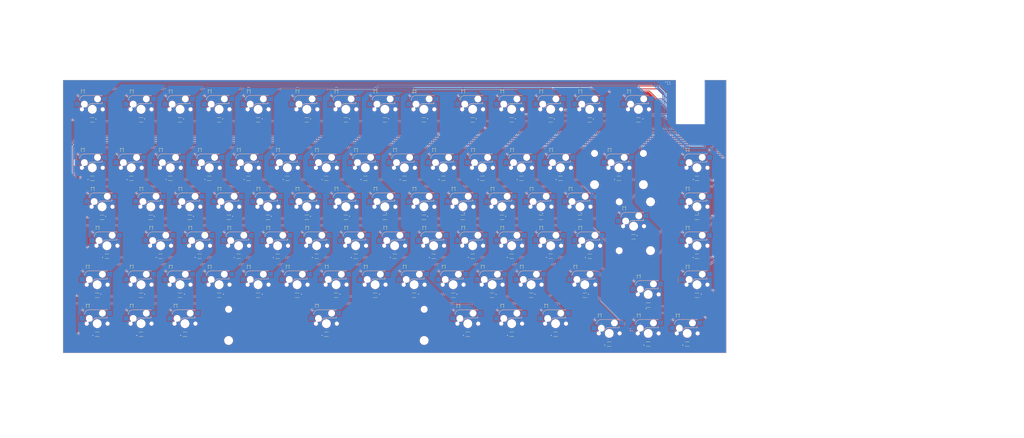
<source format=kicad_pcb>
(kicad_pcb (version 20240108) (generator "pcbnew") (generator_version "8.0")
  (layers (0 "F.Cu" signal) (31 "B.Cu" signal) (34 "B.Paste" user) (35 "F.Paste" user) (36 "B.SilkS" user "B.Silkscreen") (37 "F.SilkS" user "F.Silkscreen") (38 "B.Mask" user) (39 "F.Mask" user) (44 "Edge.Cuts" user))
  (net 0 "")
  (net 1 "GND")
  (net 2 "VBUS")
  (net 3 "C08")
  (net 4 "C07")
  (net 5 "C05")
  (net 6 "C04")
  (net 7 "C03")
  (net 8 "C02")
  (net 9 "C01")
  (net 10 "C06")
  (net 11 "Net-(D1-A)")
  (net 12 "Net-(D2-A)")
  (net 13 "Net-(D3-A)")
  (net 14 "Net-(D4-A)")
  (net 15 "Net-(D5-A)")
  (net 16 "Net-(D6-A)")
  (net 17 "Net-(D7-A)")
  (net 18 "Net-(D8-A)")
  (net 19 "Net-(D9-A)")
  (net 20 "Net-(D10-A)")
  (net 21 "R01")
  (net 22 "Net-(D11-A)")
  (net 23 "R07")
  (net 24 "Net-(D12-A)")
  (net 25 "Net-(D13-A)")
  (net 26 "Net-(D14-A)")
  (net 27 "Net-(D21-A)")
  (net 28 "Net-(D22-A)")
  (net 29 "Net-(D23-A)")
  (net 30 "Net-(D24-A)")
  (net 31 "Net-(D25-A)")
  (net 32 "Net-(D26-A)")
  (net 33 "Net-(D27-A)")
  (net 34 "Net-(D28-A)")
  (net 35 "Net-(D29-A)")
  (net 36 "Net-(D30-A)")
  (net 37 "Net-(D31-A)")
  (net 38 "R02")
  (net 39 "R08")
  (net 40 "Net-(D32-A)")
  (net 41 "Net-(D33-A)")
  (net 42 "Net-(D34-A)")
  (net 43 "Net-(D35-A)")
  (net 44 "Net-(D36-A)")
  (net 45 "Net-(D42-A)")
  (net 46 "Net-(D43-A)")
  (net 47 "Net-(D44-A)")
  (net 48 "Net-(D45-A)")
  (net 49 "Net-(D46-A)")
  (net 50 "Net-(D47-A)")
  (net 51 "Net-(D48-A)")
  (net 52 "Net-(D49-A)")
  (net 53 "Net-(D50-A)")
  (net 54 "Net-(D51-A)")
  (net 55 "R03")
  (net 56 "Net-(D52-A)")
  (net 57 "Net-(D53-A)")
  (net 58 "R09")
  (net 59 "Net-(D54-A)")
  (net 60 "Net-(D56-A)")
  (net 61 "Net-(D57-A)")
  (net 62 "Net-(D63-A)")
  (net 63 "Net-(D64-A)")
  (net 64 "Net-(D65-A)")
  (net 65 "Net-(D66-A)")
  (net 66 "Net-(D67-A)")
  (net 67 "Net-(D68-A)")
  (net 68 "Net-(D69-A)")
  (net 69 "Net-(D70-A)")
  (net 70 "Net-(D71-A)")
  (net 71 "Net-(D72-A)")
  (net 72 "R04")
  (net 73 "Net-(D73-A)")
  (net 74 "Net-(D74-A)")
  (net 75 "R10")
  (net 76 "Net-(D75-A)")
  (net 77 "Net-(D76-A)")
  (net 78 "Net-(D80-A)")
  (net 79 "Net-(D81-A)")
  (net 80 "Net-(D82-A)")
  (net 81 "Net-(D83-A)")
  (net 82 "Net-(D84-A)")
  (net 83 "Net-(D85-A)")
  (net 84 "Net-(D86-A)")
  (net 85 "Net-(D87-A)")
  (net 86 "Net-(D88-A)")
  (net 87 "Net-(D89-A)")
  (net 88 "R05")
  (net 89 "Net-(D90-A)")
  (net 90 "R11")
  (net 91 "Net-(D91-A)")
  (net 92 "Net-(D92-A)")
  (net 93 "Net-(D93-A)")
  (net 94 "Net-(D99-A)")
  (net 95 "Net-(D100-A)")
  (net 96 "Net-(D101-A)")
  (net 97 "Net-(D102-A)")
  (net 98 "Net-(D103-A)")
  (net 99 "R06")
  (net 100 "Net-(D104-A)")
  (net 101 "Net-(D105-A)")
  (net 102 "Net-(D106-A)")
  (net 103 "Net-(D107-A)")
  (net 104 "Net-(D108-A)")
  (net 106 "SDA")
  (net 107 "Net-(D113-DI)")
  (net 108 "Net-(D113-DO)")
  (net 109 "Net-(D114-DO)")
  (net 110 "Net-(D115-DO)")
  (net 111 "Net-(D116-DO)")
  (net 112 "Net-(D117-DO)")
  (net 113 "Net-(D118-DO)")
  (net 114 "Net-(D119-DO)")
  (net 115 "Net-(D120-DO)")
  (net 116 "Net-(D121-DO)")
  (net 117 "Net-(D122-DO)")
  (net 118 "Net-(D123-DO)")
  (net 119 "Net-(D124-DO)")
  (net 120 "Net-(D125-DO)")
  (net 121 "Net-(D126-DO)")
  (net 122 "Net-(D128-DI)")
  (net 123 "Net-(D128-DO)")
  (net 124 "Net-(D129-DO)")
  (net 125 "Net-(D130-DO)")
  (net 126 "Net-(D131-DO)")
  (net 127 "Net-(D132-DO)")
  (net 128 "Net-(D133-DO)")
  (net 129 "Net-(D134-DO)")
  (net 130 "Net-(D135-DO)")
  (net 131 "Net-(D136-DO)")
  (net 132 "Net-(D137-DO)")
  (net 133 "Net-(D138-DO)")
  (net 134 "Net-(D139-DO)")
  (net 135 "Net-(D140-DO)")
  (net 136 "Net-(D141-DO)")
  (net 137 "Net-(D142-DO)")
  (net 138 "Net-(D143-DO)")
  (net 139 "Net-(D144-DO)")
  (net 140 "Net-(D145-DO)")
  (net 141 "Net-(D146-DO)")
  (net 142 "Net-(D147-DO)")
  (net 143 "Net-(D148-DO)")
  (net 144 "Net-(D149-DO)")
  (net 145 "Net-(D150-DO)")
  (net 146 "Net-(D151-DO)")
  (net 147 "Net-(D152-DO)")
  (net 148 "Net-(D153-DO)")
  (net 149 "Net-(D154-DI)")
  (net 150 "Net-(D155-DO)")
  (net 151 "Net-(D156-DI)")
  (net 152 "Net-(D156-DO)")
  (net 153 "Net-(D157-DO)")
  (net 154 "Net-(D158-DO)")
  (net 155 "Net-(D159-DO)")
  (net 156 "Net-(D160-DO)")
  (net 157 "Net-(D161-DO)")
  (net 158 "Net-(D162-DO)")
  (net 159 "Net-(D163-DO)")
  (net 160 "Net-(D164-DO)")
  (net 161 "Net-(D165-DO)")
  (net 162 "Net-(D166-DO)")
  (net 163 "Net-(D167-DO)")
  (net 164 "Net-(D168-DO)")
  (net 165 "Net-(D169-DO)")
  (net 166 "Net-(D170-DO)")
  (net 167 "Net-(D171-DO)")
  (net 168 "Net-(D172-DO)")
  (net 169 "Net-(D173-DO)")
  (net 170 "Net-(D174-DO)")
  (net 171 "Net-(D175-DO)")
  (net 172 "Net-(D176-DO)")
  (net 173 "Net-(D177-DO)")
  (net 175 "Net-(D182-DI)")
  (net 176 "Net-(D183-DI)")
  (net 177 "Net-(D188-DO)")
  (net 178 "Net-(D212-DO)")
  (net 179 "Net-(D213-DO)")
  (net 180 "Net-(D214-DO)")
  (net 181 "Net-(D215-DO)")
  (net 182 "Net-(D216-DO)")
  (net 183 "Net-(D217-DO)")
  (net 184 "Net-(D218-DO)")
  (net 185 "Net-(D219-DO)")
  (net 186 "Net-(D220-DO)")
  (net 187 "Net-(D221-DO)")
  (net 188 "Net-(D222-DO)")
  (net 189 "Net-(D223-DO)")
  (footprint "easyeda2kicad:LED-SMD_4P-L2.0-W2.0-BR-1" (layer "F.Cu") (at 16.46 -3.97 180)
    (property "Reference" "D222" (hide yes))
    (property "Value" "WS2812B-2020" (hide yes))
  )
  (footprint "easyeda2kicad:LED-SMD_4P-L2.0-W2.0-BR-1" (layer "F.Cu") (at 230.21 24.53)
    (property "Reference" "D126" (hide yes))
    (property "Value" "WS2812B-2020" (hide yes))
  )
  (footprint "easyeda2kicad:SOD-323_L1.8-W1.3-LS2.5-RD" (layer "F.Cu") (at 7.125 10.4375 -90)
    (property "Reference" "D23" (hide yes))
    (property "Value" "1N4148WS" (hide yes))
  )
  (footprint "easyeda2kicad:LED-SMD_4P-L2.0-W2.0-BR-1" (layer "F.Cu") (at 2.21 43.53 180)
    (property "Reference" "D139" (hide yes))
    (property "Value" "WS2812B-2020" (hide yes))
  )
  (footprint "easyeda2kicad:SOD-323_L1.8-W1.3-LS2.5-RD" (layer "F.Cu") (at 225.625 10.4375 -90)
    (property "Reference" "D34" (hide yes))
    (property "Value" "1N4148WS" (hide yes))
  )
  (footprint "easyeda2kicad:SOD-323_L1.8-W1.3-LS2.5-RD" (layer "F.Cu") (at 11.875 -18.0625 -90)
    (property "Reference" "D3" (hide yes))
    (property "Value" "1N4148WS" (hide yes))
  )
  (footprint "easyeda2kicad:SOD-323_L1.8-W1.3-LS2.5-RD" (layer "F.Cu") (at 97.375 48.4375 -90)
    (property "Reference" "D69" (hide yes))
    (property "Value" "1N4148WS" (hide yes))
  )
  (footprint "easyeda2kicad:SOD-323_L1.8-W1.3-LS2.5-RD" (layer "F.Cu") (at 211.375 -18.0625 -90)
    (property "Reference" "D13" (hide yes))
    (property "Value" "1N4148WS" (hide yes))
  )
  (footprint "easyeda2kicad:SOD-323_L1.8-W1.3-LS2.5-RD" (layer "F.Cu") (at -23.75 48.4375 -90)
    (property "Reference" "D63" (hide yes))
    (property "Value" "1N4148WS" (hide yes))
  )
  (footprint "easyeda2kicad:SOD-323_L1.8-W1.3-LS2.5-RD" (layer "F.Cu") (at 102.125 10.4375 -90)
    (property "Reference" "D28" (hide yes))
    (property "Value" "1N4148WS" (hide yes))
  )
  (footprint "easyeda2kicad:SOD-323_L1.8-W1.3-LS2.5-RD" (layer "F.Cu") (at 258.875 91.1875 -90)
    (property "Reference" "D108" (hide yes))
    (property "Value" "1N4148WS" (hide yes))
  )
  (footprint "easyeda2kicad:SOD-323_L1.8-W1.3-LS2.5-RD" (layer "F.Cu") (at 92.625 29.4375 -90)
    (property "Reference" "D48" (hide yes))
    (property "Value" "1N4148WS" (hide yes))
  )
  (footprint "easyeda2kicad:SOD-323_L1.8-W1.3-LS2.5-RD" (layer "F.Cu") (at 125.875 67.4375 -90)
    (property "Reference" "D88" (hide yes))
    (property "Value" "1N4148WS" (hide yes))
  )
  (footprint "easyeda2kicad:SOD-323_L1.8-W1.3-LS2.5-RD" (layer "F.Cu") (at 54.625 29.4375 -90)
    (property "Reference" "D46" (hide yes))
    (property "Value" "1N4148WS" (hide yes))
  )
  (footprint "easyeda2kicad:SOD-323_L1.8-W1.3-LS2.5-RD" (layer "F.Cu") (at 263.625 67.4375 -90)
    (property "Reference" "D57" (hide yes))
    (property "Value" "1N4148WS" (hide yes))
  )
  (footprint "easyeda2kicad:SOD-323_L1.8-W1.3-LS2.5-RD" (layer "F.Cu") (at 178.125 10.4375 -90)
    (property "Reference" "D32" (hide yes))
    (property "Value" "1N4148WS" (hide yes))
  )
  (footprint "easyeda2kicad:LED-SMD_4P-L2.0-W2.0-BR-1" (layer "F.Cu") (at 78.21 43.53 180)
    (property "Reference" "D135" (hide yes))
    (property "Value" "WS2812B-2020" (hide yes))
  )
  (footprint "easyeda2kicad:SOD-323_L1.8-W1.3-LS2.5-RD" (layer "F.Cu") (at 209 67.4375 -90)
    (property "Reference" "D92" (hide yes))
    (property "Value" "1N4148WS" (hide yes))
  )
  (footprint "easyeda2kicad:LED-SMD_4P-L2.0-W2.0-BR-1" (layer "F.Cu") (at 199.335 100.53)
    (property "Reference" "D175" (hide yes))
    (property "Value" "WS2812B-2020" (hide yes))
  )
  (footprint "easyeda2kicad:LED-SMD_4P-L2.0-W2.0-BR-1" (layer "F.Cu") (at 97.21 43.53 180)
    (property "Reference" "D134" (hide yes))
    (property "Value" "WS2812B-2020" (hide yes))
  )
  (footprint "easyeda2kicad:LED-SMD_4P-L2.0-W2.0-BR-1" (layer "F.Cu") (at 18.835 100.53)
    (property "Reference" "D171" (hide yes))
    (property "Value" "WS2812B-2020" (hide yes))
  )
  (footprint "easyeda2kicad:SOD-323_L1.8-W1.3-LS2.5-RD" (layer "F.Cu") (at 78.375 48.4375 -90)
    (property "Reference" "D68" (hide yes))
    (property "Value" "1N4148WS" (hide yes))
  )
  (footprint "easyeda2kicad:SOD-323_L1.8-W1.3-LS2.5-RD" (layer "F.Cu") (at 263.625 48.4375 -90)
    (property "Reference" "D36" (hide yes))
    (property "Value" "1N4148WS" (hide yes))
  )
  (footprint "easyeda2kicad:SOD-323_L1.8-W1.3-LS2.5-RD" (layer "F.Cu") (at 173.375 86.4375 -90)
    (property "Reference" "D104" (hide yes))
    (property "Value" "1N4148WS" (hide yes))
  )
  (footprint "easyeda2kicad:LED-SMD_4P-L2.0-W2.0-BR-1" (layer "F.Cu") (at 6.96 62.53)
    (property "Reference" "D142" (hide yes))
    (property "Value" "WS2812B-2020" (hide yes))
  )
  (footprint "easyeda2kicad:SOD-323_L1.8-W1.3-LS2.5-RD" (layer "F.Cu") (at 111.625 -18.0625 -90)
    (property "Reference" "D8" (hide yes))
    (property "Value" "1N4148WS" (hide yes))
  )
  (footprint "easyeda2kicad:LED-SMD_4P-L2.0-W2.0-BR-1" (layer "F.Cu") (at 35.46 81.53 180)
    (property "Reference" "D165" (hide yes))
    (property "Value" "WS2812B-2020" (hide yes))
  )
  (footprint "easyeda2kicad:SOD-323_L1.8-W1.3-LS2.5-RD" (layer "F.Cu") (at 49.875 67.4375 -90)
    (property "Reference" "D84" (hide yes))
    (property "Value" "1N4148WS" (hide yes))
  )
  (footprint "easyeda2kicad:SOD-323_L1.8-W1.3-LS2.5-RD" (layer "F.Cu") (at 173.375 -18.0625 -90)
    (property "Reference" "D11" (hide yes))
    (property "Value" "1N4148WS" (hide yes))
  )
  (footprint "easyeda2kicad:LED-SMD_4P-L2.0-W2.0-BR-1" (layer "F.Cu") (at -21.54 43.53 180)
    (property "Reference" "D140" (hide yes))
    (property "Value" "WS2812B-2020" (hide yes))
  )
  (footprint "easyeda2kicad:LED-SMD_4P-L2.0-W2.0-BR-1" (layer "F.Cu") (at 44.96 62.53)
    (property "Reference" "D144" (hide yes))
    (property "Value" "WS2812B-2020" (hide yes))
  )
  (footprint "easyeda2kicad:SOD-323_L1.8-W1.3-LS2.5-RD" (layer "F.Cu") (at 239.875 72.1875 -90)
    (property "Reference" "D93" (hide yes))
    (property "Value" "1N4148WS" (hide yes))
  )
  (footprint "easyeda2kicad:LED-SMD_4P-L2.0-W2.0-BR-1" (layer "F.Cu") (at 237.335 53.03 180)
    (property "Reference" "D154" (hide yes))
    (property "Value" "WS2812B-2020" (hide yes))
  )
  (footprint "easyeda2kicad:LED-SMD_4P-L2.0-W2.0-BR-1" (layer "F.Cu") (at 30.71 24.53)
    (property "Reference" "D116" (hide yes))
    (property "Value" "WS2812B-2020" (hide yes))
  )
  (footprint "easyeda2kicad:LED-SMD_4P-L2.0-W2.0-BR-1" (layer "F.Cu") (at 116.21 -3.97 180)
    (property "Reference" "D217" (hide yes))
    (property "Value" "WS2812B-2020" (hide yes))
  )
  (footprint "easyeda2kicad:SOD-323_L1.8-W1.3-LS2.5-RD" (layer "F.Cu") (at 30.875 -18.0625 -90)
    (property "Reference" "D4" (hide yes))
    (property "Value" "1N4148WS" (hide yes))
  )
  (footprint "easyeda2kicad:SOD-323_L1.8-W1.3-LS2.5-RD" (layer "F.Cu") (at -30.875 -18.0625 -90)
    (property "Reference" "D1" (hide yes))
    (property "Value" "1N4148WS" (hide yes))
  )
  (footprint "easyeda2kicad:SOD-323_L1.8-W1.3-LS2.5-RD" (layer "F.Cu") (at 59.375 48.4375 -90)
    (property "Reference" "D67" (hide yes))
    (property "Value" "1N4148WS" (hide yes))
  )
  (footprint "easyeda2kicad:LED-SMD_4P-L2.0-W2.0-BR-1" (layer "F.Cu") (at 63.96 62.53)
    (property "Reference" "D145" (hide yes))
    (property "Value" "WS2812B-2020" (hide yes))
  )
  (footprint "easyeda2kicad:SOD-323_L1.8-W1.3-LS2.5-RD" (layer "F.Cu") (at 206.625 29.4375 -90)
    (property "Reference" "D54" (hide yes))
    (property "Value" "1N4148WS" (hide yes))
  )
  (footprint "easyeda2kicad:LED-SMD_4P-L2.0-W2.0-BR-1" (layer "F.Cu") (at 225.46 105.28)
    (property "Reference" "D176" (hide yes))
    (property "Value" "WS2812B-2020" (hide yes))
  )
  (footprint "easyeda2kicad:LED-SMD_4P-L2.0-W2.0-BR-1" (layer "F.Cu") (at 111.46 81.53 180)
    (property "Reference" "D161" (hide yes))
    (property "Value" "WS2812B-2020" (hide yes))
  )
  (footprint "easyeda2kicad:LED-SMD_4P-L2.0-W2.0-BR-1" (layer "F.Cu") (at 35.46 -3.97 180)
    (property "Reference" "D221" (hide yes))
    (property "Value" "WS2812B-2020" (hide yes))
  )
  (footprint "easyeda2kicad:LED-SMD_4P-L2.0-W2.0-BR-1" (layer "F.Cu") (at -26.29 -3.97 180)
    (property "Reference" "D224" (hide yes))
    (property "Value" "WS2812B-2020" (hide yes))
  )
  (footprint "easyeda2kicad:LED-SMD_4P-L2.0-W2.0-BR-1" (layer "F.Cu") (at 239.71 -3.97 180)
    (property "Reference" "D188" (hide yes))
    (property "Value" "WS2812B-2020" (hide yes))
  )
  (footprint "easyeda2kicad:SOD-323_L1.8-W1.3-LS2.5-RD" (layer "F.Cu") (at -7.125 -18.0625 -90)
    (property "Reference" "D2" (hide yes))
    (property "Value" "1N4148WS" (hide yes))
  )
  (footprint "easyeda2kicad:LED-SMD_4P-L2.0-W2.0-BR-1" (layer "F.Cu") (at -2.54 -3.97 180)
    (property "Reference" "D223" (hide yes))
    (property "Value" "WS2812B-2020" (hide yes))
  )
  (footprint "easyeda2kicad:LED-SMD_4P-L2.0-W2.0-BR-1" (layer "F.Cu") (at 168.46 81.53 180)
    (property "Reference" "D158" (hide yes))
    (property "Value" "WS2812B-2020" (hide yes))
  )
  (footprint "easyeda2kicad:SOD-323_L1.8-W1.3-LS2.5-RD" (layer "F.Cu") (at 235.125 -18.0625 -90)
    (property "Reference" "D14" (hide yes))
    (property "Value" "1N4148WS" (hide yes))
  )
  (footprint "easyeda2kicad:LED-SMD_4P-L2.0-W2.0-BR-1" (layer "F.Cu") (at 196.96 62.53)
    (property "Reference" "D152" (hide yes))
    (property "Value" "WS2812B-2020" (hide yes))
  )
  (footprint "easyeda2kicad:SOD-323_L1.8-W1.3-LS2.5-RD" (layer "F.Cu") (at 121.125 10.4375 -90)
    (property "Reference" "D29" (hide yes))
    (property "Value" "1N4148WS" (hide yes))
  )
  (footprint "easyeda2kicad:SOD-323_L1.8-W1.3-LS2.5-RD" (layer "F.Cu") (at 194.75 86.4375 -90)
    (property "Reference" "D105" (hide yes))
    (property "Value" "1N4148WS" (hide yes))
  )
  (footprint "easyeda2kicad:SOD-323_L1.8-W1.3-LS2.5-RD" (layer "F.Cu") (at 21.375 48.4375 -90)
    (property "Reference" "D65" (hide yes))
    (property "Value" "1N4148WS" (hide yes))
  )
  (footprint "easyeda2kicad:SOD-323_L1.8-W1.3-LS2.5-RD" (layer "F.Cu") (at 140.125 10.4375 -90)
    (property "Reference" "D30" (hide yes))
    (property "Value" "1N4148WS" (hide yes))
  )
  (footprint "easyeda2kicad:SOD-323_L1.8-W1.3-LS2.5-RD" (layer "F.Cu") (at 35.625 29.4375 -90)
    (property "Reference" "D45" (hide yes))
    (property "Value" "1N4148WS" (hide yes))
  )
  (footprint "easyeda2kicad:SOD-323_L1.8-W1.3-LS2.5-RD" (layer "F.Cu") (at 211.375 48.4375 -90)
    (property "Reference" "D75" (hide yes))
    (property "Value" "1N4148WS" (hide yes))
  )
  (footprint "easyeda2kicad:SOD-323_L1.8-W1.3-LS2.5-RD" (layer "F.Cu") (at 149.625 29.4375 -90)
    (property "Reference" "D51" (hide yes))
    (property "Value" "1N4148WS" (hide yes))
  )
  (footprint "easyeda2kicad:LED-SMD_4P-L2.0-W2.0-BR-1" (layer "F.Cu") (at 125.71 24.53)
    (property "Reference" "D121" (hide yes))
    (property "Value" "WS2812B-2020" (hide yes))
  )
  (footprint "easyeda2kicad:SOD-323_L1.8-W1.3-LS2.5-RD" (layer "F.Cu") (at 73.625 29.4375 -90)
    (property "Reference" "D47" (hide yes))
    (property "Value" "1N4148WS" (hide yes))
  )
  (footprint "easyeda2kicad:SOD-323_L1.8-W1.3-LS2.5-RD" (layer "F.Cu") (at 163.875 67.4375 -90)
    (property "Reference" "D90" (hide yes))
    (property "Value" "1N4148WS" (hide yes))
  )
  (footprint "easyeda2kicad:LED-SMD_4P-L2.0-W2.0-BR-1" (layer "F.Cu") (at 201.71 24.53)
    (property "Reference" "D125" (hide yes))
    (property "Value" "WS2812B-2020" (hide yes))
  )
  (footprint "easyeda2kicad:SOD-323_L1.8-W1.3-LS2.5-RD" (layer "F.Cu") (at 187.625 29.4375 -90)
    (property "Reference" "D53" (hide yes))
    (property "Value" "1N4148WS" (hide yes))
  )
  (footprint "easyeda2kicad:LED-SMD_4P-L2.0-W2.0-BR-1" (layer "F.Cu") (at 177.96 -3.97 180)
    (property "Reference" "D214" (hide yes))
    (property "Value" "WS2812B-2020" (hide yes))
  )
  (footprint "easyeda2kicad:LED-SMD_4P-L2.0-W2.0-BR-1" (layer "F.Cu") (at 158.96 62.53)
    (property "Reference" "D150" (hide yes))
    (property "Value" "WS2812B-2020" (hide yes))
  )
  (footprint "easyeda2kicad:SOD-323_L1.8-W1.3-LS2.5-RD" (layer "F.Cu") (at 239.875 91.1875 -90)
    (property "Reference" "D107" (hide yes))
    (property "Value" "1N4148WS" (hide yes))
  )
  (footprint "easyeda2kicad:LED-SMD_4P-L2.0-W2.0-BR-1" (layer "F.Cu") (at 215.96 -3.97 180)
    (property "Reference" "D212" (hide yes))
    (property "Value" "WS2812B-2020" (hide yes))
  )
  (footprint "easyeda2kicad:LED-SMD_4P-L2.0-W2.0-BR-1" (layer "F.Cu") (at 130.46 81.53 180)
    (property "Reference" "D160" (hide yes))
    (property "Value" "WS2812B-2020" (hide yes))
  )
  (footprint "easyeda2kicad:LED-SMD_4P-L2.0-W2.0-BR-1" (layer "F.Cu") (at -23.915 81.53 180)
    (property "Reference" "D168" (hide yes))
    (property "Value" "WS2812B-2020" (hide yes))
  )
  (footprint "easyeda2kicad:LED-SMD_4P-L2.0-W2.0-BR-1" (layer "F.Cu") (at 68.71 24.53)
    (property "Reference" "D118" (hide yes))
    (property "Value" "WS2812B-2020" (hide yes))
  )
  (footprint "easyeda2kicad:LED-SMD_4P-L2.0-W2.0-BR-1" (layer "F.Cu") (at 211.21 43.53 180)
    (property "Reference" "D128" (hide yes))
    (property "Value" "WS2812B-2020" (hide yes))
  )
  (footprint "easyeda2kicad:SOD-323_L1.8-W1.3-LS2.5-RD" (layer "F.Cu") (at 14.25 86.4375 -90)
    (property "Reference" "D101" (hide yes))
    (property "Value" "1N4148WS" (hide yes))
  )
  (footprint "easyeda2kicad:SOD-323_L1.8-W1.3-LS2.5-RD" (layer "F.Cu") (at -7.125 86.4375 -90)
    (property "Reference" "D100" (hide yes))
    (property "Value" "1N4148WS" (hide yes))
  )
  (footprint "easyeda2kicad:COMM-SMD_RP2040-ZERO" (layer "F.Cu") (at 264.96 -11.22)
    (property "Reference" "U1" (hide yes))
    (property "Value" "RP2040-ZERO" (hide yes))
  )
  (footprint "easyeda2kicad:LED-SMD_4P-L2.0-W2.0-BR-1" (layer "F.Cu") (at -26.29 24.53)
    (property "Reference" "D113" (hide yes))
    (property "Value" "WS2812B-2020" (hide yes))
  )
  (footprint "easyeda2kicad:SOD-323_L1.8-W1.3-LS2.5-RD" (layer "F.Cu") (at 64.125 10.4375 -90)
    (property "Reference" "D26" (hide yes))
    (property "Value" "1N4148WS" (hide yes))
  )
  (footprint "easyeda2kicad:LED-SMD_4P-L2.0-W2.0-BR-1" (layer "F.Cu") (at -19.165 62.53)
    (property "Reference" "D141" (hide yes))
    (property "Value" "WS2812B-2020" (hide yes))
  )
  (footprint "easyeda2kicad:SOD-323_L1.8-W1.3-LS2.5-RD" (layer "F.Cu") (at 73.625 -18.0625 -90)
    (property "Reference" "D6" (hide yes))
    (property "Value" "1N4148WS" (hide yes))
  )
  (footprint "easyeda2kicad:SOD-323_L1.8-W1.3-LS2.5-RD" (layer "F.Cu") (at 40.375 48.4375 -90)
    (property "Reference" "D66" (hide yes))
    (property "Value" "1N4148WS" (hide yes))
  )
  (footprint "easyeda2kicad:LED-SMD_4P-L2.0-W2.0-BR-1" (layer "F.Cu") (at 101.96 62.53)
    (property "Reference" "D147" (hide yes))
    (property "Value" "WS2812B-2020" (hide yes))
  )
  (footprint "easyeda2kicad:SOD-323_L1.8-W1.3-LS2.5-RD" (layer "F.Cu") (at 26.125 10.4375 -90)
    (property "Reference" "D24" (hide yes))
    (property "Value" "1N4148WS" (hide yes))
  )
  (footprint "easyeda2kicad:LED-SMD_4P-L2.0-W2.0-BR-1" (layer "F.Cu") (at 263.46 105.28)
    (property "Reference" "D178" (hide yes))
    (property "Value" "WS2812B-2020" (hide yes))
  )
  (footprint "easyeda2kicad:LED-SMD_4P-L2.0-W2.0-BR-1" (layer "F.Cu") (at 11.71 24.53)
    (property "Reference" "D115" (hide yes))
    (property "Value" "WS2812B-2020" (hide yes))
  )
  (footprint "easyeda2kicad:LED-SMD_4P-L2.0-W2.0-BR-1" (layer "F.Cu") (at 139.96 62.53)
    (property "Reference" "D149" (hide yes))
    (property "Value" "WS2812B-2020" (hide yes))
  )
  (footprint "easyeda2kicad:LED-SMD_4P-L2.0-W2.0-BR-1" (layer "F.Cu") (at 59.21 43.53 180)
    (property "Reference" "D136" (hide yes))
    (property "Value" "WS2812B-2020" (hide yes))
  )
  (footprint "easyeda2kicad:SOD-323_L1.8-W1.3-LS2.5-RD" (layer "F.Cu") (at 130.625 -18.0625 -90)
    (property "Reference" "D9" (hide yes))
    (property "Value" "1N4148WS" (hide yes))
  )
  (footprint "easyeda2kicad:SOD-323_L1.8-W1.3-LS2.5-RD" (layer "F.Cu") (at 154.375 48.4375 -90)
    (property "Reference" "D72" (hide yes))
    (property "Value" "1N4148WS" (hide yes))
  )
  (footprint "easyeda2kicad:SOD-323_L1.8-W1.3-LS2.5-RD" (layer "F.Cu") (at 68.875 67.4375 -90)
    (property "Reference" "D85" (hide yes))
    (property "Value" "1N4148WS" (hide yes))
  )
  (footprint "easyeda2kicad:SOD-323_L1.8-W1.3-LS2.5-RD" (layer "F.Cu") (at 83.125 10.4375 -90)
    (property "Reference" "D27" (hide yes))
    (property "Value" "1N4148WS" (hide yes))
  )
  (footprint "easyeda2kicad:LED-SMD_4P-L2.0-W2.0-BR-1" (layer "F.Cu") (at -23.915 100.53)
    (property "Reference" "D169" (hide yes))
    (property "Value" "WS2812B-2020" (hide yes))
  )
  (footprint "easyeda2kicad:SOD-323_L1.8-W1.3-LS2.5-RD" (layer "F.Cu") (at 220.875 91.1875 -90)
    (property "Reference" "D106" (hide yes))
    (property "Value" "1N4148WS" (hide yes))
  )
  (footprint "easyeda2kicad:SOD-323_L1.8-W1.3-LS2.5-RD" (layer "F.Cu") (at 106.875 67.4375 -90)
    (property "Reference" "D87" (hide yes))
    (property "Value" "1N4148WS" (hide yes))
  )
  (footprint "easyeda2kicad:SOD-323_L1.8-W1.3-LS2.5-RD" (layer "F.Cu") (at 263.625 29.4375 -90)
    (property "Reference" "D56" (hide yes))
    (property "Value" "1N4148WS" (hide yes))
  )
  (footprint "easyeda2kicad:SOD-323_L1.8-W1.3-LS2.5-RD" (layer "F.Cu") (at 232.75 38.9375 -90)
    (property "Reference" "D76" (hide yes))
    (property "Value" "1N4148WS" (hide yes))
  )
  (footprint "easyeda2kicad:SOD-323_L1.8-W1.3-LS2.5-RD" (layer "F.Cu") (at 192.375 48.4375 -90)
    (property "Reference" "D74" (hide yes))
    (property "Value" "1N4148WS" (hide yes))
  )
  (footprint "easyeda2kicad:LED-SMD_4P-L2.0-W2.0-BR-1" (layer "F.Cu") (at 97.21 -3.97 180)
    (property "Reference" "D218" (hide yes))
    (property "Value" "WS2812B-2020" (hide yes))
  )
  (footprint "easyeda2kicad:LED-SMD_4P-L2.0-W2.0-BR-1" (layer "F.Cu") (at 87.71 100.53)
    (property "Reference" "D172" (hide yes))
    (property "Value" "WS2812B-2020" (hide yes))
  )
  (footprint "easyeda2kicad:LED-SMD_4P-L2.0-W2.0-BR-1" (layer "F.Cu") (at -2.54 100.53)
    (property "Reference" "D170" (hide yes))
    (property "Value" "WS2812B-2020" (hide yes))
  )
  (footprint "easyeda2kicad:LED-SMD_4P-L2.0-W2.0-BR-1" (layer "F.Cu") (at 106.71 24.53)
    (property "Reference" "D120" (hide yes))
    (property "Value" "WS2812B-2020" (hide yes))
  )
  (footprint "easyeda2kicad:SOD-323_L1.8-W1.3-LS2.5-RD" (layer "F.Cu") (at 83.125 86.4375 -90)
    (property "Reference" "D102" (hide yes))
    (property "Value" "1N4148WS" (hide yes))
  )
  (footprint "easyeda2kicad:SOD-323_L1.8-W1.3-LS2.5-RD" (layer "F.Cu") (at 159.125 10.4375 -90)
    (property "Reference" "D31" (hide yes))
    (property "Value" "1N4148WS" (hide yes))
  )
  (footprint "easyeda2kicad:LED-SMD_4P-L2.0-W2.0-BR-1" (layer "F.Cu") (at 21.21 43.53 180)
    (property "Reference" "D138" (hide yes))
    (property "Value" "WS2812B-2020" (hide yes))
  )
  (footprint "easyeda2kicad:SOD-323_L1.8-W1.3-LS2.5-RD" (layer "F.Cu") (at -11.875 10.4375 -90)
    (property "Reference" "D22" (hide yes))
    (property "Value" "1N4148WS" (hide yes))
  )
  (footprint "easyeda2kicad:LED-SMD_4P-L2.0-W2.0-BR-1" (layer "F.Cu") (at 192.21 43.53 180)
    (property "Reference" "D129" (hide yes))
    (property "Value" "WS2812B-2020" (hide yes))
  )
  (footprint "easyeda2kicad:SOD-323_L1.8-W1.3-LS2.5-RD" (layer "F.Cu") (at -28.5 67.4375 -90)
    (property "Reference" "D80" (hide yes))
    (property "Value" "1N4148WS" (hide yes))
  )
  (footprint "easyeda2kicad:SOD-323_L1.8-W1.3-LS2.5-RD" (layer "F.Cu") (at -26.125 29.4375 -90)
    (property "Reference" "D42" (hide yes))
    (property "Value" "1N4148WS" (hide yes))
  )
  (footprint "easyeda2kicad:LED-SMD_4P-L2.0-W2.0-BR-1" (layer "F.Cu") (at 268.21 43.53 180)
    (property "Reference" "D182" (hide yes))
    (property "Value" "WS2812B-2020" (hide yes))
  )
  (footprint "easyeda2kicad:SOD-323_L1.8-W1.3-LS2.5-RD" (layer "F.Cu") (at 192.375 -18.0625 -90)
    (property "Reference" "D12" (hide yes))
    (property "Value" "1N4148WS" (hide yes))
  )
  (footprint "easyeda2kicad:LED-SMD_4P-L2.0-W2.0-BR-1" (layer "F.Cu") (at 182.71 24.53)
    (property "Reference" "D124" (hide yes))
    (property "Value" "WS2812B-2020" (hide yes))
  )
  (footprint "easyeda2kicad:SOD-323_L1.8-W1.3-LS2.5-RD" (layer "F.Cu") (at 49.875 -18.0625 -90)
    (property "Reference" "D5" (hide yes))
    (property "Value" "1N4148WS" (hide yes))
  )
  (footprint "easyeda2kicad:SOD-323_L1.8-W1.3-LS2.5-RD" (layer "F.Cu") (at 168.625 29.4375 -90)
    (property "Reference" "D52" (hide yes))
    (property "Value" "1N4148WS" (hide yes))
  )
  (footprint "easyeda2kicad:SOD-323_L1.8-W1.3-LS2.5-RD" (layer "F.Cu") (at 130.625 29.4375 -90)
    (property "Reference" "D50" (hide yes))
    (property "Value" "1N4148WS" (hide yes))
  )
  (footprint "easyeda2kicad:LED-SMD_4P-L2.0-W2.0-BR-1" (layer "F.Cu") (at 268.21 24.53)
    (property "Reference" "D187" (hide yes))
    (property "Value" "WS2812B-2020" (hide yes))
  )
  (footprint "easyeda2kicad:SOD-323_L1.8-W1.3-LS2.5-RD" (layer "F.Cu") (at 116.375 48.4375 -90)
    (property "Reference" "D70" (hide yes))
    (property "Value" "1N4148WS" (hide yes))
  )
  (footprint "easyeda2kicad:SOD-323_L1.8-W1.3-LS2.5-RD" (layer "F.Cu") (at -28.5 86.4375 -90)
    (property "Reference" "D99" (hide yes))
    (property "Value" "1N4148WS" (hide yes))
  )
  (footprint "easyeda2kicad:LED-SMD_4P-L2.0-W2.0-BR-1" (layer "F.Cu") (at 177.96 62.53)
    (property "Reference" "D151" (hide yes))
    (property "Value" "WS2812B-2020" (hide yes))
  )
  (footprint "easyeda2kicad:LED-SMD_4P-L2.0-W2.0-BR-1" (layer "F.Cu") (at 213.585 81.53 180)
    (property "Reference" "D156" (hide yes))
    (property "Value" "WS2812B-2020" (hide yes))
  )
  (footprint "easyeda2kicad:LED-SMD_4P-L2.0-W2.0-BR-1" (layer "F.Cu") (at 187.46 81.53 180)
    (property "Reference" "D157" (hide yes))
    (property "Value" "WS2812B-2020" (hide yes))
  )
  (footprint "easyeda2kicad:SOD-323_L1.8-W1.3-LS2.5-RD" (layer "F.Cu") (at 87.875 67.4375 -90)
    (property "Reference" "D86" (hide yes))
    (property "Value" "1N4148WS" (hide yes))
  )
  (footprint "easyeda2kicad:LED-SMD_4P-L2.0-W2.0-BR-1" (layer "F.Cu") (at -2.54 81.53 180)
    (property "Reference" "D167" (hide yes))
    (property "Value" "WS2812B-2020" (hide yes))
  )
  (footprint "easyeda2kicad:LED-SMD_4P-L2.0-W2.0-BR-1" (layer "F.Cu") (at 149.46 81.53 180)
    (property "Reference" "D159" (hide yes))
    (property "Value" "WS2812B-2020" (hide yes))
  )
  (footprint "easyeda2kicad:SOD-323_L1.8-W1.3-LS2.5-RD" (layer "F.Cu") (at 135.375 48.4375 -90)
    (property "Reference" "D71" (hide yes))
    (property "Value" "1N4148WS" (hide yes))
  )
  (footprint "easyeda2kicad:LED-SMD_4P-L2.0-W2.0-BR-1" (layer "F.Cu") (at 120.96 62.53)
    (property "Reference" "D148" (hide yes))
    (property "Value" "WS2812B-2020" (hide yes))
  )
  (footprint "easyeda2kicad:LED-SMD_4P-L2.0-W2.0-BR-1" (layer "F.Cu") (at 54.46 -3.97 180)
    (property "Reference" "D220" (hide yes))
    (property "Value" "WS2812B-2020" (hide yes))
  )
  (footprint "easyeda2kicad:LED-SMD_4P-L2.0-W2.0-BR-1" (layer "F.Cu") (at 144.71 24.53)
    (property "Reference" "D122" (hide yes))
    (property "Value" "WS2812B-2020" (hide yes))
  )
  (footprint "easyeda2kicad:SOD-323_L1.8-W1.3-LS2.5-RD" (layer "F.Cu") (at 30.875 67.4375 -90)
    (property "Reference" "D83" (hide yes))
    (property "Value" "1N4148WS" (hide yes))
  )
  (footprint "easyeda2kicad:LED-SMD_4P-L2.0-W2.0-BR-1" (layer "F.Cu") (at 196.96 -3.97 180)
    (property "Reference" "D213" (hide yes))
    (property "Value" "WS2812B-2020" (hide yes))
  )
  (footprint "easyeda2kicad:SOD-323_L1.8-W1.3-LS2.5-RD" (layer "F.Cu") (at 173.375 48.4375 -90)
    (property "Reference" "D73" (hide yes))
    (property "Value" "1N4148WS" (hide yes))
  )
  (footprint "easyeda2kicad:LED-SMD_4P-L2.0-W2.0-BR-1" (layer "F.Cu") (at 25.96 62.53)
    (property "Reference" "D143" (hide yes))
    (property "Value" "WS2812B-2020" (hide yes))
  )
  (footprint "easyeda2kicad:LED-SMD_4P-L2.0-W2.0-BR-1" (layer "F.Cu") (at 116.21 43.53 180)
    (property "Reference" "D133" (hide yes))
    (property "Value" "WS2812B-2020" (hide yes))
  )
  (footprint "easyeda2kicad:SOD-323_L1.8-W1.3-LS2.5-RD" (layer "F.Cu") (at 111.625 29.4375 -90)
    (property "Reference" "D49" (hide yes))
    (property "Value" "1N4148WS" (hide yes))
  )
  (footprint "easyeda2kicad:LED-SMD_4P-L2.0-W2.0-BR-1" (layer "F.Cu") (at 135.21 43.53 180)
    (property "Reference" "D132" (hide yes))
    (property "Value" "WS2812B-2020" (hide yes))
  )
  (footprint "easyeda2kicad:LED-SMD_4P-L2.0-W2.0-BR-1" (layer "F.Cu") (at -7.29 24.53)
    (property "Reference" "D114" (hide yes))
    (property "Value" "WS2812B-2020" (hide yes))
  )
  (footprint "easyeda2kicad:SOD-323_L1.8-W1.3-LS2.5-RD" (layer "F.Cu") (at 154.375 -18.0625 -90)
    (property "Reference" "D10" (hide yes))
    (property "Value" "1N4148WS" (hide yes))
  )
  (footprint "easyeda2kicad:SOD-323_L1.8-W1.3-LS2.5-RD" (layer "F.Cu") (at 2.375 48.4375 -90)
    (property "Reference" "D64" (hide yes))
    (property "Value" "1N4148WS" (hide yes))
  )
  (footprint "easyeda2kicad:LED-SMD_4P-L2.0-W2.0-BR-1" (layer "F.Cu") (at 173.21 43.53 180)
    (property "Reference" "D130" (hide yes))
    (property "Value" "WS2812B-2020" (hide yes))
  )
  (footprint "easyeda2kicad:LED-SMD_4P-L2.0-W2.0-BR-1" (layer "F.Cu") (at 40.21 43.53 180)
    (property "Reference" "D137" (hide yes))
    (property "Value" "WS2812B-2020" (hide yes))
  )
  (footprint "easyeda2kicad:LED-SMD_4P-L2.0-W2.0-BR-1" (layer "F.Cu") (at 92.46 81.53 180)
    (property "Reference" "D162" (hide yes))
    (property "Value" "WS2812B-2020" (hide yes))
  )
  (footprint "easyeda2kicad:SOD-323_L1.8-W1.3-LS2.5-RD" (layer "F.Cu") (at 197.125 10.4375 -90)
    (property "Reference" "D33" (hide yes))
    (property "Value" "1N4148WS" (hide yes))
  )
  (footprint "easyeda2kicad:SOD-323_L1.8-W1.3-LS2.5-RD" (layer "F.Cu") (at 152 86.4375 -90)
    (property "Reference" "D103" (hide yes))
    (property "Value" "1N4148WS" (hide yes))
  )
  (footprint "easyeda2kicad:LED-SMD_4P-L2.0-W2.0-BR-1" (layer "F.Cu") (at 158.96 -3.97 180)
    (property "Reference" "D215" (hide yes))
    (property "Value" "WS2812B-2020" (hide yes))
  )
  (footprint "easyeda2kicad:LED-SMD_4P-L2.0-W2.0-BR-1" (layer "F.Cu") (at 78.21 -3.97 180)
    (property "Reference" "D219" (hide yes))
    (property "Value" "WS2812B-2020" (hide yes))
  )
  (footprint "easyeda2kicad:SOD-323_L1.8-W1.3-LS2.5-RD" (layer "F.Cu") (at 45.125 10.4375 -90)
    (property "Reference" "D25" (hide yes))
    (property "Value" "1N4148WS" (hide yes))
  )
  (footprint "easyeda2kicad:LED-SMD_4P-L2.0-W2.0-BR-1" (layer "F.Cu") (at 16.46 81.53 180)
    (property "Reference" "D166" (hide yes))
    (property "Value" "WS2812B-2020" (hide yes))
  )
  (footprint "easyeda2kicad:SOD-323_L1.8-W1.3-LS2.5-RD" (layer "F.Cu") (at 182.875 67.4375 -90)
    (property "Reference" "D91" (hide yes))
    (property "Value" "1N4148WS" (hide yes))
  )
  (footprint "easyeda2kicad:LED-SMD_4P-L2.0-W2.0-BR-1" (layer "F.Cu") (at 163.71 24.53)
    (property "Reference" "D123" (hide yes))
    (property "Value" "WS2812B-2020" (hide yes))
  )
  (footprint "easyeda2kicad:LED-SMD_4P-L2.0-W2.0-BR-1" (layer "F.Cu") (at 268.21 81.53 180)
    (property "Reference" "D183" (hide yes))
    (property "Value" "WS2812B-2020" (hide yes))
  )
  (footprint "easyeda2kicad:LED-SMD_4P-L2.0-W2.0-BR-1" (layer "F.Cu") (at 244.46 105.28)
    (property "Reference" "D177" (hide yes))
    (property "Value" "WS2812B-2020" (hide yes))
  )
  (footprint "easyeda2kicad:LED-SMD_4P-L2.0-W2.0-BR-1" (layer "F.Cu") (at 244.46 86.28)
    (property "Reference" "D155" (hide yes))
    (property "Value" "WS2812B-2020" (hide yes))
  )
  (footprint "easyeda2kicad:SOD-323_L1.8-W1.3-LS2.5-RD" (layer "F.Cu") (at 144.875 67.4375 -90)
    (property "Reference" "D89" (hide yes))
    (property "Value" "1N4148WS" (hide yes))
  )
  (footprint "easyeda2kicad:LED-SMD_4P-L2.0-W2.0-BR-1" (layer "F.Cu") (at 154.21 43.53 180)
    (property "Reference" "D131" (hide yes))
    (property "Value" "WS2812B-2020" (hide yes))
  )
  (footprint "easyeda2kicad:LED-SMD_4P-L2.0-W2.0-BR-1" (layer "F.Cu") (at 49.71 24.53)
    (property "Reference" "D117" (hide yes))
    (property "Value" "WS2812B-2020" (hide yes))
  )
  (footprint "easyeda2kicad:LED-SMD_4P-L2.0-W2.0-BR-1" (layer "F.Cu") (at 177.96 100.53)
    (property "Reference" "D174" (hide yes))
    (property "Value" "WS2812B-2020" (hide yes))
  )
  (footprint "easyeda2kicad:SOD-323_L1.8-W1.3-LS2.5-RD" (layer "F.Cu") (at 11.875 67.4375 -90)
    (property "Reference" "D82" (hide yes))
    (property "Value" "1N4148WS" (hide yes))
  )
  (footprint "easyeda2kicad:LED-SMD_4P-L2.0-W2.0-BR-1" (layer "F.Cu") (at 215.96 62.53)
    (property "Reference" "D153" (hide yes))
    (property "Value" "WS2812B-2020" (hide yes))
  )
  (footprint "easyeda2kicad:LED-SMD_4P-L2.0-W2.0-BR-1" (layer "F.Cu") (at 73.46 81.53 180)
    (property "Reference" "D163" (hide yes))
    (property "Value" "WS2812B-2020" (hide yes))
  )
  (footprint "easyeda2kicad:LED-SMD_4P-L2.0-W2.0-BR-1" (layer "F.Cu") (at 156.585 100.53)
    (property "Reference" "D173" (hide yes))
    (property "Value" "WS2812B-2020" (hide yes))
  )
  (footprint "easyeda2kicad:LED-SMD_4P-L2.0-W2.0-BR-1" (layer "F.Cu") (at 135.21 -3.97 180)
    (property "Reference" "D216" (hide yes))
    (property "Value" "WS2812B-2020" (hide yes))
  )
  (footprint "easyeda2kicad:SOD-323_L1.8-W1.3-LS2.5-RD" (layer "F.Cu") (at 92.625 -18.0625 -90)
    (property "Reference" "D7" (hide yes))
    (property "Value" "1N4148WS" (hide yes))
  )
  (footprint "easyeda2kicad:SOD-323_L1.8-W1.3-LS2.5-RD" (layer "F.Cu") (at 263.625 10.4375 -90)
    (property "Reference" "D35" (hide yes))
    (property "Value" "1N4148WS" (hide yes))
  )
  (footprint "easyeda2kicad:LED-SMD_4P-L2.0-W2.0-BR-1" (layer "F.Cu") (at 87.71 24.53)
    (property "Reference" "D119" (hide yes))
    (property "Value" "WS2812B-2020" (hide yes))
  )
  (footprint "easyeda2kicad:LED-SMD_4P-L2.0-W2.0-BR-1" (layer "F.Cu") (at 54.46 81.53 180)
    (property "Reference" "D164" (hide yes))
    (property "Value" "WS2812B-2020" (hide yes))
  )
  (footprint "easyeda2kicad:SOD-323_L1.8-W1.3-LS2.5-RD" (layer "F.Cu") (at -2.375 29.4375 -90)
    (property "Reference" "D43" (hide yes))
    (property "Value" "1N4148WS" (hide yes))
  )
  (footprint "easyeda2kicad:SOD-323_L1.8-W1.3-LS2.5-RD" (layer "F.Cu") (at -30.875 10.4375 -90)
    (property "Reference" "D21" (hide yes))
    (property "Value" "1N4148WS" (hide yes))
  )
  (footprint "easyeda2kicad:SOD-323_L1.8-W1.3-LS2.5-RD" (layer "F.Cu") (at -7.125 67.4375 -90)
    (property "Reference" "D81" (hide yes))
    (property "Value" "1N4148WS" (hide yes))
  )
  (footprint "easyeda2kicad:SOD-323_L1.8-W1.3-LS2.5-RD" (layer "F.Cu") (at 16.625 29.4375 -90)
    (property "Reference" "D44" (hide yes))
    (property "Value" "1N4148WS" (hide yes))
  )
  (footprint "easyeda2kicad:LED-SMD_4P-L2.0-W2.0-BR-1" (layer "F.Cu") (at 82.96 62.53)
    (property "Reference" "D146" (hide yes))
    (property "Value" "WS2812B-2020" (hide yes))
  )
  (footprint "easyeda2kicad:LED-SMD_4P-L2.0-W2.0-BR-1" (layer "F.Cu") (at 268.21 62.53)
    (property "Reference" "D186" (hide yes))
    (property "Value" "WS2812B-2020" (hide yes))
  )
  (footprint "easyeda2kicad:SMD_KEYBOARD-SW-1.00" (layer "B.Cu") (at 115.55 -12.98 180)
    (property "Reference" "SW8" (hide yes))
    (property "Value" "CPG151101S11-16" (hide yes))
  )
  (footprint "easyeda2kicad:SMD_KEYBOARD-SW-1.00" (layer "B.Cu") (at 6.3 53.52 180)
    (property "Reference" "SW64" (hide yes))
    (property "Value" "CPG151101S11-16" (hide yes))
  )
  (footprint "easyeda2kicad:SMD_KEYBOARD-SW-6.00" (layer "B.Cu") (at 87.05 91.52 180)
    (property "Reference" "SW102" (hide yes))
    (property "Value" "CPG151101S11-16" (hide yes))
  )
  (footprint "easyeda2kicad:SMD_KEYBOARD-SW-1.00" (layer "B.Cu") (at 182.05 15.52 180)
    (property "Reference" "SW32" (hide yes))
    (property "Value" "CPG151101S11-16" (hide yes))
  )
  (footprint "easyeda2kicad:SMD_KEYBOARD-SW-1.00" (layer "B.Cu") (at 177.3 91.52 180)
    (property "Reference" "SW104" (hide yes))
    (property "Value" "CPG151101S11-16" (hide yes))
  )
  (footprint "easyeda2kicad:SMD_KEYBOARD-SW-1.25" (layer "B.Cu") (at -24.575 72.52 180)
    (property "Reference" "SW80" (hide yes))
    (property "Value" "CPG151101S11-16" (hide yes))
  )
  (footprint "easyeda2kicad:SMD_KEYBOARD-SW-1.00" (layer "B.Cu") (at 262.8 96.27 180)
    (property "Reference" "SW108" (hide yes))
    (property "Value" "CPG151101S11-16" (hide yes))
  )
  (footprint "easyeda2kicad:SMD_KEYBOARD-SW-1.00" (layer "B.Cu") (at 11.05 15.52 180)
    (property "Reference" "SW23" (hide yes))
    (property "Value" "CPG151101S11-16" (hide yes))
  )
  (footprint "easyeda2kicad:SMD_KEYBOARD-SW-1.00" (layer "B.Cu") (at 215.3 53.52 180)
    (property "Reference" "SW75" (hide yes))
    (property "Value" "CPG151101S11-16" (hide yes))
  )
  (footprint "easyeda2kicad:SMD_KEYBOARD-SW-1.00" (layer "B.Cu") (at 215.3 -12.98 180)
    (property "Reference" "SW13" (hide yes))
    (property "Value" "CPG151101S11-16" (hide yes))
  )
  (footprint "easyeda2kicad:SMD_KEYBOARD-SW-1.00" (layer "B.Cu") (at 82.3 53.52 180)
    (property "Reference" "SW68" (hide yes))
    (property "Value" "CPG151101S11-16" (hide yes))
  )
  (footprint "easyeda2kicad:SMD_KEYBOARD-SW-1.00" (layer "B.Cu") (at 153.55 34.52 180)
    (property "Reference" "SW51" (hide yes))
    (property "Value" "CPG151101S11-16" (hide yes))
  )
  (footprint "easyeda2kicad:SMD_KEYBOARD-SW-1.00" (layer "B.Cu") (at -3.2 91.52 180)
    (property "Reference" "SW100" (hide yes))
    (property "Value" "CPG151101S11-16" (hide yes))
  )
  (footprint "easyeda2kicad:SMD_KEYBOARD-SW-1.00" (layer "B.Cu") (at 1.55 34.52 180)
    (property "Reference" "SW43" (hide yes))
    (property "Value" "CPG151101S11-16" (hide yes))
  )
  (footprint "easyeda2kicad:SMD_KEYBOARD-SW-1.00" (layer "B.Cu") (at 25.3 53.52 180)
    (property "Reference" "SW65" (hide yes))
    (property "Value" "CPG151101S11-16" (hide yes))
  )
  (footprint "easyeda2kicad:SMD_KEYBOARD-SW-1.75" (layer "B.Cu") (at -19.825 53.52 180)
    (property "Reference" "SW63" (hide yes))
    (property "Value" "CPG151101S11-16" (hide yes))
  )
  (footprint "easyeda2kicad:SMD_KEYBOARD-SW-1.00" (layer "B.Cu") (at 15.8 -12.98 180)
    (property "Reference" "SW3" (hide yes))
    (property "Value" "CPG151101S11-16" (hide yes))
  )
  (footprint "easyeda2kicad:SMD_KEYBOARD-SW-1.00" (layer "B.Cu") (at 101.3 53.52 180)
    (property "Reference" "SW69" (hide yes))
    (property "Value" "CPG151101S11-16" (hide yes))
  )
  (footprint "easyeda2kicad:SMD_KEYBOARD-SW-1.00" (layer "B.Cu") (at 96.55 34.52 180)
    (property "Reference" "SW48" (hide yes))
    (property "Value" "CPG151101S11-16" (hide yes))
  )
  (footprint "easyeda2kicad:SMD_KEYBOARD-SW-1.00" (layer "B.Cu") (at 201.05 15.52 180)
    (property "Reference" "SW33" (hide yes))
    (property "Value" "CPG151101S11-16" (hide yes))
  )
  (footprint "easyeda2kicad:SMD_KEYBOARD-SW-1.00" (layer "B.Cu") (at 172.55 34.52 180)
    (property "Reference" "SW52" (hide yes))
    (property "Value" "CPG151101S11-16" (hide yes))
  )
  (footprint "easyeda2kicad:SMD_KEYBOARD-SW-1.00" (layer "B.Cu") (at 20.55 34.52 180)
    (property "Reference" "SW44" (hide yes))
    (property "Value" "CPG151101S11-16" (hide yes))
  )
  (footprint "easyeda2kicad:SMD_KEYBOARD-SW-1.00" (layer "B.Cu") (at 139.3 53.52 180)
    (property "Reference" "SW71" (hide yes))
    (property "Value" "CPG151101S11-16" (hide yes))
  )
  (footprint "easyeda2kicad:SMD_KEYBOARD-SW-1.00" (layer "B.Cu") (at 110.8 72.52 180)
    (property "Reference" "SW87" (hide yes))
    (property "Value" "CPG151101S11-16" (hide yes))
  )
  (footprint "easyeda2kicad:SMD_KEYBOARD-SW-1.00" (layer "B.Cu") (at 49.05 15.52 180)
    (property "Reference" "SW25" (hide yes))
    (property "Value" "CPG151101S11-16" (hide yes))
  )
  (footprint "easyeda2kicad:SMD_KEYBOARD-SW-1.00" (layer "B.Cu") (at 125.05 15.52 180)
    (property "Reference" "SW29" (hide yes))
    (property "Value" "CPG151101S11-16" (hide yes))
  )
  (footprint "easyeda2kicad:SMD_KEYBOARD-SW-1.00" (layer "B.Cu") (at 267.55 34.52 180)
    (property "Reference" "SW56" (hide yes))
    (property "Value" "CPG151101S11-16" (hide yes))
  )
  (footprint "easyeda2kicad:SMD_KEYBOARD-SW-1.00" (layer "B.Cu") (at 177.3 -12.98 180)
    (property "Reference" "SW11" (hide yes))
    (property "Value" "CPG151101S11-16" (hide yes))
  )
  (footprint "easyeda2kicad:SMD_KEYBOARD-SW-1.00" (layer "B.Cu") (at 77.55 -12.98 180)
    (property "Reference" "SW6" (hide yes))
    (property "Value" "CPG151101S11-16" (hide yes))
  )
  (footprint "easyeda2kicad:SMD_KEYBOARD-SW-1.00" (layer "B.Cu") (at 134.55 34.52 180)
    (property "Reference" "SW50" (hide yes))
    (property "Value" "CPG151101S11-16" (hide yes))
  )
  (footprint "easyeda2kicad:SMD_KEYBOARD-SW-1.00" (layer "B.Cu") (at 224.8 96.27 180)
    (property "Reference" "SW106" (hide yes))
    (property "Value" "CPG151101S11-16" (hide yes))
  )
  (footprint "easyeda2kicad:SMD_KEYBOARD-SW-1.00" (layer "B.Cu") (at 134.55 -12.98 180)
    (property "Reference" "SW9" (hide yes))
    (property "Value" "CPG151101S11-16" (hide yes))
  )
  (footprint "easyeda2kicad:SMD_KEYBOARD-SW-1.00" (layer "B.Cu") (at 158.3 -12.98 180)
    (property "Reference" "SW10" (hide yes))
    (property "Value" "CPG151101S11-16" (hide yes))
  )
  (footprint "easyeda2kicad:SMD_KEYBOARD-SW-1.00" (layer "B.Cu") (at -3.2 72.52 180)
    (property "Reference" "SW81" (hide yes))
    (property "Value" "CPG151101S11-16" (hide yes))
  )
  (footprint "easyeda2kicad:SMD_KEYBOARD-SW-1.00" (layer "B.Cu") (at 167.8 72.52 180)
    (property "Reference" "SW90" (hide yes))
    (property "Value" "CPG151101S11-16" (hide yes))
  )
  (footprint "easyeda2kicad:SMD_KEYBOARD-SW-1.00" (layer "B.Cu") (at 15.8 72.52 180)
    (property "Reference" "SW82" (hide yes))
    (property "Value" "CPG151101S11-16" (hide yes))
  )
  (footprint "easyeda2kicad:SMD_KEYBOARD-SW-1.00" (layer "B.Cu") (at 77.55 34.52 180)
    (property "Reference" "SW47" (hide yes))
    (property "Value" "CPG151101S11-16" (hide yes))
  )
  (footprint "easyeda2kicad:SMD_KEYBOARD-SW-1.00" (layer "B.Cu") (at 39.55 34.52 180)
    (property "Reference" "SW45" (hide yes))
    (property "Value" "CPG151101S11-16" (hide yes))
  )
  (footprint "easyeda2kicad:SMD_KEYBOARD-SW-1.00" (layer "B.Cu") (at 34.8 -12.98 180)
    (property "Reference" "SW4" (hide yes))
    (property "Value" "CPG151101S11-16" (hide yes))
  )
  (footprint "easyeda2kicad:SMD_KEYBOARD-SW-2.00" (layer "B.Cu") (at 229.55 15.52 180)
    (property "Reference" "SW34" (hide yes))
    (property "Value" "CPG151101S11-16" (hide yes))
  )
  (footprint "easyeda2kicad:SMD_KEYBOARD-SW-1.25" (layer "B.Cu") (at 18.175 91.52 180)
    (property "Reference" "SW101" (hide yes))
    (property "Value" "CPG151101S11-16" (hide yes))
  )
  (footprint "easyeda2kicad:SMD_KEYBOARD-SW-1.25" (layer "B.Cu") (at 198.675 91.52 180)
    (property "Reference" "SW105" (hide yes))
    (property "Value" "CPG151101S11-16" (hide yes))
  )
  (footprint "easyeda2kicad:SMD_KEYBOARD-SW-1.00" (layer "B.Cu") (at 196.3 -12.98 180)
    (property "Reference" "SW12" (hide yes))
    (property "Value" "CPG151101S11-16" (hide yes))
  )
  (footprint "easyeda2kicad:SMD_KEYBOARD-SW-1.00" (layer "B.Cu") (at 267.55 15.52 180)
    (property "Reference" "SW35" (hide yes))
    (property "Value" "CPG151101S11-16" (hide yes))
  )
  (footprint "easyeda2kicad:SMD_KEYBOARD-SW-1.25" (layer "B.Cu") (at 155.925 91.52 180)
    (property "Reference" "SW103" (hide yes))
    (property "Value" "CPG151101S11-16" (hide yes))
  )
  (footprint "easyeda2kicad:SMD_KEYBOARD-SW-1.00" (layer "B.Cu") (at 58.55 34.52 180)
    (property "Reference" "SW46" (hide yes))
    (property "Value" "CPG151101S11-16" (hide yes))
  )
  (footprint "easyeda2kicad:SMD_KEYBOARD-SW-1.00" (layer "B.Cu") (at 239.05 -12.98 180)
    (property "Reference" "SW14" (hide yes))
    (property "Value" "CPG151101S11-16" (hide yes))
  )
  (footprint "easyeda2kicad:SMD_KEYBOARD-SW-1.00" (layer "B.Cu") (at 148.8 72.52 180)
    (property "Reference" "SW89" (hide yes))
    (property "Value" "CPG151101S11-16" (hide yes))
  )
  (footprint "easyeda2kicad:SMD_KEYBOARD-SW-1.00" (layer "B.Cu") (at 196.3 53.52 180)
    (property "Reference" "SW74" (hide yes))
    (property "Value" "CPG151101S11-16" (hide yes))
  )
  (footprint "easyeda2kicad:SMD_KEYBOARD-SW-1.00" (layer "B.Cu") (at 243.8 77.27 180)
    (property "Reference" "SW93" (hide yes))
    (property "Value" "CPG151101S11-16" (hide yes))
  )
  (footprint "easyeda2kicad:SMD_KEYBOARD-SW-1.00" (layer "B.Cu") (at 68.05 15.52 180)
    (property "Reference" "SW26" (hide yes))
    (property "Value" "CPG151101S11-16" (hide yes))
  )
  (footprint "easyeda2kicad:SMD_KEYBOARD-SW-ENTER-ISO" (layer "B.Cu") (at 236.675 44.02 180)
    (property "Reference" "SW76" (hide yes))
    (property "Value" "CPG151101S11-16" (hide yes))
  )
  (footprint "easyeda2kicad:SMD_KEYBOARD-SW-1.00" (layer "B.Cu") (at 115.55 34.52 180)
    (property "Reference" "SW49" (hide yes))
    (property "Value" "CPG151101S11-16" (hide yes))
  )
  (footprint "easyeda2kicad:SMD_KEYBOARD-SW-1.00" (layer "B.Cu") (at 144.05 15.52 180)
    (property "Reference" "SW30" (hide yes))
    (property "Value" "CPG151101S11-16" (hide yes))
  )
  (footprint "easyeda2kicad:SMD_KEYBOARD-SW-1.00" (layer "B.Cu") (at 210.55 34.52 180)
    (property "Reference" "SW54" (hide yes))
    (property "Value" "CPG151101S11-16" (hide yes))
  )
  (footprint "easyeda2kicad:SMD_KEYBOARD-SW-1.00" (layer "B.Cu") (at -3.2 -12.98 180)
    (property "Reference" "SW2" (hide yes))
    (property "Value" "CPG151101S11-16" (hide yes))
  )
  (footprint "easyeda2kicad:SMD_KEYBOARD-SW-1.00" (layer "B.Cu") (at 129.8 72.52 180)
    (property "Reference" "SW88" (hide yes))
    (property "Value" "CPG151101S11-16" (hide yes))
  )
  (footprint "easyeda2kicad:SMD_KEYBOARD-SW-1.00" (layer "B.Cu") (at 267.55 53.52 180)
    (property "Reference" "SW36" (hide yes))
    (property "Value" "CPG151101S11-16" (hide yes))
  )
  (footprint "easyeda2kicad:SMD_KEYBOARD-SW-1.00" (layer "B.Cu") (at 44.3 53.52 180)
    (property "Reference" "SW66" (hide yes))
    (property "Value" "CPG151101S11-16" (hide yes))
  )
  (footprint "easyeda2kicad:SMD_KEYBOARD-SW-1.00" (layer "B.Cu") (at 191.55 34.52 180)
    (property "Reference" "SW53" (hide yes))
    (property "Value" "CPG151101S11-16" (hide yes))
  )
  (footprint "easyeda2kicad:SMD_KEYBOARD-SW-1.50" (layer "B.Cu") (at -22.2 34.52 180)
    (property "Reference" "SW42" (hide yes))
    (property "Value" "CPG151101S11-16" (hide yes))
  )
  (footprint "easyeda2kicad:SMD_KEYBOARD-SW-1.00" (layer "B.Cu") (at 72.8 72.52 180)
    (property "Reference" "SW85" (hide yes))
    (property "Value" "CPG151101S11-16" (hide yes))
  )
  (footprint "easyeda2kicad:SMD_KEYBOARD-SW-1.00" (layer "B.Cu") (at 158.3 53.52 180)
    (property "Reference" "SW72" (hide yes))
    (property "Value" "CPG151101S11-16" (hide yes))
  )
  (footprint "easyeda2kicad:SMD_KEYBOARD-SW-1.00" (layer "B.Cu") (at 177.3 53.52 180)
    (property "Reference" "SW73" (hide yes))
    (property "Value" "CPG151101S11-16" (hide yes))
  )
  (footprint "easyeda2kicad:SMD_KEYBOARD-SW-1.00" (layer "B.Cu") (at 63.3 53.52 180)
    (property "Reference" "SW67" (hide yes))
    (property "Value" "CPG151101S11-16" (hide yes))
  )
  (footprint "easyeda2kicad:SMD_KEYBOARD-SW-1.00" (layer "B.Cu") (at 106.05 15.52 180)
    (property "Reference" "SW28" (hide yes))
    (property "Value" "CPG151101S11-16" (hide yes))
  )
  (footprint "easyeda2kicad:SMD_KEYBOARD-SW-1.00" (layer "B.Cu") (at 243.8 96.27 180)
    (property "Reference" "SW107" (hide yes))
    (property "Value" "CPG151101S11-16" (hide yes))
  )
  (footprint "easyeda2kicad:SMD_KEYBOARD-SW-1.00" (layer "B.Cu") (at -7.95 15.52 180)
    (property "Reference" "SW22" (hide yes))
    (property "Value" "CPG151101S11-16" (hide yes))
  )
  (footprint "easyeda2kicad:SMD_KEYBOARD-SW-1.75" (layer "B.Cu") (at 212.925 72.52 180)
    (property "Reference" "SW92" (hide yes))
    (property "Value" "CPG151101S11-16" (hide yes))
  )
  (footprint "easyeda2kicad:SMD_KEYBOARD-SW-1.00" (layer "B.Cu") (at 267.55 72.52 180)
    (property "Reference" "SW57" (hide yes))
    (property "Value" "CPG151101S11-16" (hide yes))
  )
  (footprint "easyeda2kicad:SMD_KEYBOARD-SW-1.00" (layer "B.Cu") (at 91.8 72.52 180)
    (property "Reference" "SW86" (hide yes))
    (property "Value" "CPG151101S11-16" (hide yes))
  )
  (footprint "easyeda2kicad:SMD_KEYBOARD-SW-1.25" (layer "B.Cu") (at -24.575 91.52 180)
    (property "Reference" "SW99" (hide yes))
    (property "Value" "CPG151101S11-16" (hide yes))
  )
  (footprint "easyeda2kicad:SMD_KEYBOARD-SW-1.00" (layer "B.Cu") (at -26.95 15.52 180)
    (property "Reference" "SW21" (hide yes))
    (property "Value" "CPG151101S11-16" (hide yes))
  )
  (footprint "easyeda2kicad:SMD_KEYBOARD-SW-1.00" (layer "B.Cu") (at 120.3 53.52 180)
    (property "Reference" "SW70" (hide yes))
    (property "Value" "CPG151101S11-16" (hide yes))
  )
  (footprint "easyeda2kicad:SMD_KEYBOARD-SW-1.00" (layer "B.Cu") (at 96.55 -12.98 180)
    (property "Reference" "SW7" (hide yes))
    (property "Value" "CPG151101S11-16" (hide yes))
  )
  (footprint "easyeda2kicad:SMD_KEYBOARD-SW-1.00" (layer "B.Cu") (at 34.8 72.52 180)
    (property "Reference" "SW83" (hide yes))
    (property "Value" "CPG151101S11-16" (hide yes))
  )
  (footprint "easyeda2kicad:SMD_KEYBOARD-SW-1.00" (layer "B.Cu") (at 163.05 15.52 180)
    (property "Reference" "SW31" (hide yes))
    (property "Value" "CPG151101S11-16" (hide yes))
  )
  (footprint "easyeda2kicad:SMD_KEYBOARD-SW-1.00" (layer "B.Cu") (at 53.8 -12.98 180)
    (property "Reference" "SW5" (hide yes))
    (property "Value" "CPG151101S11-16" (hide yes))
  )
  (footprint "easyeda2kicad:SMD_KEYBOARD-SW-1.00" (layer "B.Cu") (at 53.8 72.52 180)
    (property "Reference" "SW84" (hide yes))
    (property "Value" "CPG151101S11-16" (hide yes))
  )
  (footprint "easyeda2kicad:SMD_KEYBOARD-SW-1.00" (layer "B.Cu") (at 186.8 72.52 180)
    (property "Reference" "SW91" (hide yes))
    (property "Value" "CPG151101S11-16" (hide yes))
  )
  (footprint "easyeda2kicad:SMD_KEYBOARD-SW-1.00" (layer "B.Cu") (at 87.05 15.52 180)
    (property "Reference" "SW27" (hide yes))
    (property "Value" "CPG151101S11-16" (hide yes))
  )
  (footprint "easyeda2kicad:SMD_KEYBOARD-SW-1.00" (layer "B.Cu") (at -26.95 -12.98 180)
    (property "Reference" "SW1" (hide yes))
    (property "Value" "CPG151101S11-16" (hide yes))
  )
  (footprint "easyeda2kicad:SMD_KEYBOARD-SW-1.00" (layer "B.Cu") (at 30.05 15.52 180)
    (property "Reference" "SW24" (hide yes))
    (property "Value" "CPG151101S11-16" (hide yes))
  )
  (gr_poly (pts (xy -40.54 -23.42) (xy 257.96 -23.42) (xy 257.96 -1.92) (xy 271.96 -1.92) (xy 271.96 -23.42) (xy 282.46 -23.42) (xy 282.46 109.58) (xy -40.54 109.58)) (stroke (width 0.1)) (fill none) (layer "Edge.Cuts"))
  (segment (start 212.125 41.695) (end 211.96 41.53) (width 0.4) (layer "F.Cu") (net 2))
  (segment (start -8.205 25.08) (end -9.3925 25.08) (width 0.4) (layer "F.Cu") (net 2))
  (segment (start 212.125 42.98) (end 212.125 41.695) (width 0.4) (layer "F.Cu") (net 2))
  (segment (start 267.295 25.08) (end 266.3945 25.08) (width 0.4) (layer "F.Cu") (net 2))
  (segment (start 238.25 52.48) (end 239.075 52.48) (width 0.4) (layer "F.Cu") (net 2))
  (segment (start 162.795 25.08) (end 161.6075 25.08) (width 0.4) (layer "F.Cu") (net 2))
  (segment (start 224.545 105.83) (end 223.3575 105.83) (width 0.4) (layer "F.Cu") (net 2))
  (segment (start 117.125 -4.52) (end 118.0255 -4.52) (width 0.4) (layer "F.Cu") (net 2))
  (segment (start 17.375 80.98) (end 18.5625 80.98) (width 0.4) (layer "F.Cu") (net 2))
  (segment (start -1.625 -4.52) (end -0.8 -4.52) (width 0.4) (layer "F.Cu") (net 2))
  (segment (start 198.65 -4.52) (end 198.7 -4.47) (width 0.4) (layer "F.Cu") (net 2))
  (segment (start 17.92 101.08) (end 16.7325 101.08) (width 0.4) (layer "F.Cu") (net 2))
  (segment (start 252.96 -22.42) (end 253.96 -22.42) (width 0.8) (layer "F.Cu") (net 2))
  (segment (start 159.875 -4.52) (end 160.7 -4.52) (width 0.4) (layer "F.Cu") (net 2))
  (segment (start 93.375 80.98) (end 94.2755 80.98) (width 0.4) (layer "F.Cu") (net 2))
  (segment (start 3.125 42.98) (end 3.95 42.98) (width 0.4) (layer "F.Cu") (net 2))
  (segment (start 10.795 25.08) (end 9.6075 25.08) (width 0.4) (layer "F.Cu") (net 2))
  (segment (start 169.375 80.98) (end 170.251586 80.98) (width 0.4) (layer "F.Cu") (net 2))
  (segment (start 240.625 -4.52) (end 241.8125 -4.52) (width 0.4) (layer "F.Cu") (net 2))
  (segment (start 193.125 41.695) (end 192.96 41.53) (width 0.4) (layer "F.Cu") (net 2))
  (segment (start 60.125 42.98) (end 60.937483 42.98) (width 0.4) (layer "F.Cu") (net 2))
  (segment (start 117.125 41.695) (end 116.96 41.53) (width 0.4) (layer "F.Cu") (net 2))
  (segment (start 155.67 101.08) (end 154.4825 101.08) (width 0.4) (layer "F.Cu") (net 2))
  (segment (start 253.96 -21.42) (end 253.96 -22.42) (width 0.8) (layer "F.Cu") (net 2))
  (segment (start 214.5 80.98) (end 215.4005 80.98) (width 0.4) (layer "F.Cu") (net 2))
  (segment (start 139.045 63.08) (end 137.8575 63.08) (width 0.4) (layer "F.Cu") (net 2))
  (segment (start 136.125 -4.52) (end 137.0255 -4.52) (width 0.4) (layer "F.Cu") (net 2))
  (segment (start -25.375 -4.52) (end -24.664773 -4.52) (width 0.4) (layer "F.Cu") (net 2))
  (segment (start 158.045 63.08) (end 156.8575 63.08) (width 0.4) (layer "F.Cu") (net 2))
  (segment (start 174.125 42.98) (end 175.0255 42.98) (width 0.4) (layer "F.Cu") (net 2))
  (segment (start 200.795 25.08) (end 199.6075 25.08) (width 0.4) (layer "F.Cu") (net 2))
  (segment (start 215.045 63.08) (end 213.8575 63.08) (width 0.4) (layer "F.Cu") (net 2))
  (segment (start 217.7255 -4.52) (end 217.7755 -4.47) (width 0.4) (layer "F.Cu") (net 2))
  (segment (start -24.83 101.08) (end -26.0175 101.08) (width 0.4) (layer "F.Cu") (net 2))
  (segment (start -20.08 63.08) (end -21.2675 63.08) (width 0.4) (layer "F.Cu") (net 2))
  (segment (start 55.375 -4.52) (end 56.495 -4.52) (width 0.4) (layer "F.Cu") (net 2))
  (segment (start 243.545 105.83) (end 242.3575 105.83) (width 0.4) (layer "F.Cu") (net 2))
  (segment (start 6.045 63.08) (end 4.8575 63.08) (width 0.4) (layer "F.Cu") (net 2))
  (segment (start 63.045 63.08) (end 61.8575 63.08) (width 0.4) (layer "F.Cu") (net 2))
  (segment (start 112.375 80.98) (end 113.5625 80.98) (width 0.4) (layer "F.Cu") (net 2))
  (segment (start 25.045 63.08) (end 23.8575 63.08) (width 0.4) (layer "F.Cu") (net 2))
  (segment (start 79.937483 42.98) (end 79.95 42.992517) (width 0.4) (layer "F.Cu") (net 2))
  (segment (start 216.875 -4.52) (end 217.7255 -4.52) (width 0.4) (layer "F.Cu") (net 2))
  (segment (start 143.795 25.08) (end 142.6075 25.08) (width 0.4) (layer "F.Cu") (net 2))
  (segment (start -27.205 25.08) (end -28.3925 25.08) (width 0.4) (layer "F.Cu") (net 2))
  (segment (start -20.625 42.98) (end -19.8 42.98) (width 0.4) (layer "F.Cu") (net 2))
  (segment (start 254.96 -22.42) (end 254.96 -21.42) (width 0.8) (layer "F.Cu") (net 2))
  (segment (start 177.045 63.08) (end 175.8575 63.08) (width 0.4) (layer "F.Cu") (net 2))
  (segment (start 60.937483 42.98) (end 60.95 42.992517) (width 0.4) (layer "F.Cu") (net 2))
  (segment (start 178.875 -4.52) (end 179.7755 -4.52) (width 0.4) (layer "F.Cu") (net 2))
  (segment (start -3.455 101.08) (end -4.6425 101.08) (width 0.4) (layer "F.Cu") (net 2))
  (segment (start 269.125 42.98) (end 269.125 41.695) (width 0.4) (layer "F.Cu") (net 2))
  (segment (start 117.125 42.98) (end 117.125 41.695) (width 0.4) (layer "F.Cu") (net 2))
  (segment (start 55.375 80.98) (end 56.5625 80.98) (width 0.4) (layer "F.Cu") (net 2))
  (segment (start 17.375 -4.52) (end 18.2 -4.52) (width 0.4) (layer "F.Cu") (net 2))
  (segment (start 136.125 42.98) (end 137.0255 42.98) (width 0.4) (layer "F.Cu") (net 2))
  (segment (start 255.96 -21.42) (end 256.46 -21.92) (width 0.8) (layer "F.Cu") (net 2))
  (segment (start 79.125 42.98) (end 79.937483 42.98) (width 0.4) (layer "F.Cu") (net 2))
  (segment (start 198.42 101.08) (end 197.2325 101.08) (width 0.4) (layer "F.Cu") (net 2))
  (segment (start 44.045 63.08) (end 42.8575 63.08) (width 0.4) (layer "F.Cu") (net 2))
  (segment (start 196.045 63.08) (end 194.8575 63.08) (width 0.4) (layer "F.Cu") (net 2))
  (segment (start 197.875 -4.52) (end 198.65 -4.52) (width 0.4) (layer "F.Cu") (net 2))
  (segment (start 193.125 42.98) (end 193.125 41.695) (width 0.4) (layer "F.Cu") (net 2))
  (segment (start 86.795 25.08) (end 85.6075 25.08) (width 0.4) (layer "F.Cu") (net 2))
  (segment (start 120.045 63.08) (end 118.8575 63.08) (width 0.4) (layer "F.Cu") (net 2))
  (segment (start 229.295 25.08) (end 228.1075 25.08) (width 0.4) (layer "F.Cu") (net 2))
  (segment (start 150.375 80.98) (end 151.2755 80.98) (width 0.4) (layer "F.Cu") (net 2))
  (segment (start 22.125 42.98) (end 22.937483 42.98) (width 0.4) (layer "F.Cu") (net 2))
  (segment (start 131.375 80.98) (end 132.5625 80.98) (width 0.4) (layer "F.Cu") (net 2))
  (segment (start 36.375 80.98) (end 37.5625 80.98) (width 0.4) (layer "F.Cu") (net 2))
  (segment (start 188.375 80.98) (end 189.2755 80.98) (width 0.4) (layer "F.Cu") (net 2))
  (segment (start 155.125 41.695) (end 154.96 41.53) (width 0.4) (layer "F.Cu") (net 2))
  (segment (start 105.795 25.08) (end 104.6075 25.08) (width 0.4) (layer "F.Cu") (net 2))
  (segment (start 269.125 80.98) (end 270.3125 80.98) (width 0.4) (layer "F.Cu") (net 2))
  (segment (start 243.545 87.945) (end 243.46 88.03) (width 0.4) (layer "F.Cu") (net 2))
  (segment (start 124.795 25.08) (end 123.6075 25.08) (width 0.4) (layer "F.Cu") (net 2))
  (segment (start 98.125 42.98) (end 99.0255 42.98) (width 0.4) (layer "F.Cu") (net 2))
  (segment (start 243.545 86.83) (end 243.545 87.945) (width 0.4) (layer "F.Cu") (net 2))
  (segment (start 82.045 63.08) (end 80.8575 63.08) (width 0.4) (layer "F.Cu") (net 2))
  (segment (start 177.045 101.08) (end 175.8575 101.08) (width 0.4) (layer "F.Cu") (net 2))
  (segment (start 86.795 101.08) (end 85.6075 101.08) (width 0.4) (layer "F.Cu") (net 2))
  (segment (start 255.96 -22.42) (end 256.46 -21.92) (width 0.8) (layer "F.Cu") (net 2))
  (segment (start 98.125 -4.52) (end 99.0255 -4.52) (width 0.4) (layer "F.Cu") (net 2))
  (segment (start 262.545 105.83) (end 261.3575 105.83) (width 0.4) (layer "F.Cu") (net 2))
  (segment (start 74.375 80.98) (end 75.5625 80.98) (width 0.4) (layer "F.Cu") (net 2))
  (segment (start 101.045 63.08) (end 99.8575 63.08) (width 0.4) (layer "F.Cu") (net 2))
  (segment (start 67.795 25.08) (end 66.6075 25.08) (width 0.4) (layer "F.Cu") (net 2))
  (segment (start 253.96 -21.42) (end 255.96 -21.42) (width 0.8) (layer "F.Cu") (net 2))
  (segment (start 79.125 -4.52) (end 80.0255 -4.52) (width 0.4) (layer "F.Cu") (net 2))
  (segment (start 170.251586 80.98) (end 170.358717 81.087131) (width 0.4) (layer "F.Cu") (net 2))
  (segment (start -24.664773 -4.52) (end -24.55 -4.405227) (width 0.4) (layer "F.Cu") (net 2))
  (segment (start -1.625 80.98) (end -0.8 80.98) (width 0.4) (layer "F.Cu") (net 2))
  (segment (start 22.937483 42.98) (end 22.95 42.992517) (width 0.4) (layer "F.Cu") (net 2))
  (segment (start 48.795 25.08) (end 47.6075 25.08) (width 0.4) (layer "F.Cu") (net 2))
  (segment (start 29.795 25.08) (end 28.6075 25.08) (width 0.4) (layer "F.Cu") (net 2))
  (segment (start 181.795 25.08) (end 180.6075 25.08) (width 0.4) (layer "F.Cu") (net 2))
  (segment (start 269.125 41.695) (end 268.96 41.53) (width 0.4) (layer "F.Cu") (net 2))
  (segment (start -23 80.98) (end -22.175 80.98) (width 0.4) (layer "F.Cu") (net 2))
  (segment (start 267.295 63.08) (end 266.3945 63.08) (width 0.4) (layer "F.Cu") (net 2))
  (segment (start 155.125 42.98) (end 155.125 41.695) (width 0.4) (layer "F.Cu") (net 2))
  (segment (start 41.125 42.98) (end 42.0255 42.98) (width 0.4) (layer "F.Cu") (net 2))
  (segment (start 36.375 -4.52) (end 37.2 -4.52) (width 0.4) (layer "F.Cu") (net 2))
  (segment (start 253.96 -22.42) (end 255.96 -22.42) (width 0.8) (layer "F.Cu") (net 2))
  (via (at 75.5625 80.98) (size 0.8) (drill 0.4) (layers "F.Cu" "B.Cu") (net 2))
  (via (at 156.8575 63.08) (size 0.8) (drill 0.4) (layers "F.Cu" "B.Cu") (net 2))
  (via (at 42.0255 42.98) (size 0.8) (drill 0.4) (layers "F.Cu" "B.Cu") (net 2))
  (via (at 151.2755 80.98) (size 0.8) (drill 0.4) (layers "F.Cu" "B.Cu") (net 2))
  (via (at 241.8125 -4.52) (size 0.8) (drill 0.4) (layers "F.Cu" "B.Cu") (net 2))
  (via (at 99.8575 63.08) (size 0.8) (drill 0.4) (layers "F.Cu" "B.Cu") (net 2))
  (via (at 94.2755 80.98) (size 0.8) (drill 0.4) (layers "F.Cu" "B.Cu") (net 2))
  (via (at 116.96 41.53) (size 0.8) (drill 0.4) (layers "F.Cu" "B.Cu") (net 2))
  (via (at 37.2 -4.52) (size 0.8) (drill 0.4) (layers "F.Cu" "B.Cu") (net 2))
  (via (at 4.8575 63.08) (size 0.8) (drill 0.4) (layers "F.Cu" "B.Cu") (net 2))
  (via (at 104.6075 25.08) (size 0.8) (drill 0.4) (layers "F.Cu" "B.Cu") (net 2))
  (via (at 113.5625 80.98) (size 0.8) (drill 0.4) (layers "F.Cu" "B.Cu") (net 2))
  (via (at 160.7 -4.52) (size 0.8) (drill 0.4) (layers "F.Cu" "B.Cu") (net 2))
  (via (at -9.3925 25.08) (size 0.8) (drill 0.4) (layers "F.Cu" "B.Cu") (net 2))
  (via (at 9.6075 25.08) (size 0.8) (drill 0.4) (layers "F.Cu" "B.Cu") (net 2))
  (via (at 197.2325 101.08) (size 0.8) (drill 0.4) (layers "F.Cu" "B.Cu") (net 2))
  (via (at 161.6075 25.08) (size 0.8) (drill 0.4) (layers "F.Cu" "B.Cu") (net 2))
  (via (at 242.3575 105.83) (size 0.8) (drill 0.4) (layers "F.Cu" "B.Cu") (net 2))
  (via (at 118.0255 -4.52) (size 0.8) (drill 0.4) (layers "F.Cu" "B.Cu") (net 2))
  (via (at -28.3925 25.08) (size 0.8) (drill 0.4) (layers "F.Cu" "B.Cu") (net 2))
  (via (at 170.358717 81.087131) (size 0.8) (drill 0.4) (layers "F.Cu" "B.Cu") (net 2))
  (via (at 22.95 42.992517) (size 0.8) (drill 0.4) (layers "F.Cu" "B.Cu") (net 2))
  (via (at -19.8 42.98) (size 0.8) (drill 0.4) (layers "F.Cu" "B.Cu") (net 2))
  (via (at 66.6075 25.08) (size 0.8) (drill 0.4) (layers "F.Cu" "B.Cu") (net 2))
  (via (at 213.8575 63.08) (size 0.8) (drill 0.4) (layers "F.Cu" "B.Cu") (net 2))
  (via (at 175.8575 101.08) (size 0.8) (drill 0.4) (layers "F.Cu" "B.Cu") (net 2))
  (via (at 252.96 -22.42) (size 0.8) (drill 0.4) (layers "F.Cu" "B.Cu") (net 2))
  (via (at -0.8 -4.52) (size 0.8) (drill 0.4) (layers "F.Cu" "B.Cu") (net 2))
  (via (at 261.3575 105.83) (size 0.8) (drill 0.4) (layers "F.Cu" "B.Cu") (net 2))
  (via (at 228.1075 25.08) (size 0.8) (drill 0.4) (layers "F.Cu" "B.Cu") (net 2))
  (via (at 42.8575 63.08) (size 0.8) (drill 0.4) (layers "F.Cu" "B.Cu") (net 2))
  (via (at 137.0255 42.98) (size 0.8) (drill 0.4) (layers "F.Cu" "B.Cu") (net 2))
  (via (at 175.8575 63.08) (size 0.8) (drill 0.4) (layers "F.Cu" "B.Cu") (net 2))
  (via (at 99.0255 42.98) (size 0.8) (drill 0.4) (layers "F.Cu" "B.Cu") (net 2))
  (via (at 215.4005 80.98) (size 0.8) (drill 0.4) (layers "F.Cu" "B.Cu") (net 2))
  (via (at 137.0255 -4.52) (size 0.8) (drill 0.4) (layers "F.Cu" "B.Cu") (net 2))
  (via (at 99.0255 -4.52) (size 0.8) (drill 0.4) (layers "F.Cu" "B.Cu") (net 2))
  (via (at 198.7 -4.47) (size 0.8) (drill 0.4) (layers "F.Cu" "B.Cu") (net 2))
  (via (at -0.8 80.98) (size 0.8) (drill 0.4) (layers "F.Cu" "B.Cu") (net 2))
  (via (at 154.4825 101.08) (size 0.8) (drill 0.4) (layers "F.Cu" "B.Cu") (net 2))
  (via (at 217.7755 -4.47) (size 0.8) (drill 0.4) (layers "F.Cu" "B.Cu") (net 2))
  (via (at 79.95 42.992517) (size 0.8) (drill 0.4) (layers "F.Cu" "B.Cu") (net 2))
  (via (at 137.8575 63.08) (size 0.8) (drill 0.4) (layers "F.Cu" "B.Cu") (net 2))
  (via (at 266.3945 25.08) (size 0.8) (drill 0.4) (layers "F.Cu" "B.Cu") (net 2))
  (via (at 266.3945 63.08) (size 0.8) (drill 0.4) (layers "F.Cu" "B.Cu") (net 2))
  (via (at 132.5625 80.98) (size 0.8) (drill 0.4) (layers "F.Cu" "B.Cu") (net 2))
  (via (at 23.8575 63.08) (size 0.8) (drill 0.4) (layers "F.Cu" "B.Cu") (net 2))
  (via (at 3.95 42.98) (size 0.8) (drill 0.4) (layers "F.Cu" "B.Cu") (net 2))
  (via (at -4.6425 101.08) (size 0.8) (drill 0.4) (layers "F.Cu" "B.Cu") (net 2))
  (via (at 239.075 52.48) (size 0.8) (drill 0.4) (layers "F.Cu" "B.Cu") (net 2))
  (via (at 80.8575 63.08) (size 0.8) (drill 0.4) (layers "F.Cu" "B.Cu") (net 2))
  (via (at 47.6075 25.08) (size 0.8) (drill 0.4) (layers "F.Cu" "B.Cu") (net 2))
  (via (at 118.8575 63.08) (size 0.8) (drill 0.4) (layers "F.Cu" "B.Cu") (net 2))
  (via (at 16.7325 101.08) (size 0.8) (drill 0.4) (layers "F.Cu" "B.Cu") (net 2))
  (via (at 179.7755 -4.52) (size 0.8) (drill 0.4) (layers "F.Cu" "B.Cu") (net 2))
  (via (at -22.175 80.98) (size 0.8) (drill 0.4) (layers "F.Cu" "B.Cu") (net 2))
  (via (at 180.6075 25.08) (size 0.8) (drill 0.4) (layers "F.Cu" "B.Cu") (net 2))
  (via (at 142.6075 25.08) (size 0.8) (drill 0.4) (layers "F.Cu" "B.Cu") (net 2))
  (via (at 175.0255 42.98) (size 0.8) (drill 0.4) (layers "F.Cu" "B.Cu") (net 2))
  (via (at 189.2755 80.98) (size 0.8) (drill 0.4) (layers "F.Cu" "B.Cu") (net 2))
  (via (at 18.2 -4.52) (size 0.8) (drill 0.4) (layers "F.Cu" "B.Cu") (net 2))
  (via (at 37.5625 80.98) (size 0.8) (drill 0.4) (layers "F.Cu" "B.Cu") (net 2))
  (via (at 199.6075 25.08) (size 0.8) (drill 0.4) (layers "F.Cu" "B.Cu") (net 2))
  (via (at 192.96 41.53) (size 0.8) (drill 0.4) (layers "F.Cu" "B.Cu") (net 2))
  (via (at -24.55 -4.405227) (size 0.8) (drill 0.4) (layers "F.Cu" "B.Cu") (net 2))
  (via (at 154.96 41.53) (size 0.8) (drill 0.4) (layers "F.Cu" "B.Cu") (net 2))
  (via (at 123.6075 25.08) (size 0.8) (drill 0.4) (layers "F.Cu" "B.Cu") (net 2))
  (via (at 85.6075 101.08) (size 0.8) (drill 0.4) (layers "F.Cu" "B.Cu") (net 2))
  (via (at 268.96 41.53) (size 0.8) (drill 0.4) (layers "F.Cu" "B.Cu") (net 2))
  (via (at 253.96 -21.42) (size 0.8) (drill 0.4) (layers "F.Cu" "B.Cu") (net 2))
  (via (at 270.3125 80.98) (size 0.8) (drill 0.4) (layers "F.Cu" "B.Cu") (net 2))
  (via (at -21.2675 63.08) (size 0.8) (drill 0.4) (layers "F.Cu" "B.Cu") (net 2))
  (via (at 253.96 -22.42) (size 0.8) (drill 0.4) (layers "F.Cu" "B.Cu") (net 2))
  (via (at 56.5625 80.98) (size 0.8) (drill 0.4) (layers "F.Cu" "B.Cu") (net 2))
  (via (at 194.8575 63.08) (size 0.8) (drill 0.4) (layers "F.Cu" "B.Cu") (net 2))
  (via (at 60.95 42.992517) (size 0.8) (drill 0.4) (layers "F.Cu" "B.Cu") (net 2))
  (via (at 243.46 88.03) (size 0.8) (drill 0.4) (layers "F.Cu" "B.Cu") (net 2))
  (via (at 18.5625 80.98) (size 0.8) (drill 0.4) (layers "F.Cu" "B.Cu") (net 2))
  (via (at 223.3575 105.83) (size 0.8) (drill 0.4) (layers "F.Cu" "B.Cu") (net 2))
  (via (at 80.0255 -4.52) (size 0.8) (drill 0.4) (layers "F.Cu" "B.Cu") (net 2))
  (via (at 61.8575 63.08) (size 0.8) (drill 0.4) (layers "F.Cu" "B.Cu") (net 2))
  (via (at -26.0175 101.08) (size 0.8) (drill 0.4) (layers "F.Cu" "B.Cu") (net 2))
  (via (at 254.96 -21.42) (size 0.8) (drill 0.4) (layers "F.Cu" "B.Cu") (net 2))
  (via (at 56.495 -4.52) (size 0.8) (drill 0.4) (layers "F.Cu" "B.Cu") (net 2))
  (via (at 211.96 41.53) (size 0.8) (drill 0.4) (layers "F.Cu" "B.Cu") (net 2))
  (via (at 28.6075 25.08) (size 0.8) (drill 0.4) (layers "F.Cu" "B.Cu") (net 2))
  (via (at 254.96 -22.42) (size 0.8) (drill 0.4) (layers "F.Cu" "B.Cu") (net 2))
  (via (at 85.6075 25.08) (size 0.8) (drill 0.4) (layers "F.Cu" "B.Cu") (net 2))
  (segment (start 272.27 92.25) (end 280.895 83.625) (width 0.4) (layer "F.Cu") (net 3))
  (segment (start 280.895 -14.485) (end 280.895 14.375) (width 0.4) (layer "F.Cu") (net 3))
  (segment (start 273.46 -21.92) (end 280.895 -14.485) (width 0.4) (layer "F.Cu") (net 3))
  (segment (start 280.895 83.625) (end 280.895 14.375) (width 0.4) (layer "F.Cu") (net 3))
  (via (at 272.27 92.25) (size 0.8) (drill 0.4) (layers "F.Cu" "B.Cu") (net 3))
  (via (at 280.895 14.375) (size 0.8) (drill 0.4) (layers "F.Cu" "B.Cu") (net 3))
  (segment (start -19.165 -13.185) (end -19.165 13.185) (width 0.4) (layer "B.Cu") (net 3))
  (segment (start -19.165 29.565) (end -15.48 33.25) (width 0.4) (layer "B.Cu") (net 3))
  (segment (start 275.6 9.08) (end 280.895 14.375) (width 0.4) (layer "B.Cu") (net 3))
  (segment (start -12.04 65.435) (end -12.04 53.315) (width 0.4) (layer "B.Cu") (net 3))
  (segment (start -17.855 71.25) (end -16.79 72.315) (width 0.4) (layer "B.Cu") (net 3))
  (segment (start -12.04 53.315) (end -13.105 52.25) (width 0.4) (layer "B.Cu") (net 3))
  (segment (start -14.415 34.315) (end -14.415 50.94) (width 0.4) (layer "B.Cu") (net 3))
  (segment (start -12.51 -21.97) (end 248.41 -21.97) (width 0.4) (layer "B.Cu") (net 3))
  (segment (start 252.96 -2.42) (end 264.46 9.08) (width 0.4) (layer "B.Cu") (net 3))
  (segment (start -20.23 14.25) (end -19.165 15.315) (width 0.4) (layer "B.Cu") (net 3))
  (segment (start -14.415 50.94) (end -13.105 52.25) (width 0.4) (layer "B.Cu") (net 3))
  (segment (start -15.48 33.25) (end -14.415 34.315) (width 0.4) (layer "B.Cu") (net 3))
  (segment (start -20.23 -14.25) (end -19.165 -13.185) (width 0.4) (layer "B.Cu") (net 3))
  (segment (start -19.165 15.315) (end -19.165 29.565) (width 0.4) (layer "B.Cu") (net 3))
  (segment (start -19.165 13.185) (end -20.23 14.25) (width 0.4) (layer "B.Cu") (net 3))
  (segment (start -20.23 -14.25) (end -12.51 -21.97) (width 0.4) (layer "B.Cu") (net 3))
  (segment (start 264.46 9.08) (end 275.6 9.08) (width 0.4) (layer "B.Cu") (net 3))
  (segment (start -17.855 71.25) (end -12.04 65.435) (width 0.4) (layer "B.Cu") (net 3))
  (segment (start -16.79 72.315) (end -16.79 89.185) (width 0.4) (layer "B.Cu") (net 3))
  (segment (start 269.52 95) (end 272.27 92.25) (width 0.4) (layer "B.Cu") (net 3))
  (segment (start -16.79 89.185) (end -17.855 90.25) (width 0.4) (layer "B.Cu") (net 3))
  (segment (start 252.96 -17.42) (end 252.96 -2.42) (width 0.4) (layer "B.Cu") (net 3))
  (segment (start 248.41 -21.97) (end 252.96 -17.42) (width 0.4) (layer "B.Cu") (net 3))
  (segment (start 276.66 8.360012) (end 274.270008 10.750004) (width 0.4) (layer "F.Cu") (net 4))
  (segment (start 273.46 -11.76) (end 276.66 -8.56) (width 0.4) (layer "F.Cu") (net 4))
  (segment (start 276.66 -8.56) (end 276.66 8.360012) (width 0.4) (layer "F.Cu") (net 4))
  (via (at 274.270008 10.750004) (size 0.8) (drill 0.4) (layers "F.Cu" "B.Cu") (net 4))
  (segment (start -0.165 15.315) (end -0.165 24.815) (width 0.4) (layer "B.Cu") (net 4))
  (segment (start 9.335 48.565) (end 13.02 52.25) (width 0.4) (layer "B.Cu") (net 4))
  (segment (start 4.585 8.435) (end -1.23 14.25) (width 0.4) (layer "B.Cu") (net 4))
  (segment (start 4.585 72.315) (end 3.52 71.25) (width 0.4) (layer "B.Cu") (net 4))
  (segment (start -1.23 14.25) (end -0.165 15.315) (width 0.4) (layer "B.Cu") (net 4))
  (segment (start 3.52 -14.25) (end 10.62 -21.35) (width 0.4) (layer "B.Cu") (net 4))
  (segment (start 4.585 89.185) (end 4.585 72.315) (width 0.4) (layer "B.Cu") (net 4))
  (segment (start 13.02 52.25) (end 14.085 53.315) (width 0.4) (layer "B.Cu") (net 4))
  (segment (start 274.27 14.25) (end 274.27 10.750012) (width 0.4) (layer "B.Cu") (net 4))
  (segment (start 263.130004 10.750004) (end 274.270008 10.750004) (width 0.4) (layer "B.Cu") (net 4))
  (segment (start 251.46 -16.42) (end 251.46 -0.92) (width 0.4) (layer "B.Cu") (net 4))
  (segment (start 14.085 60.685) (end 3.52 71.25) (width 0.4) (layer "B.Cu") (net 4))
  (segment (start 251.46 -0.92) (end 263.130004 10.750004) (width 0.4) (layer "B.Cu") (net 4))
  (segment (start 8.27 33.25) (end 9.335 34.315) (width 0.4) (layer "B.Cu") (net 4))
  (segment (start 274.27 10.750012) (end 274.270008 10.750004) (width 0.4) (layer "B.Cu") (net 4))
  (segment (start -0.165 24.815) (end 8.27 33.25) (width 0.4) (layer "B.Cu") (net 4))
  (segment (start 14.085 53.315) (end 14.085 60.685) (width 0.4) (layer "B.Cu") (net 4))
  (segment (start 274.96 14.94) (end 274.96 70.56) (width 0.4) (layer "B.Cu") (net 4))
  (segment (start 274.96 70.56) (end 274.27 71.25) (width 0.4) (layer "B.Cu") (net 4))
  (segment (start 10.62 -21.35) (end 246.53 -21.35) (width 0.4) (layer "B.Cu") (net 4))
  (segment (start 274.27 14.25) (end 274.96 14.94) (width 0.4) (layer "B.Cu") (net 4))
  (segment (start 3.52 -14.25) (end 4.585 -13.185) (width 0.4) (layer "B.Cu") (net 4))
  (segment (start 4.585 -13.185) (end 4.585 8.435) (width 0.4) (layer "B.Cu") (net 4))
  (segment (start 3.52 90.25) (end 4.585 89.185) (width 0.4) (layer "B.Cu") (net 4))
  (segment (start 9.335 34.315) (end 9.335 48.565) (width 0.4) (layer "B.Cu") (net 4))
  (segment (start 246.53 -21.35) (end 251.46 -16.42) (width 0.4) (layer "B.Cu") (net 4))
  (segment (start 256.46 -6.68) (end 245.015 -18.125) (width 0.4) (layer "F.Cu") (net 5))
  (segment (start 245.015 -18.125) (end 225.895 -18.125) (width 0.4) (layer "F.Cu") (net 5))
  (segment (start 225.895 -18.125) (end 225.495003 -17.725003) (width 0.4) (layer "F.Cu") (net 5))
  (via (at 225.495003 -17.725003) (size 0.8) (drill 0.4) (layers "F.Cu" "B.Cu") (net 5))
  (segment (start 220.71 72.315) (end 220.71 84.19) (width 0.4) (layer "B.Cu") (net 5))
  (segment (start 51.02 52.25) (end 52.085 53.315) (width 0.4) (layer "B.Cu") (net 5))
  (segment (start 222.02 -14.25) (end 216.12 -20.15) (width 0.4) (layer "B.Cu") (net 5))
  (segment (start 41.52 -14.25) (end 42.585 -13.185) (width 0.4) (layer "B.Cu") (net 5))
  (segment (start 42.585 8.435) (end 36.77 14.25) (width 0.4) (layer "B.Cu") (net 5))
  (segment (start 223.085 -1.065) (end 223.085 -13.185) (width 0.4) (layer "B.Cu") (net 5))
  (segment (start 222.02 52.25) (end 223.085 53.315) (width 0.4) (layer "B.Cu") (net 5))
  (segment (start 37.835 24.815) (end 46.27 33.25) (width 0.4) (layer "B.Cu") (net 5))
  (segment (start 214.75 -20.15) (end 215.2 -20.15) (width 0.4) (layer "B.Cu") (net 5))
  (segment (start 47.335 34.315) (end 47.335 48.565) (width 0.4) (layer "B.Cu") (net 5))
  (segment (start 223.085 67.81) (end 219.645 71.25) (width 0.4) (layer "B.Cu") (net 5))
  (segment (start 220.71 84.19) (end 231.52 95) (width 0.4) (layer "B.Cu") (net 5))
  (segment (start 216.12 -20.15) (end 215.2 -20.15) (width 0.4) (layer "B.Cu") (net 5))
  (segment (start 207.77 14.25) (end 208.835 15.315) (width 0.4) (layer "B.Cu") (net 5))
  (segment (start 207.77 14.25) (end 223.085 -1.065) (width 0.4) (layer "B.Cu") (net 5))
  (segment (start 219.645 71.25) (end 220.71 72.315) (width 0.4) (layer "B.Cu") (net 5))
  (segment (start 46.27 33.25) (end 47.335 34.315) (width 0.4) (layer "B.Cu") (net 5))
  (segment (start 37.835 15.315) (end 37.835 24.815) (width 0.4) (layer "B.Cu") (net 5))
  (segment (start 47.42 -20.15) (end 49.25 -20.15) (width 0.4) (layer "B.Cu") (net 5))
  (segment (start 49.25 -20.15) (end 214.75 -20.15) (width 0.4) (layer "B.Cu") (net 5))
  (segment (start 218.335 48.565) (end 222.02 52.25) (width 0.4) (layer "B.Cu") (net 5))
  (segment (start 36.77 14.25) (end 37.835 15.315) (width 0.4) (layer "B.Cu") (net 5))
  (segment (start 218.335 34.315) (end 218.335 48.565) (width 0.4) (layer "B.Cu") (net 5))
  (segment (start 52.085 60.685) (end 41.52 71.25) (width 0.4) (layer "B.Cu") (net 5))
  (segment (start 41.52 -14.25) (end 47.42 -20.15) (width 0.4) (layer "B.Cu") (net 5))
  (segment (start 52.085 53.315) (end 52.085 60.685) (width 0.4) (layer "B.Cu") (net 5))
  (segment (start 222.02 -14.25) (end 225.495003 -17.725003) (width 0.4) (layer "B.Cu") (net 5))
  (segment (start 47.335 48.565) (end 51.02 52.25) (width 0.4) (layer "B.Cu") (net 5))
  (segment (start 42.585 -13.185) (end 42.585 8.435) (width 0.4) (layer "B.Cu") (net 5))
  (segment (start 208.835 15.315) (end 208.835 24.815) (width 0.4) (layer "B.Cu") (net 5))
  (segment (start 223.085 -13.185) (end 222.02 -14.25) (width 0.4) (layer "B.Cu") (net 5))
  (segment (start 217.27 33.25) (end 218.335 34.315) (width 0.4) (layer "B.Cu") (net 5))
  (segment (start 208.835 24.815) (end 217.27 33.25) (width 0.4) (layer "B.Cu") (net 5))
  (segment (start 223.085 53.315) (end 223.085 67.81) (width 0.4) (layer "B.Cu") (net 5))
  (segment (start 253.83 -6.77) (end 256.46 -4.14) (width 0.4) (layer "F.Cu") (net 6))
  (segment (start 206.235 -6.77) (end 253.83 -6.77) (width 0.4) (layer "F.Cu") (net 6))
  (segment (start 204.085 -8.92) (end 206.235 -6.77) (width 0.4) (layer "F.Cu") (net 6))
  (via (at 204.085 -8.92) (size 0.8) (drill 0.4) (layers "F.Cu" "B.Cu") (net 6))
  (segment (start 61.585 -13.185) (end 61.585 8.435) (width 0.4) (layer "B.Cu") (net 6))
  (segment (start 66.335 34.315) (end 66.335 48.565) (width 0.4) (layer "B.Cu") (net 6))
  (segment (start 71.085 60.685) (end 60.52 71.25) (width 0.4) (layer "B.Cu") (net 6))
  (segment (start 56.835 15.315) (end 56.835 24.815) (width 0.4) (layer "B.Cu") (net 6))
  (segment (start 71.085 53.315) (end 71.085 60.685) (width 0.4) (layer "B.Cu") (net 6))
  (segment (start 197.45 -19.55) (end 195.75 -19.55) (width 0.4) (layer "B.Cu") (net 6))
  (segment (start 188.77 14.25) (end 189.835 15.315) (width 0.4) (layer "B.Cu") (net 6))
  (segment (start 203.02 -14.25) (end 204.085 -13.185) (width 0.4) (layer "B.Cu") (net 6))
  (segment (start 189.835 15.315) (end 189.835 24.815) (width 0.4) (layer "B.Cu") (net 6))
  (segment (start 61.585 8.435) (end 55.77 14.25) (width 0.4) (layer "B.Cu") (net 6))
  (segment (start 194.585 79.44) (end 205.395 90.25) (width 0.4) (layer "B.Cu") (net 6))
  (segment (start 204.085 -13.185) (end 204.085 -1.065) (width 0.4) (layer "B.Cu") (net 6))
  (segment (start 203.02 52.25) (end 204.085 53.315) (width 0.4) (layer "B.Cu") (net 6))
  (segment (start 65.82 -19.55) (end 67.25 -19.55) (width 0.4) (layer "B.Cu") (net 6))
  (segment (start 70.02 52.25) (end 71.085 53.315) (width 0.4) (layer "B.Cu") (net 6))
  (segment (start 203.02 -14.25) (end 202.75 -14.25) (width 0.4) (layer "B.Cu") (net 6))
  (segment (start 204.085 60.685) (end 193.52 71.25) (width 0.4) (layer "B.Cu") (net 6))
  (segment (start 204.085 53.315) (end 204.085 60.685) (width 0.4) (layer "B.Cu") (net 6))
  (segment (start 56.835 24.815) (end 65.27 33.25) (width 0.4) (layer "B.Cu") (net 6))
  (segment (start 66.335 48.565) (end 70.02 52.25) (width 0.4) (layer "B.Cu") (net 6))
  (segment (start 199.335 48.565) (end 203.02 52.25) (width 0.4) (layer "B.Cu") (net 6))
  (segment (start 67.25 -19.55) (end 195.75 -19.55) (width 0.4) (layer "B.Cu") (net 6))
  (segment (start 202.75 -14.25) (end 197.45 -19.55) (width 0.4) (layer "B.Cu") (net 6))
  (segment (start 194.585 72.315) (end 194.585 79.44) (width 0.4) (layer "B.Cu") (net 6))
  (segment (start 60.52 -14.25) (end 65.82 -19.55) (width 0.4) (layer "B.Cu") (net 6))
  (segment (start 189.835 24.815) (end 198.27 33.25) (width 0.4) (layer "B.Cu") (net 6))
  (segment (start 199.335 34.315) (end 199.335 48.565) (width 0.4) (layer "B.Cu") (net 6))
  (segment (start 193.52 71.25) (end 194.585 72.315) (width 0.4) (layer "B.Cu") (net 6))
  (segment (start 65.27 33.25) (end 66.335 34.315) (width 0.4) (layer "B.Cu") (net 6))
  (segment (start 198.27 33.25) (end 199.335 34.315) (width 0.4) (layer "B.Cu") (net 6))
  (segment (start 55.77 14.25) (end 56.835 15.315) (width 0.4) (layer "B.Cu") (net 6))
  (segment (start 60.52 -14.25) (end 61.585 -13.185) (width 0.4) (layer "B.Cu") (net 6))
  (segment (start 204.085 -1.065) (end 188.77 14.25) (width 0.4) (layer "B.Cu") (net 6))
  (segment (start 251.89 -6.17) (end 185.71 -6.17) (width 0.4) (layer "F.Cu") (net 7))
  (segment (start 256.46 -1.6) (end 251.89 -6.17) (width 0.4) (layer "F.Cu") (net 7))
  (segment (start 185.71 -6.17) (end 185.085 -6.795) (width 0.4) (layer "F.Cu") (net 7))
  (via (at 185.085 -6.795) (size 0.8) (drill 0.4) (layers "F.Cu" "B.Cu") (net 7))
  (segment (start 180.335 34.315) (end 180.335 48.565) (width 0.4) (layer "B.Cu") (net 7))
  (segment (start 74.77 14.25) (end 75.835 15.315) (width 0.4) (layer "B.Cu") (net 7))
  (segment (start 84.27 -14.25) (end 85.335 -13.185) (width 0.4) (layer "B.Cu") (net 7))
  (segment (start 184.02 -14.25) (end 185.085 -13.185) (width 0.4) (layer "B.Cu") (net 7))
  (segment (start 170.835 15.315) (end 170.835 24.815) (width 0.4) (layer "B.Cu") (net 7))
  (segment (start 180.335 48.565) (end 184.02 52.25) (width 0.4) (layer "B.Cu") (net 7))
  (segment (start 185.085 -1.065) (end 169.77 14.25) (width 0.4) (layer "B.Cu") (net 7))
  (segment (start 85.335 3.685) (end 74.77 14.25) (width 0.4) (layer "B.Cu") (net 7))
  (segment (start 174.52 71.25) (end 175.585 72.315) (width 0.4) (layer "B.Cu") (net 7))
  (segment (start 90.085 60.685) (end 79.52 71.25) (width 0.4) (layer "B.Cu") (net 7))
  (segment (start 90.085 53.315) (end 90.085 60.685) (width 0.4) (layer "B.Cu") (net 7))
  (segment (start 84.27 33.25) (end 85.335 34.315) (width 0.4) (layer "B.Cu") (net 7))
  (segment (start 88.97 -18.95) (end 84.27 -14.25) (width 0.4) (layer "B.Cu") (net 7))
  (segment (start 175.585 72.315) (end 175.585 81.815) (width 0.4) (layer "B.Cu") (net 7))
  (segment (start 85.335 48.565) (end 89.02 52.25) (width 0.4) (layer "B.Cu") (net 7))
  (segment (start 179.27 33.25) (end 180.335 34.315) (width 0.4) (layer "B.Cu") (net 7))
  (segment (start 170.835 24.815) (end 179.27 33.25) (width 0.4) (layer "B.Cu") (net 7))
  (segment (start 185.085 -13.185) (end 185.085 -1.065) (width 0.4) (layer "B.Cu") (net 7))
  (segment (start 89.02 52.25) (end 90.085 53.315) (width 0.4) (layer "B.Cu") (net 7))
  (segment (start 75.835 24.815) (end 84.27 33.25) (width 0.4) (layer "B.Cu") (net 7))
  (segment (start 184.02 52.25) (end 185.085 53.315) (width 0.4) (layer "B.Cu") (net 7))
  (segment (start 85.335 -13.185) (end 85.335 3.685) (width 0.4) (layer "B.Cu") (net 7))
  (segment (start 85.335 34.315) (end 85.335 48.565) (width 0.4) (layer "B.Cu") (net 7))
  (segment (start 175.585 81.815) (end 184.02 90.25) (width 0.4) (layer "B.Cu") (net 7))
  (segment (start 75.835 15.315) (end 75.835 24.815) (width 0.4) (layer "B.Cu") (net 7))
  (segment (start 169.77 14.25) (end 170.835 15.315) (width 0.4) (layer "B.Cu") (net 7))
  (segment (start 185.085 60.685) (end 174.52 71.25) (width 0.4) (layer "B.Cu") (net 7))
  (segment (start 184.02 -14.25) (end 179.32 -18.95) (width 0.4) (layer "B.Cu") (net 7))
  (segment (start 185.085 53.315) (end 185.085 60.685) (width 0.4) (layer "B.Cu") (net 7))
  (segment (start 179.32 -18.95) (end 88.97 -18.95) (width 0.4) (layer "B.Cu") (net 7))
  (segment (start 165.019992 -0.000008) (end 167.05 2.03) (width 0.4) (layer "F.Cu") (net 8))
  (segment (start 259.87 2.03) (end 262.42 -0.52) (width 0.4) (layer "F.Cu") (net 8))
  (segment (start 167.05 2.03) (end 259.87 2.03) (width 0.4) (layer "F.Cu") (net 8))
  (via (at 165.019992 -0.000008) (size 0.8) (drill 0.4) (layers "F.Cu" "B.Cu") (net 8))
  (segment (start 103.27 -14.25) (end 107.37 -18.35) (width 0.4) (layer "B.Cu") (net 8))
  (segment (start 94.835 24.815) (end 103.27 33.25) (width 0.4) (layer "B.Cu") (net 8))
  (segment (start 99.585 72.315) (end 99.585 84.435) (width 0.4) (layer "B.Cu") (net 8))
  (segment (start 166.085 -1.065016) (end 165.019992 -0.000008) (width 0.4) (layer "B.Cu") (net 8))
  (segment (start 161.335 48.565) (end 165.02 52.25) (width 0.4) (layer "B.Cu") (net 8))
  (segment (start 166.085 -13.185) (end 166.085 -1.065016) (width 0.4) (layer "B.Cu") (net 8))
  (segment (start 161.335 34.315) (end 161.335 48.565) (width 0.4) (layer "B.Cu") (net 8))
  (segment (start 165.02 0) (end 150.77 14.25) (width 0.4) (layer "B.Cu") (net 8))
  (segment (start 166.085 60.685) (end 155.52 71.25) (width 0.4) (layer "B.Cu") (net 8))
  (segment (start 150.77 14.25) (end 151.835 15.315) (width 0.4) (layer "B.Cu") (net 8))
  (segment (start 103.27 33.25) (end 104.335 34.315) (width 0.4) (layer "B.Cu") (net 8))
  (segment (start 151.835 24.815) (end 160.27 33.25) (width 0.4) (layer "B.Cu") (net 8))
  (segment (start 108.02 52.25) (end 109.085 53.315) (width 0.4) (layer "B.Cu") (net 8))
  (segment (start 103.27 -14.25) (end 104.335 -13.185) (width 0.4) (layer "B.Cu") (net 8))
  (segment (start 104.335 -13.185) (end 104.335 3.685) (width 0.4) (layer "B.Cu") (net 8))
  (segment (start 104.335 3.685) (end 93.77 14.25) (width 0.4) (layer "B.Cu") (net 8))
  (segment (start 165.02 -14.25) (end 166.085 -13.185) (width 0.4) (layer "B.Cu") (net 8))
  (segment (start 151.835 15.315) (end 151.835 24.815) (width 0.4) (layer "B.Cu") (net 8))
  (segment (start 104.335 34.315) (end 104.335 48.565) (width 0.4) (layer "B.Cu") (net 8))
  (segment (start 160.27 33.25) (end 161.335 34.315) (width 0.4) (layer "B.Cu") (net 8))
  (segment (start 166.085 53.315) (end 166.085 60.685) (width 0.4) (layer "B.Cu") (net 8))
  (segment (start 165.02 0) (end 165.019992 -0.000008) (width 0.4) (layer "B.Cu") (net 8))
  (segment (start 109.085 53.315) (end 109.085 60.685) (width 0.4) (layer "B.Cu") (net 8))
  (segment (start 160.92 -18.35) (end 165.02 -14.25) (width 0.4) (layer "B.Cu") (net 8))
  (segment (start 98.52 71.25) (end 99.585 72.315) (width 0.4) (layer "B.Cu") (net 8))
  (segment (start 99.585 84.435) (end 93.77 90.25) (width 0.4) (layer "B.Cu") (net 8))
  (segment (start 94.835 15.315) (end 94.835 24.815) (width 0.4) (layer "B.Cu") (net 8))
  (segment (start 107.37 -18.35) (end 160.92 -18.35) (width 0.4) (layer "B.Cu") (net 8))
  (segment (start 93.77 14.25) (end 94.835 15.315) (width 0.4) (layer "B.Cu") (net 8))
  (segment (start 109.085 60.685) (end 98.52 71.25) (width 0.4) (layer "B.Cu") (net 8))
  (segment (start 104.335 48.565) (end 108.02 52.25) (width 0.4) (layer "B.Cu") (net 8))
  (segment (start 165.02 52.25) (end 166.085 53.315) (width 0.4) (layer "B.Cu") (net 8))
  (segment (start 262.135 2.705) (end 142.335 2.705) (width 0.4) (layer "F.Cu") (net 9))
  (segment (start 264.96 -0.12) (end 262.135 2.705) (width 0.4) (layer "F.Cu") (net 9))
  (segment (start 264.96 -0.52) (end 264.96 -0.12) (width 0.4) (layer "F.Cu") (net 9))
  (via (at 142.335 2.705) (size 0.8) (drill 0.4) (layers "F.Cu" "B.Cu") (net 9))
  (segment (start 142.335 -13.185) (end 142.335 2.705) (width 0.4) (layer "B.Cu") (net 9))
  (segment (start 142.335 48.565) (end 146.02 52.25) (width 0.4) (layer "B.Cu") (net 9))
  (segment (start 132.835 24.815) (end 141.27 33.25) (width 0.4) (layer "B.Cu") (net 9))
  (segment (start 147.085 53.315) (end 147.085 60.685) (width 0.4) (layer "B.Cu") (net 9))
  (segment (start 122.27 33.25) (end 123.335 34.315) (width 0.4) (layer "B.Cu") (net 9))
  (segment (start 147.085 60.685) (end 136.52 71.25) (width 0.4) (layer "B.Cu") (net 9))
  (segment (start 122.27 -14.25) (end 125.77 -17.75) (width 0.4) (layer "B.Cu") (net 9))
  (segment (start 158.145 85.75) (end 162.645 90.25) (width 0.4) (layer "B.Cu") (net 9))
  (segment (start 128.085 60.685) (end 117.52 71.25) (width 0.4) (layer "B.Cu") (net 9))
  (segment (start 137.77 -17.75) (end 141.27 -14.25) (width 0.4) (layer "B.Cu") (net 9))
  (segment (start 122.27 -14.25) (end 123.335 -13.185) (width 0.4) (layer "B.Cu") (net 9))
  (segment (start 113.835 15.315) (end 113.835 24.815) (width 0.4) (layer "B.Cu") (net 9))
  (segment (start 142.335 3.685) (end 131.77 14.25) (width 0.4) (layer "B.Cu") (net 9))
  (segment (start 142.335 2.705) (end 142.335 3.685) (width 0.4) (layer "B.Cu") (net 9))
  (segment (start 125.77 -17.75) (end 137.77 -17.75) (width 0.4) (layer "B.Cu") (net 9))
  (segment (start 136.52 72.925) (end 149.345 85.75) (width 0.4) (layer "B.Cu") (net 9))
  (segment (start 123.335 3.685) (end 112.77 14.25) (width 0.4) (layer "B.Cu") (net 9))
  (segment (start 141.27 33.25) (end 142.335 34.315) (width 0.4) (layer "B.Cu") (net 9))
  (segment (start 149.345 85.75) (end 158.145 85.75) (width 0.4) (layer "B.Cu") (net 9))
  (segment (start 123.335 -13.185) (end 123.335 3.685) (width 0.4) (layer "B.Cu") (net 9))
  (segment (start 127.02 52.25) (end 128.085 53.315) (width 0.4) (layer "B.Cu") (net 9))
  (segment (start 146.02 52.25) (end 147.085 53.315) (width 0.4) (layer "B.Cu") (net 9))
  (segment (start 113.835 24.815) (end 122.27 33.25) (width 0.4) (layer "B.Cu") (net 9))
  (segment (start 123.335 34.315) (end 123.335 48.565) (width 0.4) (layer "B.Cu") (net 9))
  (segment (start 123.335 48.565) (end 127.02 52.25) (width 0.4) (layer "B.Cu") (net 9))
  (segment (start 112.77 14.25) (end 113.835 15.315) (width 0.4) (layer "B.Cu") (net 9))
  (segment (start 132.835 15.315) (end 132.835 24.815) (width 0.4) (layer "B.Cu") (net 9))
  (segment (start 136.52 71.25) (end 136.52 72.925) (width 0.4) (layer "B.Cu") (net 9))
  (segment (start 131.77 14.25) (end 132.835 15.315) (width 0.4) (layer "B.Cu") (net 9))
  (segment (start 128.085 53.315) (end 128.085 60.685) (width 0.4) (layer "B.Cu") (net 9))
  (segment (start 141.27 -14.25) (end 142.335 -13.185) (width 0.4) (layer "B.Cu") (net 9))
  (segment (start 142.335 34.315) (end 142.335 48.565) (width 0.4) (layer "B.Cu") (net 9))
  (segment (start 256.46 -9.22) (end 251.43 -14.25) (width 0.4) (layer "F.Cu") (net 10))
  (segment (start 251.43 -14.25) (end 250.46 -14.25) (width 0.4) (layer "F.Cu") (net 10))
  (via (at 250.46 -14.25) (size 0.8) (drill 0.4) (layers "F.Cu" "B.Cu") (net 10))
  (segment (start 243.395 42.75) (end 250.52 49.875) (width 0.4) (layer "B.Cu") (net 10))
  (segment (start 246.835 3.685) (end 236.27 14.25) (width 0.4) (layer "B.Cu") (net 10))
  (segment (start 29.02 -20.75) (end 22.52 -14.25) (width 0.4) (layer "B.Cu") (net 10))
  (segment (start 23.585 88.94) (end 24.895 90.25) (width 0.4) (layer "B.Cu") (net 10))
  (segment (start 246.835 -13.185) (end 246.835 3.685) (width 0.4) (layer "B.Cu") (net 10))
  (segment (start 33.085 53.315) (end 33.085 60.685) (width 0.4) (layer "B.Cu") (net 10))
  (segment (start 251.585 77.065) (end 251.585 93.935) (width 0.4) (layer "B.Cu") (net 10))
  (segment (start 23.585 8.435) (end 17.77 14.25) (width 0.4) (layer "B.Cu") (net 10))
  (segment (start 28.335 34.315) (end 28.335 48.565) (width 0.4) (layer "B.Cu") (net 10))
  (segment (start 236.27 14.25) (end 237.335 15.315) (width 0.4) (layer "B.Cu") (net 10))
  (segment (start 17.77 14.25) (end 18.835 15.315) (width 0.4) (layer "B.Cu") (net 10))
  (segment (start 28.335 48.565) (end 32.02 52.25) (width 0.4) (layer "B.Cu") (net 10))
  (segment (start 18.835 24.815) (end 27.27 33.25) (width 0.4) (layer "B.Cu") (net 10))
  (segment (start 237.335 15.315) (end 237.335 36.69) (width 0.4) (layer "B.Cu") (net 10))
  (segment (start 22.52 71.25) (end 23.585 72.315) (width 0.4) (layer "B.Cu") (net 10))
  (segment (start 245.77 -14.25) (end 239.27 -20.75) (width 0.4) (layer "B.Cu") (net 10))
  (segment (start 245.77 -14.25) (end 246.835 -13.185) (width 0.4) (layer "B.Cu") (net 10))
  (segment (start 33.085 60.685) (end 22.52 71.25) (width 0.4) (layer "B.Cu") (net 10))
  (segment (start 250.52 76) (end 251.585 77.065) (width 0.4) (layer "B.Cu") (net 10))
  (segment (start 251.585 93.935) (end 250.52 95) (width 0.4) (layer "B.Cu") (net 10))
  (segment (start 27.27 33.25) (end 28.335 34.315) (width 0.4) (layer "B.Cu") (net 10))
  (segment (start 245.77 -14.25) (end 250.46 -14.25) (width 0.4) (layer "B.Cu") (net 10))
  (segment (start 18.835 15.315) (end 18.835 24.815) (width 0.4) (layer "B.Cu") (net 10))
  (segment (start 32.02 52.25) (end 33.085 53.315) (width 0.4) (layer "B.Cu") (net 10))
  (segment (start 23.585 -13.185) (end 23.585 8.435) (width 0.4) (layer "B.Cu") (net 10))
  (segment (start 237.335 36.69) (end 243.395 42.75) (width 0.4) (layer "B.Cu") (net 10))
  (segment (start 22.52 -14.25) (end 23.585 -13.185) (width 0.4) (layer "B.Cu") (net 10))
  (segment (start 23.585 72.315) (end 23.585 88.94) (width 0.4) (layer "B.Cu") (net 10))
  (segment (start 239.27 -20.75) (end 29.02 -20.75) (width 0.4) (layer "B.Cu") (net 10))
  (segment (start 250.52 49.875) (end 250.52 76) (width 0.4) (layer "B.Cu") (net 10))
  (segment (start -31.9875 -17.0125) (end -30.875 -17.0125) (width 0.4) (layer "F.Cu") (net 11))
  (segment (start -33.25 -15.75) (end -31.9875 -17.0125) (width 0.4) (layer "F.Cu") (net 11))
  (via (at -33.25 -15.75) (size 0.8) (drill 0.4) (layers "F.Cu" "B.Cu") (net 11))
  (segment (start -33.67 -11.71) (end -33.67 -15.33) (width 0.4) (layer "B.Cu") (net 11))
  (segment (start -33.67 -15.33) (end -33.25 -15.75) (width 0.4) (layer "B.Cu") (net 11))
  (segment (start -9.5 -15.75) (end -8.2375 -17.0125) (width 0.4) (layer "F.Cu") (net 12))
  (segment (start -8.2375 -17.0125) (end -7.125 -17.0125) (width 0.4) (layer "F.Cu") (net 12))
  (via (at -9.5 -15.75) (size 0.8) (drill 0.4) (layers "F.Cu" "B.Cu") (net 12))
  (segment (start -9.92 -11.71) (end -9.92 -15.33) (width 0.4) (layer "B.Cu") (net 12))
  (segment (start -9.92 -15.33) (end -9.5 -15.75) (width 0.4) (layer "B.Cu") (net 12))
  (segment (start 10.7625 -17.0125) (end 11.875 -17.0125) (width 0.4) (layer "F.Cu") (net 13))
  (segment (start 9.5 -15.75) (end 10.7625 -17.0125) (width 0.4) (layer "F.Cu") (net 13))
  (via (at 9.5 -15.75) (size 0.8) (drill 0.4) (layers "F.Cu" "B.Cu") (net 13))
  (segment (start 9.08 -15.33) (end 9.5 -15.75) (width 0.4) (layer "B.Cu") (net 13))
  (segment (start 9.08 -11.71) (end 9.08 -15.33) (width 0.4) (layer "B.Cu") (net 13))
  (segment (start 28.5 -15.75) (end 29.7625 -17.0125) (width 0.4) (layer "F.Cu") (net 14))
  (segment (start 29.7625 -17.0125) (end 30.875 -17.0125) (width 0.4) (layer "F.Cu") (net 14))
  (via (at 28.5 -15.75) (size 0.8) (drill 0.4) (layers "F.Cu" "B.Cu") (net 14))
  (segment (start 28.08 -15.33) (end 28.5 -15.75) (width 0.4) (layer "B.Cu") (net 14))
  (segment (start 28.08 -11.71) (end 28.08 -15.33) (width 0.4) (layer "B.Cu") (net 14))
  (segment (start 47.5 -15.75) (end 48.7625 -17.0125) (width 0.4) (layer "F.Cu") (net 15))
  (segment (start 48.7625 -17.0125) (end 49.875 -17.0125) (width 0.4) (layer "F.Cu") (net 15))
  (via (at 47.5 -15.75) (size 0.8) (drill 0.4) (layers "F.Cu" "B.Cu") (net 15))
  (segment (start 47.08 -15.33) (end 47.5 -15.75) (width 0.4) (layer "B.Cu") (net 15))
  (segment (start 47.08 -11.71) (end 47.08 -15.33) (width 0.4) (layer "B.Cu") (net 15))
  (segment (start 72.5125 -17.0125) (end 73.625 -17.0125) (width 0.4) (layer "F.Cu") (net 16))
  (segment (start 71.25 -15.75) (end 72.5125 -17.0125) (width 0.4) (layer "F.Cu") (net 16))
  (via (at 71.25 -15.75) (size 0.8) (drill 0.4) (layers "F.Cu" "B.Cu") (net 16))
  (segment (start 70.83 -15.33) (end 71.25 -15.75) (width 0.4) (layer "B.Cu") (net 16))
  (segment (start 70.83 -11.71) (end 70.83 -15.33) (width 0.4) (layer "B.Cu") (net 16))
  (segment (start 91.5125 -17.0125) (end 92.625 -17.0125) (width 0.4) (layer "F.Cu") (net 17))
  (segment (start 90.25 -15.75) (end 91.5125 -17.0125) (width 0.4) (layer "F.Cu") (net 17))
  (via (at 90.25 -15.75) (size 0.8) (drill 0.4) (layers "F.Cu" "B.Cu") (net 17))
  (segment (start 89.83 -15.33) (end 90.25 -15.75) (width 0.4) (layer "B.Cu") (net 17))
  (segment (start 89.83 -11.71) (end 89.83 -15.33) (width 0.4) (layer "B.Cu") (net 17))
  (segment (start 109.25 -15.75) (end 110.5125 -17.0125) (width 0.4) (layer "F.Cu") (net 18))
  (segment (start 110.5125 -17.0125) (end 111.625 -17.0125) (width 0.4) (layer "F.Cu") (net 18))
  (via (at 109.25 -15.75) (size 0.8) (drill 0.4) (layers "F.Cu" "B.Cu") (net 18))
  (segment (start 108.83 -11.71) (end 108.83 -15.33) (width 0.4) (layer "B.Cu") (net 18))
  (segment (start 108.83 -15.33) (end 109.25 -15.75) (width 0.4) (layer "B.Cu") (net 18))
  (segment (start 128.25 -15.75) (end 129.5125 -17.0125) (width 0.4) (layer "F.Cu") (net 19))
  (segment (start 129.5125 -17.0125) (end 130.625 -17.0125) (width 0.4) (layer "F.Cu") (net 19))
  (via (at 128.25 -15.75) (size 0.8) (drill 0.4) (layers "F.Cu" "B.Cu") (net 19))
  (segment (start 127.83 -15.33) (end 128.25 -15.75) (width 0.4) (layer "B.Cu") (net 19))
  (segment (start 127.83 -11.71) (end 127.83 -15.33) (width 0.4) (layer "B.Cu") (net 19))
  (segment (start 153.2625 -17.0125) (end 154.375 -17.0125) (width 0.4) (layer "F.Cu") (net 20))
  (segment (start 152 -15.75) (end 153.2625 -17.0125) (width 0.4) (layer "F.Cu") (net 20))
  (via (at 152 -15.75) (size 0.8) (drill 0.4) (layers "F.Cu" "B.Cu") (net 20))
  (segment (start 151.58 -15.33) (end 152 -15.75) (width 0.4) (layer "B.Cu") (net 20))
  (segment (start 151.58 -11.71) (end 151.58 -15.33) (width 0.4) (layer "B.Cu") (net 20))
  (segment (start 112.9825 -20.47) (end 111.625 -19.1125) (width 0.4) (layer "F.Cu") (net 21))
  (segment (start 250.29 -20.47) (end 112.9825 -20.47) (width 0.4) (layer "F.Cu") (net 21))
  (segment (start 256.46 -14.3) (end 250.29 -20.47) (width 0.4) (layer "F.Cu") (net 21))
  (segment (start -30.875 -19.1125) (end 111.625 -19.1125) (width 0.4) (layer "F.Cu") (net 21))
  (segment (start 172.2625 -17.0125) (end 173.375 -17.0125) (width 0.4) (layer "F.Cu") (net 22))
  (segment (start 171 -15.75) (end 172.2625 -17.0125) (width 0.4) (layer "F.Cu") (net 22))
  (via (at 171 -15.75) (size 0.8) (drill 0.4) (layers "F.Cu" "B.Cu") (net 22))
  (segment (start 170.58 -11.71) (end 170.58 -15.33) (width 0.4) (layer "B.Cu") (net 22))
  (segment (start 170.58 -15.33) (end 171 -15.75) (width 0.4) (layer "B.Cu") (net 22))
  (segment (start 249.1075 -19.1125) (end 235.125 -19.1125) (width 0.4) (layer "F.Cu") (net 23))
  (segment (start 235.125 -19.1125) (end 130.625 -19.1125) (width 0.4) (layer "F.Cu") (net 23))
  (segment (start 256.46 -11.76) (end 249.1075 -19.1125) (width 0.4) (layer "F.Cu") (net 23))
  (segment (start 190 -15.75) (end 191.2625 -17.0125) (width 0.4) (layer "F.Cu") (net 24))
  (segment (start 191.2625 -17.0125) (end 192.375 -17.0125) (width 0.4) (layer "F.Cu") (net 24))
  (via (at 190 -15.75) (size 0.8) (drill 0.4) (layers "F.Cu" "B.Cu") (net 24))
  (segment (start 189.58 -11.71) (end 189.58 -15.33) (width 0.4) (layer "B.Cu") (net 24))
  (segment (start 189.58 -15.33) (end 190 -15.75) (width 0.4) (layer "B.Cu") (net 24))
  (segment (start 210.2625 -17.0125) (end 211.375 -17.0125) (width 0.4) (layer "F.Cu") (net 25))
  (segment (start 209 -15.75) (end 210.2625 -17.0125) (width 0.4) (layer "F.Cu") (net 25))
  (via (at 209 -15.75) (size 0.8) (drill 0.4) (layers "F.Cu" "B.Cu") (net 25))
  (segment (start 208.58 -15.33) (end 209 -15.75) (width 0.4) (layer "B.Cu") (net 25))
  (segment (start 208.58 -11.71) (end 208.58 -15.33) (width 0.4) (layer "B.Cu") (net 25))
  (segment (start 232.75 -15.75) (end 234.0125 -17.0125) (width 0.4) (layer "F.Cu") (net 26))
  (segment (start 234.0125 -17.0125) (end 235.125 -17.0125) (width 0.4) (layer "F.Cu") (net 26))
  (via (at 232.75 -15.75) (size 0.8) (drill 0.4) (layers "F.Cu" "B.Cu") (net 26))
  (segment (start 232.33 -15.33) (end 232.75 -15.75) (width 0.4) (layer "B.Cu") (net 26))
  (segment (start 232.33 -11.71) (end 232.33 -15.33) (width 0.4) (layer "B.Cu") (net 26))
  (segment (start -33.25 12.75) (end -31.9875 11.4875) (width 0.4) (layer "F.Cu") (net 27))
  (segment (start -31.9875 11.4875) (end -30.875 11.4875) (width 0.4) (layer "F.Cu") (net 27))
  (via (at -33.25 12.75) (size 0.8) (drill 0.4) (layers "F.Cu" "B.Cu") (net 27))
  (segment (start -33.67 16.79) (end -33.67 13.17) (width 0.4) (layer "B.Cu") (net 27))
  (segment (start -33.67 13.17) (end -33.25 12.75) (width 0.4) (layer "B.Cu") (net 27))
  (segment (start -12.9875 11.4875) (end -11.875 11.4875) (width 0.4) (layer "F.Cu") (net 28))
  (segment (start -14.25 12.75) (end -12.9875 11.4875) (width 0.4) (layer "F.Cu") (net 28))
  (via (at -14.25 12.75) (size 0.8) (drill 0.4) (layers "F.Cu" "B.Cu") (net 28))
  (segment (start -14.67 13.17) (end -14.25 12.75) (width 0.4) (layer "B.Cu") (net 28))
  (segment (start -14.67 16.79) (end -14.67 13.17) (width 0.4) (layer "B.Cu") (net 28))
  (segment (start 6.0125 11.4875) (end 7.125 11.4875) (width 0.4) (layer "F.Cu") (net 29))
  (segment (start 4.75 12.75) (end 6.0125 11.4875) (width 0.4) (layer "F.Cu") (net 29))
  (via (at 4.75 12.75) (size 0.8) (drill 0.4) (layers "F.Cu" "B.Cu") (net 29))
  (segment (start 4.33 16.79) (end 4.33 13.17) (width 0.4) (layer "B.Cu") (net 29))
  (segment (start 4.33 13.17) (end 4.75 12.75) (width 0.4) (layer "B.Cu") (net 29))
  (segment (start 23.75 12.75) (end 25.0125 11.4875) (width 0.4) (layer "F.Cu") (net 30))
  (segment (start 25.0125 11.4875) (end 26.125 11.4875) (width 0.4) (layer "F.Cu") (net 30))
  (via (at 23.75 12.75) (size 0.8) (drill 0.4) (layers "F.Cu" "B.Cu") (net 30))
  (segment (start 23.33 16.79) (end 23.33 13.17) (width 0.4) (layer "B.Cu") (net 30))
  (segment (start 23.33 13.17) (end 23.75 12.75) (width 0.4) (layer "B.Cu") (net 30))
  (segment (start 42.75 12.75) (end 44.0125 11.4875) (width 0.4) (layer "F.Cu") (net 31))
  (segment (start 44.0125 11.4875) (end 45.125 11.4875) (width 0.4) (layer "F.Cu") (net 31))
  (via (at 42.75 12.75) (size 0.8) (drill 0.4) (layers "F.Cu" "B.Cu") (net 31))
  (segment (start 42.33 13.17) (end 42.75 12.75) (width 0.4) (layer "B.Cu") (net 31))
  (segment (start 42.33 16.79) (end 42.33 13.17) (width 0.4) (layer "B.Cu") (net 31))
  (segment (start 61.75 12.75) (end 63.0125 11.4875) (width 0.4) (layer "F.Cu") (net 32))
  (segment (start 63.0125 11.4875) (end 64.125 11.4875) (width 0.4) (layer "F.Cu") (net 32))
  (via (at 61.75 12.75) (size 0.8) (drill 0.4) (layers "F.Cu" "B.Cu") (net 32))
  (segment (start 61.33 13.17) (end 61.75 12.75) (width 0.4) (layer "B.Cu") (net 32))
  (segment (start 61.33 16.79) (end 61.33 13.17) (width 0.4) (layer "B.Cu") (net 32))
  (segment (start 82.0125 11.4875) (end 83.125 11.4875) (width 0.4) (layer "F.Cu") (net 33))
  (segment (start 80.75 12.75) (end 82.0125 11.4875) (width 0.4) (layer "F.Cu") (net 33))
  (via (at 80.75 12.75) (size 0.8) (drill 0.4) (layers "F.Cu" "B.Cu") (net 33))
  (segment (start 80.33 13.17) (end 80.75 12.75) (width 0.4) (layer "B.Cu") (net 33))
  (segment (start 80.33 16.79) (end 80.33 13.17) (width 0.4) (layer "B.Cu") (net 33))
  (segment (start 99.75 12.75) (end 101.0125 11.4875) (width 0.4) (layer "F.Cu") (net 34))
  (segment (start 101.0125 11.4875) (end 102.125 11.4875) (width 0.4) (layer "F.Cu") (net 34))
  (via (at 99.75 12.75) (size 0.8) (drill 0.4) (layers "F.Cu" "B.Cu") (net 34))
  (segment (start 99.33 16.79) (end 99.33 13.17) (width 0.4) (layer "B.Cu") (net 34))
  (segment (start 99.33 13.17) (end 99.75 12.75) (width 0.4) (layer "B.Cu") (net 34))
  (segment (start 118.75 12.75) (end 120.0125 11.4875) (width 0.4) (layer "F.Cu") (net 35))
  (segment (start 120.0125 11.4875) (end 121.125 11.4875) (width 0.4) (layer "F.Cu") (net 35))
  (via (at 118.75 12.75) (size 0.8) (drill 0.4) (layers "F.Cu" "B.Cu") (net 35))
  (segment (start 118.33 16.79) (end 118.33 13.17) (width 0.4) (layer "B.Cu") (net 35))
  (segment (start 118.33 13.17) (end 118.75 12.75) (width 0.4) (layer "B.Cu") (net 35))
  (segment (start 137.75 12.75) (end 139.0125 11.4875) (width 0.4) (layer "F.Cu") (net 36))
  (segment (start 139.0125 11.4875) (end 140.125 11.4875) (width 0.4) (layer "F.Cu") (net 36))
  (via (at 137.75 12.75) (size 0.8) (drill 0.4) (layers "F.Cu" "B.Cu") (net 36))
  (segment (start 137.33 13.17) (end 137.75 12.75) (width 0.4) (layer "B.Cu") (net 36))
  (segment (start 137.33 16.79) (end 137.33 13.17) (width 0.4) (layer "B.Cu") (net 36))
  (segment (start 156.75 12.75) (end 158.0125 11.4875) (width 0.4) (layer "F.Cu") (net 37))
  (segment (start 158.0125 11.4875) (end 159.125 11.4875) (width 0.4) (layer "F.Cu") (net 37))
  (via (at 156.75 12.75) (size 0.8) (drill 0.4) (layers "F.Cu" "B.Cu") (net 37))
  (segment (start 156.33 16.79) (end 156.33 13.17) (width 0.4) (layer "B.Cu") (net 37))
  (segment (start 156.33 13.17) (end 156.75 12.75) (width 0.4) (layer "B.Cu") (net 37))
  (segment (start 267.453528 8.03) (end 275.46 0.023528) (width 0.4) (layer "F.Cu") (net 38))
  (segment (start 275.46 0.023528) (end 275.46 -4.68) (width 0.4) (layer "F.Cu") (net 38))
  (segment (start -30.875 9.3875) (end 102.125 9.3875) (width 0.4) (layer "F.Cu") (net 38))
  (segment (start 275.46 -4.68) (end 273.46 -6.68) (width 0.4) (layer "F.Cu") (net 38))
  (segment (start 103.4825 8.03) (end 267.453528 8.03) (width 0.4) (layer "F.Cu") (net 38))
  (segment (start 102.125 9.3875) (end 103.4825 8.03) (width 0.4) (layer "F.Cu") (net 38))
  (segment (start 263.625 9.3875) (end 271.1025 9.3875) (width 0.4) (layer "F.Cu") (net 39))
  (segment (start 276.06 4.43) (end 276.06 -6.62) (width 0.4) (layer "F.Cu") (net 39))
  (segment (start 276.06 -6.62) (end 273.46 -9.22) (width 0.4) (layer "F.Cu") (net 39))
  (segment (start 271.1025 9.3875) (end 276.06 4.43) (width 0.4) (layer "F.Cu") (net 39))
  (segment (start 121.125 9.3875) (end 263.625 9.3875) (width 0.4) (layer "F.Cu") (net 39))
  (segment (start 178.125 9.5) (end 178.27 9.355) (width 0.4) (layer "F.Cu") (net 39))
  (segment (start 175.75 12.75) (end 177.0125 11.4875) (width 0.4) (layer "F.Cu") (net 40))
  (segment (start 177.0125 11.4875) (end 178.125 11.4875) (width 0.4) (layer "F.Cu") (net 40))
  (via (at 175.75 12.75) (size 0.8) (drill 0.4) (layers "F.Cu" "B.Cu") (net 40))
  (segment (start 175.33 13.17) (end 175.75 12.75) (width 0.4) (layer "B.Cu") (net 40))
  (segment (start 175.33 16.79) (end 175.33 13.17) (width 0.4) (layer "B.Cu") (net 40))
  (segment (start 196.0125 11.4875) (end 197.125 11.4875) (width 0.4) (layer "F.Cu") (net 41))
  (segment (start 194.75 12.75) (end 196.0125 11.4875) (width 0.4) (layer "F.Cu") (net 41))
  (via (at 194.75 12.75) (size 0.8) (drill 0.4) (layers "F.Cu" "B.Cu") (net 41))
  (segment (start 194.33 13.17) (end 194.75 12.75) (width 0.4) (layer "B.Cu") (net 41))
  (segment (start 194.33 16.79) (end 194.33 13.17) (width 0.4) (layer "B.Cu") (net 41))
  (segment (start 223.25 12.75) (end 224.5125 11.4875) (width 0.4) (layer "F.Cu") (net 42))
  (segment (start 224.5125 11.4875) (end 225.625 11.4875) (width 0.4) (layer "F.Cu") (net 42))
  (via (at 223.25 12.75) (size 0.8) (drill 0.4) (layers "F.Cu" "B.Cu") (net 42))
  (segment (start 222.83 13.17) (end 223.25 12.75) (width 0.4) (layer "B.Cu") (net 42))
  (segment (start 222.83 16.79) (end 222.83 13.17) (width 0.4) (layer "B.Cu") (net 42))
  (segment (start 262.5125 11.4875) (end 263.625 11.4875) (width 0.4) (layer "F.Cu") (net 43))
  (segment (start 261.25 12.75) (end 262.5125 11.4875) (width 0.4) (layer "F.Cu") (net 43))
  (via (at 261.25 12.75) (size 0.8) (drill 0.4) (layers "F.Cu" "B.Cu") (net 43))
  (segment (start 260.83 13.17) (end 261.25 12.75) (width 0.4) (layer "B.Cu") (net 43))
  (segment (start 260.83 16.79) (end 260.83 13.17) (width 0.4) (layer "B.Cu") (net 43))
  (segment (start 262.536372 49.4875) (end 261.261936 50.761936) (width 0.4) (layer "F.Cu") (net 44))
  (segment (start 263.625 49.4875) (end 262.536372 49.4875) (width 0.4) (layer "F.Cu") (net 44))
  (via (at 261.261936 50.761936) (size 0.8) (drill 0.4) (layers "F.Cu" "B.Cu") (net 44))
  (segment (start 260.83 51.193872) (end 261.261936 50.761936) (width 0.4) (layer "B.Cu") (net 44))
  (segment (start 260.83 54.79) (end 260.83 51.193872) (width 0.4) (layer "B.Cu") (net 44))
  (segment (start -27.2375 30.4875) (end -26.125 30.4875) (width 0.4) (layer "F.Cu") (net 45))
  (segment (start -28.5 31.75) (end -27.2375 30.4875) (width 0.4) (layer "F.Cu") (net 45))
  (via (at -28.5 31.75) (size 0.8) (drill 0.4) (layers "F.Cu" "B.Cu") (net 45))
  (segment (start -28.92 35.79) (end -28.92 32.17) (width 0.4) (layer "B.Cu") (net 45))
  (segment (start -28.92 32.17) (end -28.5 31.75) (width 0.4) (layer "B.Cu") (net 45))
  (segment (start -4.75 31.75) (end -3.4875 30.4875) (width 0.4) (layer "F.Cu") (net 46))
  (segment (start -3.4875 30.4875) (end -2.375 30.4875) (width 0.4) (layer "F.Cu") (net 46))
  (via (at -4.75 31.75) (size 0.8) (drill 0.4) (layers "F.Cu" "B.Cu") (net 46))
  (segment (start -5.17 32.17) (end -4.75 31.75) (width 0.4) (layer "B.Cu") (net 46))
  (segment (start -5.17 35.79) (end -5.17 32.17) (width 0.4) (layer "B.Cu") (net 46))
  (segment (start 15.5125 30.4875) (end 16.625 30.4875) (width 0.4) (layer "F.Cu") (net 47))
  (segment (start 14.25 31.75) (end 15.5125 30.4875) (width 0.4) (layer "F.Cu") (net 47))
  (via (at 14.25 31.75) (size 0.8) (drill 0.4) (layers "F.Cu" "B.Cu") (net 47))
  (segment (start 13.83 35.79) (end 13.83 32.17) (width 0.4) (layer "B.Cu") (net 47))
  (segment (start 13.83 32.17) (end 14.25 31.75) (width 0.4) (layer "B.Cu") (net 47))
  (segment (start 34.5125 30.4875) (end 35.625 30.4875) (width 0.4) (layer "F.Cu") (net 48))
  (segment (start 33.25 31.75) (end 34.5125 30.4875) (width 0.4) (layer "F.Cu") (net 48))
  (via (at 33.25 31.75) (size 0.8) (drill 0.4) (layers "F.Cu" "B.Cu") (net 48))
  (segment (start 32.83 35.79) (end 32.83 32.17) (width 0.4) (layer "B.Cu") (net 48))
  (segment (start 32.83 32.17) (end 33.25 31.75) (width 0.4) (layer "B.Cu") (net 48))
  (segment (start 52.25 31.75) (end 53.5125 30.4875) (width 0.4) (layer "F.Cu") (net 49))
  (segment (start 53.5125 30.4875) (end 54.625 30.4875) (width 0.4) (layer "F.Cu") (net 49))
  (via (at 52.25 31.75) (size 0.8) (drill 0.4) (layers "F.Cu" "B.Cu") (net 49))
  (segment (start 51.83 32.17) (end 52.25 31.75) (width 0.4) (layer "B.Cu") (net 49))
  (segment (start 51.83 35.79) (end 51.83 32.17) (width 0.4) (layer "B.Cu") (net 49))
  (segment (start 71.25 31.75) (end 72.5125 30.4875) (width 0.4) (layer "F.Cu") (net 50))
  (segment (start 72.5125 30.4875) (end 73.625 30.4875) (width 0.4) (layer "F.Cu") (net 50))
  (via (at 71.25 31.75) (size 0.8) (drill 0.4) (layers "F.Cu" "B.Cu") (net 50))
  (segment (start 70.83 35.79) (end 70.83 32.17) (width 0.4) (layer "B.Cu") (net 50))
  (segment (start 70.83 32.17) (end 71.25 31.75) (width 0.4) (layer "B.Cu") (net 50))
  (segment (start 90.25 31.75) (end 91.5125 30.4875) (width 0.4) (layer "F.Cu") (net 51))
  (segment (start 91.5125 30.4875) (end 92.625 30.4875) (width 0.4) (layer "F.Cu") (net 51))
  (via (at 90.25 31.75) (size 0.8) (drill 0.4) (layers "F.Cu" "B.Cu") (net 51))
  (segment (start 89.83 35.79) (end 89.83 32.17) (width 0.4) (layer "B.Cu") (net 51))
  (segment (start 89.83 32.17) (end 90.25 31.75) (width 0.4) (layer "B.Cu") (net 51))
  (segment (start 110.5125 30.4875) (end 111.625 30.4875) (width 0.4) (layer "F.Cu") (net 52))
  (segment (start 109.25 31.75) (end 110.5125 30.4875) (width 0.4) (layer "F.Cu") (net 52))
  (via (at 109.25 31.75) (size 0.8) (drill 0.4) (layers "F.Cu" "B.Cu") (net 52))
  (segment (start 108.83 32.17) (end 109.25 31.75) (width 0.4) (layer "B.Cu") (net 52))
  (segment (start 108.83 35.79) (end 108.83 32.17) (width 0.4) (layer "B.Cu") (net 52))
  (segment (start 129.5125 30.4875) (end 130.625 30.4875) (width 0.4) (layer "F.Cu") (net 53))
  (segment (start 128.25 31.75) (end 129.5125 30.4875) (width 0.4) (layer "F.Cu") (net 53))
  (via (at 128.25 31.75) (size 0.8) (drill 0.4) (layers "F.Cu" "B.Cu") (net 53))
  (segment (start 127.83 35.79) (end 127.83 32.17) (width 0.4) (layer "B.Cu") (net 53))
  (segment (start 127.83 32.17) (end 128.25 31.75) (width 0.4) (layer "B.Cu") (net 53))
  (segment (start 147.25 31.75) (end 148.5125 30.4875) (width 0.4) (layer "F.Cu") (net 54))
  (segment (start 148.5125 30.4875) (end 149.625 30.4875) (width 0.4) (layer "F.Cu") (net 54))
  (via (at 147.25 31.75) (size 0.8) (drill 0.4) (layers "F.Cu" "B.Cu") (net 54))
  (segment (start 146.83 35.79) (end 146.83 32.17) (width 0.4) (layer "B.Cu") (net 54))
  (segment (start 146.83 32.17) (end 147.25 31.75) (width 0.4) (layer "B.Cu") (net 54))
  (segment (start 274.86 -2.74) (end 274.86 -0.225) (width 0.4) (layer "F.Cu") (net 55))
  (segment (start -32.04 7.03) (end -34.605 9.595) (width 0.4) (layer "F.Cu") (net 55))
  (segment (start 274.86 -0.225) (end 267.605 7.03) (width 0.4) (layer "F.Cu") (net 55))
  (segment (start -34.605 9.595) (end -34.605 27.8875) (width 0.4) (layer "F.Cu") (net 55))
  (segment (start -34.105 28.3875) (end 111.625 28.3875) (width 0.4) (layer "F.Cu") (net 55))
  (segment (start -34.605 27.8875) (end -34.105 28.3875) (width 0.4) (layer "F.Cu") (net 55))
  (segment (start 273.46 -4.14) (end 274.86 -2.74) (width 0.4) (layer "F.Cu") (net 55))
  (segment (start 267.605 7.03) (end -32.04 7.03) (width 0.4) (layer "F.Cu") (net 55))
  (segment (start 167.5125 30.4875) (end 168.625 30.4875) (width 0.4) (layer "F.Cu") (net 56))
  (segment (start 166.25 31.75) (end 167.5125 30.4875) (width 0.4) (layer "F.Cu") (net 56))
  (via (at 166.25 31.75) (size 0.8) (drill 0.4) (layers "F.Cu" "B.Cu") (net 56))
  (segment (start 165.83 35.79) (end 165.83 32.17) (width 0.4) (layer "B.Cu") (net 56))
  (segment (start 165.83 32.17) (end 166.25 31.75) (width 0.4) (layer "B.Cu") (net 56))
  (segment (start 185.25 31.75) (end 186.5125 30.4875) (width 0.4) (layer "F.Cu") (net 57))
  (segment (start 186.5125 30.4875) (end 187.625 30.4875) (width 0.4) (layer "F.Cu") (net 57))
  (via (at 185.25 31.75) (size 0.8) (drill 0.4) (layers "F.Cu" "B.Cu") (net 57))
  (segment (start 184.83 32.17) (end 185.25 31.75) (width 0.4) (layer "B.Cu") (net 57))
  (segment (start 184.83 35.79) (end 184.83 32.17) (width 0.4) (layer "B.Cu") (net 57))
  (segment (start 275.8825 28.3875) (end 277.895 26.375) (width 0.4) (layer "F.Cu") (net 58))
  (segment (start 223.33375 38.20375) (end 232.31375 38.20375) (width 0.4) (layer "F.Cu") (net 58))
  (segment (start 261.11608 30.89642) (end 263.625 28.3875) (width 0.4) (layer "F.Cu") (net 58))
  (segment (start 277.895 -9.865) (end 273.46 -14.3) (width 0.4) (layer "F.Cu") (net 58))
  (segment (start 239.74108 30.89642) (end 261.11608 30.89642) (width 0.4) (layer "F.Cu") (net 58))
  (segment (start 213.5175 28.3875) (end 223.33375 38.20375) (width 0.4) (layer "F.Cu") (net 58))
  (segment (start 232.75 37.8875) (end 237.36608 33.27142) (width 0.4) (layer "F.Cu") (net 58))
  (segment (start 263.625 28.3875) (end 275.8825 28.3875) (width 0.4) (layer "F.Cu") (net 58))
  (segment (start 237.36608 33.27142) (end 239.74108 30.89642) (width 0.4) (layer "F.Cu") (net 58))
  (segment (start 232.31375 38.20375) (end 232.75 37.7675) (width 0.4) (layer "F.Cu") (net 58))
  (segment (start 130.625 28.3875) (end 213.5175 28.3875) (width 0.4) (layer "F.Cu") (net 58))
  (segment (start 277.895 26.375) (end 277.895 -9.865) (width 0.4) (layer "F.Cu") (net 58))
  (segment (start 204.25 31.75) (end 205.5125 30.4875) (width 0.4) (layer "F.Cu") (net 59))
  (segment (start 205.5125 30.4875) (end 206.625 30.4875) (width 0.4) (layer "F.Cu") (net 59))
  (via (at 204.25 31.75) (size 0.8) (drill 0.4) (layers "F.Cu" "B.Cu") (net 59))
  (segment (start 203.83 32.17) (end 204.25 31.75) (width 0.4) (layer "B.Cu") (net 59))
  (segment (start 203.83 35.79) (end 203.83 32.17) (width 0.4) (layer "B.Cu") (net 59))
  (segment (start 262.5125 30.4875) (end 263.625 30.4875) (width 0.4) (layer "F.Cu") (net 60))
  (segment (start 261.25 31.75) (end 262.5125 30.4875) (width 0.4) (layer "F.Cu") (net 60))
  (via (at 261.25 31.75) (size 0.8) (drill 0.4) (layers "F.Cu" "B.Cu") (net 60))
  (segment (start 260.83 32.17) (end 261.25 31.75) (width 0.4) (layer "B.Cu") (net 60))
  (segment (start 260.83 35.79) (end 260.83 32.17) (width 0.4) (layer "B.Cu") (net 60))
  (segment (start 261.25 69.75) (end 262.5125 68.4875) (width 0.4) (layer "F.Cu") (net 61))
  (segment (start 262.5125 68.4875) (end 263.625 68.4875) (width 0.4) (layer "F.Cu") (net 61))
  (via (at 261.25 69.75) (size 0.8) (drill 0.4) (layers "F.Cu" "B.Cu") (net 61))
  (segment (start 260.83 73.79) (end 260.83 70.17) (width 0.4) (layer "B.Cu") (net 61))
  (segment (start 260.83 70.17) (end 261.25 69.75) (width 0.4) (layer "B.Cu") (net 61))
  (segment (start -24.8625 49.4875) (end -23.75 49.4875) (width 0.4) (layer "F.Cu") (net 62))
  (segment (start -26.125 50.75) (end -24.8625 49.4875) (width 0.4) (layer "F.Cu") (net 62))
  (via (at -26.125 50.75) (size 0.8) (drill 0.4) (layers "F.Cu" "B.Cu") (net 62))
  (segment (start -26.545 51.17) (end -26.125 50.75) (width 0.4) (layer "B.Cu") (net 62))
  (segment (start -26.545 54.79) (end -26.545 51.17) (width 0.4) (layer "B.Cu") (net 62))
  (segment (start 0 50.75) (end 1.2625 49.4875) (width 0.4) (layer "F.Cu") (net 63))
  (segment (start 1.2625 49.4875) (end 2.375 49.4875) (width 0.4) (layer "F.Cu") (net 63))
  (via (at 0 50.75) (size 0.8) (drill 0.4) (layers "F.Cu" "B.Cu") (net 63))
  (segment (start -0.42 51.17) (end 0 50.75) (width 0.4) (layer "B.Cu") (net 63))
  (segment (start -0.42 54.79) (end -0.42 51.17) (width 0.4) (layer "B.Cu") (net 63))
  (segment (start 19 50.75) (end 20.2625 49.4875) (width 0.4) (layer "F.Cu") (net 64))
  (segment (start 20.2625 49.4875) (end 21.375 49.4875) (width 0.4) (layer "F.Cu") (net 64))
  (via (at 19 50.75) (size 0.8) (drill 0.4) (layers "F.Cu" "B.Cu") (net 64))
  (segment (start 18.58 54.79) (end 18.58 51.17) (width 0.4) (layer "B.Cu") (net 64))
  (segment (start 18.58 51.17) (end 19 50.75) (width 0.4) (layer "B.Cu") (net 64))
  (segment (start 38 50.75) (end 39.2625 49.4875) (width 0.4) (layer "F.Cu") (net 65))
  (segment (start 39.2625 49.4875) (end 40.375 49.4875) (width 0.4) (layer "F.Cu") (net 65))
  (via (at 38 50.75) (size 0.8) (drill 0.4) (layers "F.Cu" "B.Cu") (net 65))
  (segment (start 37.58 54.79) (end 37.58 51.17) (width 0.4) (layer "B.Cu") (net 65))
  (segment (start 37.58 51.17) (end 38 50.75) (width 0.4) (layer "B.Cu") (net 65))
  (segment (start 58.2625 49.4875) (end 59.375 49.4875) (width 0.4) (layer "F.Cu") (net 66))
  (segment (start 57 50.75) (end 58.2625 49.4875) (width 0.4) (layer "F.Cu") (net 66))
  (via (at 57 50.75) (size 0.8) (drill 0.4) (layers "F.Cu" "B.Cu") (net 66))
  (segment (start 56.58 54.79) (end 56.58 51.17) (width 0.4) (layer "B.Cu") (net 66))
  (segment (start 56.58 51.17) (end 57 50.75) (width 0.4) (layer "B.Cu") (net 66))
  (segment (start 76 50.75) (end 77.2625 49.4875) (width 0.4) (layer "F.Cu") (net 67))
  (segment (start 77.2625 49.4875) (end 78.375 49.4875) (width 0.4) (layer "F.Cu") (net 67))
  (via (at 76 50.75) (size 0.8) (drill 0.4) (layers "F.Cu" "B.Cu") (net 67))
  (segment (start 75.58 54.79) (end 75.58 51.17) (width 0.4) (layer "B.Cu") (net 67))
  (segment (start 75.58 51.17) (end 76 50.75) (width 0.4) (layer "B.Cu") (net 67))
  (segment (start 95 50.75) (end 96.2625 49.4875) (width 0.4) (layer "F.Cu") (net 68))
  (segment (start 96.2625 49.4875) (end 97.375 49.4875) (width 0.4) (layer "F.Cu") (net 68))
  (via (at 95 50.75) (size 0.8) (drill 0.4) (layers "F.Cu" "B.Cu") (net 68))
  (segment (start 94.58 54.79) (end 94.58 51.17) (width 0.4) (layer "B.Cu") (net 68))
  (segment (start 94.58 51.17) (end 95 50.75) (width 0.4) (layer "B.Cu") (net 68))
  (segment (start 114 50.75) (end 115.2625 49.4875) (width 0.4) (layer "F.Cu") (net 69))
  (segment (start 115.2625 49.4875) (end 116.375 49.4875) (width 0.4) (layer "F.Cu") (net 69))
  (via (at 114 50.75) (size 0.8) (drill 0.4) (layers "F.Cu" "B.Cu") (net 69))
  (segment (start 113.58 51.17) (end 114 50.75) (width 0.4) (layer "B.Cu") (net 69))
  (segment (start 113.58 54.79) (end 113.58 51.17) (width 0.4) (layer "B.Cu") (net 69))
  (segment (start 133 50.75) (end 134.2625 49.4875) (width 0.4) (layer "F.Cu") (net 70))
  (segment (start 134.2625 49.4875) (end 135.375 49.4875) (width 0.4) (layer "F.Cu") (net 70))
  (via (at 133 50.75) (size 0.8) (drill 0.4) (layers "F.Cu" "B.Cu") (net 70))
  (segment (start 132.58 51.17) (end 133 50.75) (width 0.4) (layer "B.Cu") (net 70))
  (segment (start 132.58 54.79) (end 132.58 51.17) (width 0.4) (layer "B.Cu") (net 70))
  (segment (start 152 50.75) (end 153.2625 49.4875) (width 0.4) (layer "F.Cu") (net 71))
  (segment (start 153.2625 49.4875) (end 154.375 49.4875) (width 0.4) (layer "F.Cu") (net 71))
  (via (at 152 50.75) (size 0.8) (drill 0.4) (layers "F.Cu" "B.Cu") (net 71))
  (segment (start 151.58 51.17) (end 152 50.75) (width 0.4) (layer "B.Cu") (net 71))
  (segment (start 151.58 54.79) (end 151.58 51.17) (width 0.4) (layer "B.Cu") (net 71))
  (segment (start -32.54 6.03) (end 265.83 6.03) (width 0.4) (layer "F.Cu") (net 72))
  (segment (start -35.605 41.465) (end -35.605 9.095) (width 0.4) (layer "F.Cu") (net 72))
  (segment (start 116.375 47.3875) (end -29.6825 47.3875) (width 0.4) (layer "F.Cu") (net 72))
  (segment (start -29.6825 47.3875) (end -35.605 41.465) (width 0.4) (layer "F.Cu") (net 72))
  (segment (start -35.605 9.095) (end -32.54 6.03) (width 0.4) (layer "F.Cu") (net 72))
  (segment (start 265.83 6.03) (end 273.46 -1.6) (width 0.4) (layer "F.Cu") (net 72))
  (segment (start 171 50.75) (end 172.2625 49.4875) (width 0.4) (layer "F.Cu") (net 73))
  (segment (start 172.2625 49.4875) (end 173.375 49.4875) (width 0.4) (layer "F.Cu") (net 73))
  (via (at 171 50.75) (size 0.8) (drill 0.4) (layers "F.Cu" "B.Cu") (net 73))
  (segment (start 170.58 54.79) (end 170.58 51.17) (width 0.4) (layer "B.Cu") (net 73))
  (segment (start 170.58 51.17) (end 171 50.75) (width 0.4) (layer "B.Cu") (net 73))
  (segment (start 191.2625 49.4875) (end 192.375 49.4875) (width 0.4) (layer "F.Cu") (net 74))
  (segment (start 190 50.75) (end 191.2625 49.4875) (width 0.4) (layer "F.Cu") (net 74))
  (via (at 190 50.75) (size 0.8) (drill 0.4) (layers "F.Cu" "B.Cu") (net 74))
  (segment (start 189.58 54.79) (end 189.58 51.17) (width 0.4) (layer "B.Cu") (net 74))
  (segment (start 189.58 51.17) (end 190 50.75) (width 0.4) (layer "B.Cu") (net 74))
  (segment (start 209.96 47.3875) (end 135.375 47.3875) (width 0.4) (layer "F.Cu") (net 75))
  (segment (start 278.895 -11.405) (end 273.46 -16.84) (width 0.4) (layer "F.Cu") (net 75))
  (segment (start 228.41 59.472994) (end 228.41 60.527361) (width 0.4) (layer "F.Cu") (net 75))
  (segment (start 278.895 43.095) (end 278.895 -11.405) (width 0.4) (layer "F.Cu") (net 75))
  (segment (start 209.96 47.3875) (end 216.324506 47.3875) (width 0.4) (layer "F.Cu") (net 75))
  (segment (start 238.900139 71.0175) (end 239.875 71.0175) (width 0.4) (layer "F.Cu") (net 75))
  (segment (start 228.41 60.527361) (end 238.900139 71.0175) (width 0.4) (layer "F.Cu") (net 75))
  (segment (start 239.875 71.0175) (end 263.505 47.3875) (width 0.4) (layer "F.Cu") (net 75))
  (segment (start 211.375 47.3875) (end 209.96 47.3875) (width 0.4) (layer "F.Cu") (net 75))
  (segment (start 263.505 47.3875) (end 274.6025 47.3875) (width 0.4) (layer "F.Cu") (net 75))
  (segment (start 274.6025 47.3875) (end 278.895 43.095) (width 0.4) (layer "F.Cu") (net 75))
  (segment (start 216.324506 47.3875) (end 228.41 59.472994) (width 0.4) (layer "F.Cu") (net 75))
  (segment (start 209 50.75) (end 210.2625 49.4875) (width 0.4) (layer "F.Cu") (net 76))
  (segment (start 210.2625 49.4875) (end 211.375 49.4875) (width 0.4) (layer "F.Cu") (net 76))
  (via (at 209 50.75) (size 0.8) (drill 0.4) (layers "F.Cu" "B.Cu") (net 76))
  (segment (start 208.58 54.79) (end 208.58 51.17) (width 0.4) (layer "B.Cu") (net 76))
  (segment (start 208.58 51.17) (end 209 50.75) (width 0.4) (layer "B.Cu") (net 76))
  (segment (start 230.375 41.25) (end 231.6375 39.9875) (width 0.4) (layer "F.Cu") (net 77))
  (segment (start 231.6375 39.9875) (end 232.75 39.9875) (width 0.4) (layer "F.Cu") (net 77))
  (via (at 230.375 41.25) (size 0.8) (drill 0.4) (layers "F.Cu" "B.Cu") (net 77))
  (segment (start 229.955 41.67) (end 230.375 41.25) (width 0.4) (layer "B.Cu") (net 77))
  (segment (start 229.955 45.29) (end 229.955 41.67) (width 0.4) (layer "B.Cu") (net 77))
  (segment (start -30.875 69.75) (end -29.6125 68.4875) (width 0.4) (layer "F.Cu") (net 78))
  (segment (start -29.6125 68.4875) (end -28.5 68.4875) (width 0.4) (layer "F.Cu") (net 78))
  (via (at -30.875 69.75) (size 0.8) (drill 0.4) (layers "F.Cu" "B.Cu") (net 78))
  (segment (start -31.295 73.79) (end -31.295 70.17) (width 0.4) (layer "B.Cu") (net 78))
  (segment (start -31.295 70.17) (end -30.875 69.75) (width 0.4) (layer "B.Cu") (net 78))
  (segment (start -9.5 69.75) (end -8.2375 68.4875) (width 0.4) (layer "F.Cu") (net 79))
  (segment (start -8.2375 68.4875) (end -7.125 68.4875) (width 0.4) (layer "F.Cu") (net 79))
  (via (at -9.5 69.75) (size 0.8) (drill 0.4) (layers "F.Cu" "B.Cu") (net 79))
  (segment (start -9.92 73.79) (end -9.92 70.17) (width 0.4) (layer "B.Cu") (net 79))
  (segment (start -9.92 70.17) (end -9.5 69.75) (width 0.4) (layer "B.Cu") (net 79))
  (segment (start 10.7625 68.4875) (end 11.875 68.4875) (width 0.4) (layer "F.Cu") (net 80))
  (segment (start 9.5 69.75) (end 10.7625 68.4875) (width 0.4) (layer "F.Cu") (net 80))
  (via (at 9.5 69.75) (size 0.8) (drill 0.4) (layers "F.Cu" "B.Cu") (net 80))
  (segment (start 9.08 73.79) (end 9.08 70.17) (width 0.4) (layer "B.Cu") (net 80))
  (segment (start 9.08 70.17) (end 9.5 69.75) (width 0.4) (layer "B.Cu") (net 80))
  (segment (start 28.5 69.75) (end 29.7625 68.4875) (width 0.4) (layer "F.Cu") (net 81))
  (segment (start 29.7625 68.4875) (end 30.875 68.4875) (width 0.4) (layer "F.Cu") (net 81))
  (via (at 28.5 69.75) (size 0.8) (drill 0.4) (layers "F.Cu" "B.Cu") (net 81))
  (segment (start 28.08 70.17) (end 28.5 69.75) (width 0.4) (layer "B.Cu") (net 81))
  (segment (start 28.08 73.79) (end 28.08 70.17) (width 0.4) (layer "B.Cu") (net 81))
  (segment (start 48.7625 68.4875) (end 49.875 68.4875) (width 0.4) (layer "F.Cu") (net 82))
  (segment (start 47.5 69.75) (end 48.7625 68.4875) (width 0.4) (layer "F.Cu") (net 82))
  (via (at 47.5 69.75) (size 0.8) (drill 0.4) (layers "F.Cu" "B.Cu") (net 82))
  (segment (start 47.08 73.79) (end 47.08 70.17) (width 0.4) (layer "B.Cu") (net 82))
  (segment (start 47.08 70.17) (end 47.5 69.75) (width 0.4) (layer "B.Cu") (net 82))
  (segment (start 66.5 69.75) (end 67.7625 68.4875) (width 0.4) (layer "F.Cu") (net 83))
  (segment (start 67.7625 68.4875) (end 68.875 68.4875) (width 0.4) (layer "F.Cu") (net 83))
  (via (at 66.5 69.75) (size 0.8) (drill 0.4) (layers "F.Cu" "B.Cu") (net 83))
  (segment (start 66.08 70.17) (end 66.5 69.75) (width 0.4) (layer "B.Cu") (net 83))
  (segment (start 66.08 73.79) (end 66.08 70.17) (width 0.4) (layer "B.Cu") (net 83))
  (segment (start 85.5 69.75) (end 86.7625 68.4875) (width 0.4) (layer "F.Cu") (net 84))
  (segment (start 86.7625 68.4875) (end 87.875 68.4875) (width 0.4) (layer "F.Cu") (net 84))
  (via (at 85.5 69.75) (size 0.8) (drill 0.4) (layers "F.Cu" "B.Cu") (net 84))
  (segment (start 85.08 73.79) (end 85.08 70.17) (width 0.4) (layer "B.Cu") (net 84))
  (segment (start 85.08 70.17) (end 85.5 69.75) (width 0.4) (layer "B.Cu") (net 84))
  (segment (start 105.7625 68.4875) (end 106.875 68.4875) (width 0.4) (layer "F.Cu") (net 85))
  (segment (start 104.5 69.75) (end 105.7625 68.4875) (width 0.4) (layer "F.Cu") (net 85))
  (via (at 104.5 69.75) (size 0.8) (drill 0.4) (layers "F.Cu" "B.Cu") (net 85))
  (segment (start 104.08 70.17) (end 104.5 69.75) (width 0.4) (layer "B.Cu") (net 85))
  (segment (start 104.08 73.79) (end 104.08 70.17) (width 0.4) (layer "B.Cu") (net 85))
  (segment (start 124.7625 68.4875) (end 125.875 68.4875) (width 0.4) (layer "F.Cu") (net 86))
  (segment (start 123.5 69.75) (end 124.7625 68.4875) (width 0.4) (layer "F.Cu") (net 86))
  (via (at 123.5 69.75) (size 0.8) (drill 0.4) (layers "F.Cu" "B.Cu") (net 86))
  (segment (start 123.08 70.17) (end 123.5 69.75) (width 0.4) (layer "B.Cu") (net 86))
  (segment (start 123.08 73.79) (end 123.08 70.17) (width 0.4) (layer "B.Cu") (net 86))
  (segment (start 143.7625 68.4875) (end 144.875 68.4875) (width 0.4) (layer "F.Cu") (net 87))
  (segment (start 142.5 69.75) (end 143.7625 68.4875) (width 0.4) (layer "F.Cu") (net 87))
  (via (at 142.5 69.75) (size 0.8) (drill 0.4) (layers "F.Cu" "B.Cu") (net 87))
  (segment (start 142.08 70.17) (end 142.5 69.75) (width 0.4) (layer "B.Cu") (net 87))
  (segment (start 142.08 73.79) (end 142.08 70.17) (width 0.4) (layer "B.Cu") (net 87))
  (segment (start 264.49 5.03) (end -33.04 5.03) (width 0.4) (layer "F.Cu") (net 88))
  (segment (start -28.5 66.3875) (end 106.875 66.3875) (width 0.4) (layer "F.Cu") (net 88))
  (segment (start -36.605 58.2825) (end -28.5 66.3875) (width 0.4) (layer "F.Cu") (net 88))
  (segment (start 270.04 -0.52) (end 264.49 5.03) (width 0.4) (layer "F.Cu") (net 88))
  (segment (start -33.04 5.03) (end -36.605 8.595) (width 0.4) (layer "F.Cu") (net 88))
  (segment (start -36.605 8.595) (end -36.605 58.2825) (width 0.4) (layer "F.Cu") (net 88))
  (segment (start 162.7625 68.4875) (end 163.875 68.4875) (width 0.4) (layer "F.Cu") (net 89))
  (segment (start 161.5 69.75) (end 162.7625 68.4875) (width 0.4) (layer "F.Cu") (net 89))
  (via (at 161.5 69.75) (size 0.8) (drill 0.4) (layers "F.Cu" "B.Cu") (net 89))
  (segment (start 161.08 73.79) (end 161.08 70.17) (width 0.4) (layer "B.Cu") (net 89))
  (segment (start 161.08 70.17) (end 161.5 69.75) (width 0.4) (layer "B.Cu") (net 89))
  (segment (start 263.625 66.2675) (end 274.853871 66.2675) (width 0.4) (layer "F.Cu") (net 90))
  (segment (start 261.95 66.2675) (end 263.625 66.2675) (width 0.4) (layer "F.Cu") (net 90))
  (segment (start 125.875 66.3875) (end 216.125 66.3875) (width 0.4) (layer "F.Cu") (net 90))
  (segment (start 258.875 69.3425) (end 261.95 66.2675) (width 0.4) (layer "F.Cu") (net 90))
  (segment (start 274.853871 66.2675) (end 279.895 61.226371) (width 0.4) (layer "F.Cu") (net 90))
  (segment (start 279.895 61.226371) (end 279.895 -12.945) (width 0.4) (layer "F.Cu") (net 90))
  (segment (start 239.875 90.1375) (end 258.875 90.1375) (width 0.4) (layer "F.Cu") (net 90))
  (segment (start 258.875 90.1375) (end 258.875 69.3425) (width 0.4) (layer "F.Cu") (net 90))
  (segment (start 216.125 66.3875) (end 239.875 90.1375) (width 0.4) (layer "F.Cu") (net 90))
  (segment (start 279.895 -12.945) (end 273.46 -19.38) (width 0.4) (layer "F.Cu") (net 90))
  (segment (start 181.7625 68.4875) (end 182.875 68.4875) (width 0.4) (layer "F.Cu") (net 91))
  (segment (start 180.5 69.75) (end 181.7625 68.4875) (width 0.4) (layer "F.Cu") (net 91))
  (via (at 180.5 69.75) (size 0.8) (drill 0.4) (layers "F.Cu" "B.Cu") (net 91))
  (segment (start 180.08 73.79) (end 180.08 70.17) (width 0.4) (layer "B.Cu") (net 91))
  (segment (start 180.08 70.17) (end 180.5 69.75) (width 0.4) (layer "B.Cu") (net 91))
  (segment (start 207.8875 68.4875) (end 209 68.4875) (width 0.4) (layer "F.Cu") (net 92))
  (segment (start 206.625 69.75) (end 207.8875 68.4875) (width 0.4) (layer "F.Cu") (net 92))
  (via (at 206.625 69.75) (size 0.8) (drill 0.4) (layers "F.Cu" "B.Cu") (net 92))
  (segment (start 206.205 70.17) (end 206.625 69.75) (width 0.4) (layer "B.Cu") (net 92))
  (segment (start 206.205 73.79) (end 206.205 70.17) (width 0.4) (layer "B.Cu") (net 92))
  (segment (start 238.7625 73.2375) (end 239.875 73.2375) (width 0.4) (layer "F.Cu") (net 93))
  (segment (start 237.5 74.5) (end 238.7625 73.2375) (width 0.4) (layer "F.Cu") (net 93))
  (via (at 237.5 74.5) (size 0.8) (drill 0.4) (layers "F.Cu" "B.Cu") (net 93))
  (segment (start 237.08 78.54) (end 237.08 74.92) (width 0.4) (layer "B.Cu") (net 93))
  (segment (start 237.08 74.92) (end 237.5 74.5) (width 0.4) (layer "B.Cu") (net 93))
  (segment (start -30.875 88.75) (end -29.6125 87.4875) (width 0.4) (layer "F.Cu") (net 94))
  (segment (start -29.6125 87.4875) (end -28.5 87.4875) (width 0.4) (layer "F.Cu") (net 94))
  (via (at -30.875 88.75) (size 0.8) (drill 0.4) (layers "F.Cu" "B.Cu") (net 94))
  (segment (start -31.295 89.17) (end -30.875 88.75) (width 0.4) (layer "B.Cu") (net 94))
  (segment (start -31.295 92.79) (end -31.295 89.17) (width 0.4) (layer "B.Cu") (net 94))
  (segment (start -9.5 88.75) (end -8.2375 87.4875) (width 0.4) (layer "F.Cu") (net 95))
  (segment (start -8.2375 87.4875) (end -7.125 87.4875) (width 0.4) (layer "F.Cu") (net 95))
  (via (at -9.5 88.75) (size 0.8) (drill 0.4) (layers "F.Cu" "B.Cu") (net 95))
  (segment (start -9.92 89.17) (end -9.5 88.75) (width 0.4) (layer "B.Cu") (net 95))
  (segment (start -9.92 92.79) (end -9.92 89.17) (width 0.4) (layer "B.Cu") (net 95))
  (segment (start 13.1375 87.4875) (end 14.25 87.4875) (width 0.4) (layer "F.Cu") (net 96))
  (segment (start 11.875 88.75) (end 13.1375 87.4875) (width 0.4) (layer "F.Cu") (net 96))
  (via (at 11.875 88.75) (size 0.8) (drill 0.4) (layers "F.Cu" "B.Cu") (net 96))
  (segment (start 11.455 89.17) (end 11.875 88.75) (width 0.4) (layer "B.Cu") (net 96))
  (segment (start 11.455 92.79) (end 11.455 89.17) (width 0.4) (layer "B.Cu") (net 96))
  (segment (start 82.0125 87.4875) (end 83.125 87.4875) (width 0.4) (layer "F.Cu") (net 97))
  (segment (start 80.75 88.75) (end 82.0125 87.4875) (width 0.4) (layer "F.Cu") (net 97))
  (via (at 80.75 88.75) (size 0.8) (drill 0.4) (layers "F.Cu" "B.Cu") (net 97))
  (segment (start 80.33 92.79) (end 80.33 89.17) (width 0.4) (layer "B.Cu") (net 97))
  (segment (start 80.33 89.17) (end 80.75 88.75) (width 0.4) (layer "B.Cu") (net 97))
  (segment (start 149.625 88.75) (end 150.8875 87.4875) (width 0.4) (layer "F.Cu") (net 98))
  (segment (start 150.8875 87.4875) (end 152 87.4875) (width 0.4) (layer "F.Cu") (net 98))
  (via (at 149.625 88.75) (size 0.8) (drill 0.4) (layers "F.Cu" "B.Cu") (net 98))
  (segment (start 149.205 89.17) (end 149.625 88.75) (width 0.4) (layer "B.Cu") (net 98))
  (segment (start 149.205 92.79) (end 149.205 89.17) (width 0.4) (layer "B.Cu") (net 98))
  (segment (start 152 85.5) (end 173.375 85.5) (width 0.4) (layer "F.Cu") (net 99))
  (segment (start 267.5 -0.52) (end 262.95 4.03) (width 0.4) (layer "F.Cu") (net 99))
  (segment (start 173.375 85.3875) (end 216.125 85.3875) (width 0.4) (layer "F.Cu") (net 99))
  (segment (start 14.25 85.5) (end 85.5 85.5) (width 0.4) (layer "F.Cu") (net 99))
  (segment (start -28.5 85.5) (end 14.25 85.5) (width 0.4) (layer "F.Cu") (net 99))
  (segment (start -36.1125 85.3875) (end -28.5 85.3875) (width 0.4) (layer "F.Cu") (net 99))
  (segment (start 85.5 85.5) (end 156.75 85.5) (width 0.4) (layer "F.Cu") (net 99))
  (segment (start 262.95 4.03) (end -33.04 4.03) (width 0.4) (layer "F.Cu") (net 99))
  (segment (start -37.605 83.895) (end -36.1125 85.3875) (width 0.4) (layer "F.Cu") (net 99))
  (segment (start 216.125 85.3875) (end 220.875 90.1375) (width 0.4) (layer "F.Cu") (net 99))
  (segment (start -33.04 4.03) (end -37.605 8.595) (width 0.4) (layer "F.Cu") (net 99))
  (segment (start -37.605 8.595) (end -37.605 83.895) (width 0.4) (layer "F.Cu") (net 99))
  (segment (start 171 88.75) (end 172.2625 87.4875) (width 0.4) (layer "F.Cu") (net 100))
  (segment (start 172.2625 87.4875) (end 173.375 87.4875) (width 0.4) (layer "F.Cu") (net 100))
  (via (at 171 88.75) (size 0.8) (drill 0.4) (layers "F.Cu" "B.Cu") (net 100))
  (segment (start 170.58 89.17) (end 171 88.75) (width 0.4) (layer "B.Cu") (net 100))
  (segment (start 170.58 92.79) (end 170.58 89.17) (width 0.4) (layer "B.Cu") (net 100))
  (segment (start 193.6375 87.4875) (end 194.75 87.4875) (width 0.4) (layer "F.Cu") (net 101))
  (segment (start 192.375 88.75) (end 193.6375 87.4875) (width 0.4) (layer "F.Cu") (net 101))
  (via (at 192.375 88.75) (size 0.8) (drill 0.4) (layers "F.Cu" "B.Cu") (net 101))
  (segment (start 191.955 92.79) (end 191.955 89.17) (width 0.4) (layer "B.Cu") (net 101))
  (segment (start 191.955 89.17) (end 192.375 88.75) (width 0.4) (layer "B.Cu") (net 101))
  (segment (start 219.7625 92.2375) (end 220.875 92.2375) (width 0.4) (layer "F.Cu") (net 102))
  (segment (start 218.5 93.5) (end 219.7625 92.2375) (width 0.4) (layer "F.Cu") (net 102))
  (via (at 218.5 93.5) (size 0.8) (drill 0.4) (layers "F.Cu" "B.Cu") (net 102))
  (segment (start 218.08 97.54) (end 218.08 93.92) (width 0.4) (layer "B.Cu") (net 102))
  (segment (start 218.08 93.92) (end 218.5 93.5) (width 0.4) (layer "B.Cu") (net 102))
  (segment (start 237.5 93.5) (end 238.7625 92.2375) (width 0.4) (layer "F.Cu") (net 103))
  (segment (start 238.7625 92.2375) (end 239.875 92.2375) (width 0.4) (layer "F.Cu") (net 103))
  (via (at 237.5 93.5) (size 0.8) (drill 0.4) (layers "F.Cu" "B.Cu") (net 103))
  (segment (start 237.08 93.92) (end 237.5 93.5) (width 0.4) (layer "B.Cu") (net 103))
  (segment (start 237.08 97.54) (end 237.08 93.92) (width 0.4) (layer "B.Cu") (net 103))
  (segment (start 257.7625 92.2375) (end 258.875 92.2375) (width 0.4) (layer "F.Cu") (net 104))
  (segment (start 256.5 93.5) (end 257.7625 92.2375) (width 0.4) (layer "F.Cu") (net 104))
  (via (at 256.5 93.5) (size 0.8) (drill 0.4) (layers "F.Cu" "B.Cu") (net 104))
  (segment (start 256.08 93.92) (end 256.5 93.5) (width 0.4) (layer "B.Cu") (net 104))
  (segment (start 256.08 97.54) (end 256.08 93.92) (width 0.4) (layer "B.Cu") (net 104))
  (segment (start 259.005 0.355) (end 259.88 -0.52) (width 0.4) (layer "F.Cu") (net 106))
  (segment (start 244.4 0.355) (end 259.005 0.355) (width 0.4) (layer "F.Cu") (net 106))
  (segment (start 240.625 -3.42) (end 244.4 0.355) (width 0.4) (layer "F.Cu") (net 106))
  (segment (start -27.205 -4.52) (end -35.2 -4.52) (width 0.4) (layer "F.Cu") (net 107))
  (segment (start -35.2 -4.52) (end -35.75 -3.97) (width 0.4) (layer "F.Cu") (net 107))
  (segment (start -27.205 23.98) (end -32.105 23.98) (width 0.4) (layer "F.Cu") (net 107))
  (via (at -35.75 -3.97) (size 0.8) (drill 0.4) (layers "F.Cu" "B.Cu") (net 107))
  (via (at -32.105 23.98) (size 0.8) (drill 0.4) (layers "F.Cu" "B.Cu") (net 107))
  (segment (start -35.75 -3.97) (end -35.75 21.835) (width 0.4) (layer "B.Cu") (net 107))
  (segment (start -33.605 23.98) (end -32.105 23.98) (width 0.4) (layer "B.Cu") (net 107))
  (segment (start -35.75 21.835) (end -33.605 23.98) (width 0.4) (layer "B.Cu") (net 107))
  (segment (start -25.375 25.08) (end -17.45206 25.08) (width 0.4) (layer "F.Cu") (net 108))
  (segment (start -16.35206 23.98) (end -8.205 23.98) (width 0.4) (layer "F.Cu") (net 108))
  (segment (start -17.45206 25.08) (end -16.35206 23.98) (width 0.4) (layer "F.Cu") (net 108))
  (segment (start -6.375 25.08) (end 1.54794 25.08) (width 0.4) (layer "F.Cu") (net 109))
  (segment (start 1.54794 25.08) (end 2.64794 23.98) (width 0.4) (layer "F.Cu") (net 109))
  (segment (start 2.64794 23.98) (end 10.795 23.98) (width 0.4) (layer "F.Cu") (net 109))
  (segment (start 21.64794 23.98) (end 29.795 23.98) (width 0.4) (layer "F.Cu") (net 110))
  (segment (start 12.625 25.08) (end 20.54794 25.08) (width 0.4) (layer "F.Cu") (net 110))
  (segment (start 20.54794 25.08) (end 21.64794 23.98) (width 0.4) (layer "F.Cu") (net 110))
  (segment (start 31.625 25.08) (end 39.54794 25.08) (width 0.4) (layer "F.Cu") (net 111))
  (segment (start 40.64794 23.98) (end 48.795 23.98) (width 0.4) (layer "F.Cu") (net 111))
  (segment (start 39.54794 25.08) (end 40.64794 23.98) (width 0.4) (layer "F.Cu") (net 111))
  (segment (start 59.64794 23.98) (end 67.795 23.98) (width 0.4) (layer "F.Cu") (net 112))
  (segment (start 50.625 25.08) (end 58.54794 25.08) (width 0.4) (layer "F.Cu") (net 112))
  (segment (start 58.54794 25.08) (end 59.64794 23.98) (width 0.4) (layer "F.Cu") (net 112))
  (segment (start 78.64794 23.98) (end 86.795 23.98) (width 0.4) (layer "F.Cu") (net 113))
  (segment (start 69.625 25.08) (end 77.54794 25.08) (width 0.4) (layer "F.Cu") (net 113))
  (segment (start 77.54794 25.08) (end 78.64794 23.98) (width 0.4) (layer "F.Cu") (net 113))
  (segment (start 97.64794 23.98) (end 105.795 23.98) (width 0.4) (layer "F.Cu") (net 114))
  (segment (start 88.625 25.08) (end 96.54794 25.08) (width 0.4) (layer "F.Cu") (net 114))
  (segment (start 96.54794 25.08) (end 97.64794 23.98) (width 0.4) (layer "F.Cu") (net 114))
  (segment (start 115.54794 25.08) (end 116.64794 23.98) (width 0.4) (layer "F.Cu") (net 115))
  (segment (start 116.64794 23.98) (end 124.795 23.98) (width 0.4) (layer "F.Cu") (net 115))
  (segment (start 107.625 25.08) (end 115.54794 25.08) (width 0.4) (layer "F.Cu") (net 115))
  (segment (start 126.625 25.08) (end 134.54794 25.08) (width 0.4) (layer "F.Cu") (net 116))
  (segment (start 135.64794 23.98) (end 143.795 23.98) (width 0.4) (layer "F.Cu") (net 116))
  (segment (start 134.54794 25.08) (end 135.64794 23.98) (width 0.4) (layer "F.Cu") (net 116))
  (segment (start 153.54794 25.08) (end 154.64794 23.98) (width 0.4) (layer "F.Cu") (net 117))
  (segment (start 154.64794 23.98) (end 162.795 23.98) (width 0.4) (layer "F.Cu") (net 117))
  (segment (start 145.625 25.08) (end 153.54794 25.08) (width 0.4) (layer "F.Cu") (net 117))
  (segment (start 173.64794 23.98) (end 181.795 23.98) (width 0.4) (layer "F.Cu") (net 118))
  (segment (start 172.54794 25.08) (end 173.64794 23.98) (width 0.4) (layer "F.Cu") (net 118))
  (segment (start 164.625 25.08) (end 172.54794 25.08) (width 0.4) (layer "F.Cu") (net 118))
  (segment (start 192.64794 23.98) (end 200.795 23.98) (width 0.4) (layer "F.Cu") (net 119))
  (segment (start 183.625 25.08) (end 191.54794 25.08) (width 0.4) (layer "F.Cu") (net 119))
  (segment (start 191.54794 25.08) (end 192.64794 23.98) (width 0.4) (layer "F.Cu") (net 119))
  (segment (start 202.625 25.08) (end 210.54794 25.08) (width 0.4) (layer "F.Cu") (net 120))
  (segment (start 211.64794 23.98) (end 229.295 23.98) (width 0.4) (layer "F.Cu") (net 120))
  (segment (start 210.54794 25.08) (end 211.64794 23.98) (width 0.4) (layer "F.Cu") (net 120))
  (segment (start 255.01 23.98) (end 267.295 23.98) (width 0.4) (layer "F.Cu") (net 121))
  (segment (start 231.125 25.08) (end 253.91 25.08) (width 0.4) (layer "F.Cu") (net 121))
  (segment (start 253.91 25.08) (end 255.01 23.98) (width 0.4) (layer "F.Cu") (net 121))
  (segment (start 221.21 44.08) (end 229.51 52.38) (width 0.4) (layer "F.Cu") (net 122))
  (segment (start 229.51 52.38) (end 236.655 52.38) (width 0.4) (layer "F.Cu") (net 122))
  (segment (start 212.125 44.08) (end 221.21 44.08) (width 0.4) (layer "F.Cu") (net 122))
  (segment (start 201.04794 44.08) (end 202.14794 42.98) (width 0.4) (layer "F.Cu") (net 123))
  (segment (start 202.14794 42.98) (end 210.295 42.98) (width 0.4) (layer "F.Cu") (net 123))
  (segment (start 193.125 44.08) (end 201.04794 44.08) (width 0.4) (layer "F.Cu") (net 123))
  (segment (start 174.125 44.08) (end 182.04794 44.08) (width 0.4) (layer "F.Cu") (net 124))
  (segment (start 183.14794 42.98) (end 191.295 42.98) (width 0.4) (layer "F.Cu") (net 124))
  (segment (start 182.04794 44.08) (end 183.14794 42.98) (width 0.4) (layer "F.Cu") (net 124))
  (segment (start 164.14794 42.98) (end 172.295 42.98) (width 0.4) (layer "F.Cu") (net 125))
  (segment (start 155.125 44.08) (end 163.04794 44.08) (width 0.4) (layer "F.Cu") (net 125))
  (segment (start 163.04794 44.08) (end 164.14794 42.98) (width 0.4) (layer "F.Cu") (net 125))
  (segment (start 144.04794 44.08) (end 145.14794 42.98) (width 0.4) (layer "F.Cu") (net 126))
  (segment (start 145.14794 42.98) (end 153.295 42.98) (width 0.4) (layer "F.Cu") (net 126))
  (segment (start 136.125 44.08) (end 144.04794 44.08) (width 0.4) (layer "F.Cu") (net 126))
  (segment (start 126.14794 42.98) (end 134.295 42.98) (width 0.4) (layer "F.Cu") (net 127))
  (segment (start 125.04794 44.08) (end 126.14794 42.98) (width 0.4) (layer "F.Cu") (net 127))
  (segment (start 117.125 44.08) (end 125.04794 44.08) (width 0.4) (layer "F.Cu") (net 127))
  (segment (start 106.04794 44.08) (end 107.14794 42.98) (width 0.4) (layer "F.Cu") (net 128))
  (segment (start 98.125 44.08) (end 106.04794 44.08) (width 0.4) (layer "F.Cu") (net 128))
  (segment (start 107.14794 42.98) (end 115.295 42.98) (width 0.4) (layer "F.Cu") (net 128))
  (segment (start 87.04794 44.08) (end 88.14794 42.98) (width 0.4) (layer "F.Cu") (net 129))
  (segment (start 88.14794 42.98) (end 96.295 42.98) (width 0.4) (layer "F.Cu") (net 129))
  (segment (start 79.125 44.08) (end 87.04794 44.08) (width 0.4) (layer "F.Cu") (net 129))
  (segment (start 69.14794 42.98) (end 77.295 42.98) (width 0.4) (layer "F.Cu") (net 130))
  (segment (start 68.04794 44.08) (end 69.14794 42.98) (width 0.4) (layer "F.Cu") (net 130))
  (segment (start 60.125 44.08) (end 68.04794 44.08) (width 0.4) (layer "F.Cu") (net 130))
  (segment (start 41.125 44.08) (end 49.04794 44.08) (width 0.4) (layer "F.Cu") (net 131))
  (segment (start 49.04794 44.08) (end 50.14794 42.98) (width 0.4) (layer "F.Cu") (net 131))
  (segment (start 50.14794 42.98) (end 58.295 42.98) (width 0.4) (layer "F.Cu") (net 131))
  (segment (start 31.14794 42.98) (end 39.295 42.98) (width 0.4) (layer "F.Cu") (net 132))
  (segment (start 30.04794 44.08) (end 31.14794 42.98) (width 0.4) (layer "F.Cu") (net 132))
  (segment (start 22.125 44.08) (end 30.04794 44.08) (width 0.4) (layer "F.Cu") (net 132))
  (segment (start 11.04794 44.08) (end 12.14794 42.98) (width 0.4) (layer "F.Cu") (net 133))
  (segment (start 3.125 44.08) (end 11.04794 44.08) (width 0.4) (layer "F.Cu") (net 133))
  (segment (start 12.14794 42.98) (end 20.295 42.98) (width 0.4) (layer "F.Cu") (net 133))
  (segment (start -11.60206 42.98) (end 1.295 42.98) (width 0.4) (layer "F.Cu") (net 134))
  (segment (start -20.625 44.08) (end -12.70206 44.08) (width 0.4) (layer "F.Cu") (net 134))
  (segment (start -12.70206 44.08) (end -11.60206 42.98) (width 0.4) (layer "F.Cu") (net 134))
  (segment (start -27.04 42.98) (end -28.115 42.98) (width 0.4) (layer "F.Cu") (net 135))
  (segment (start -20.08 61.98) (end -24.59 61.98) (width 0.4) (layer "F.Cu") (net 135))
  (segment (start -28.665 43.53) (end -28.115 42.98) (width 0.4) (layer "F.Cu") (net 135))
  (segment (start -27.04 42.98) (end -22.455 42.98) (width 0.4) (layer "F.Cu") (net 135))
  (segment (start -24.59 61.98) (end -28.54 58.03) (width 0.4) (layer "F.Cu") (net 135))
  (via (at -28.665 43.53) (size 0.8) (drill 0.4) (layers "F.Cu" "B.Cu") (net 135))
  (via (at -28.54 58.03) (size 0.8) (drill 0.4) (layers "F.Cu" "B.Cu") (net 135))
  (segment (start -28.665 57.905) (end -28.54 58.03) (width 0.4) (layer "B.Cu") (net 135))
  (segment (start -28.665 43.53) (end -28.665 57.905) (width 0.4) (layer "B.Cu") (net 135))
  (segment (start -10.32706 63.08) (end -9.22706 61.98) (width 0.4) (layer "F.Cu") (net 136))
  (segment (start -18.25 63.08) (end -10.32706 63.08) (width 0.4) (layer "F.Cu") (net 136))
  (segment (start -9.22706 61.98) (end 6.045 61.98) (width 0.4) (layer "F.Cu") (net 136))
  (segment (start 15.79794 63.08) (end 16.89794 61.98) (width 0.4) (layer "F.Cu") (net 137))
  (segment (start 16.89794 61.98) (end 25.045 61.98) (width 0.4) (layer "F.Cu") (net 137))
  (segment (start 7.875 63.08) (end 15.79794 63.08) (width 0.4) (layer "F.Cu") (net 137))
  (segment (start 35.89794 61.98) (end 44.045 61.98) (width 0.4) (layer "F.Cu") (net 138))
  (segment (start 26.875 63.08) (end 34.79794 63.08) (width 0.4) (layer "F.Cu") (net 138))
  (segment (start 34.79794 63.08) (end 35.89794 61.98) (width 0.4) (layer "F.Cu") (net 138))
  (segment (start 54.89794 61.98) (end 63.045 61.98) (width 0.4) (layer "F.Cu") (net 139))
  (segment (start 45.875 63.08) (end 53.79794 63.08) (width 0.4) (layer "F.Cu") (net 139))
  (segment (start 53.79794 63.08) (end 54.89794 61.98) (width 0.4) (layer "F.Cu") (net 139))
  (segment (start 73.89794 61.98) (end 82.045 61.98) (width 0.4) (layer "F.Cu") (net 140))
  (segment (start 64.875 63.08) (end 72.79794 63.08) (width 0.4) (layer "F.Cu") (net 140))
  (segment (start 72.79794 63.08) (end 73.89794 61.98) (width 0.4) (layer "F.Cu") (net 140))
  (segment (start 92.89794 61.98) (end 101.045 61.98) (width 0.4) (layer "F.Cu") (net 141))
  (segment (start 91.79794 63.08) (end 92.89794 61.98) (width 0.4) (layer "F.Cu") (net 141))
  (segment (start 83.875 63.08) (end 91.79794 63.08) (width 0.4) (layer "F.Cu") (net 141))
  (segment (start 102.875 63.08) (end 110.79794 63.08) (width 0.4) (layer "F.Cu") (net 142))
  (segment (start 110.79794 63.08) (end 111.89794 61.98) (width 0.4) (layer "F.Cu") (net 142))
  (segment (start 111.89794 61.98) (end 120.045 61.98) (width 0.4) (layer "F.Cu") (net 142))
  (segment (start 129.79794 63.08) (end 130.89794 61.98) (width 0.4) (layer "F.Cu") (net 143))
  (segment (start 130.89794 61.98) (end 139.045 61.98) (width 0.4) (layer "F.Cu") (net 143))
  (segment (start 121.875 63.08) (end 129.79794 63.08) (width 0.4) (layer "F.Cu") (net 143))
  (segment (start 148.79794 63.08) (end 149.89794 61.98) (width 0.4) (layer "F.Cu") (net 144))
  (segment (start 140.875 63.08) (end 148.79794 63.08) (width 0.4) (layer "F.Cu") (net 144))
  (segment (start 149.89794 61.98) (end 158.045 61.98) (width 0.4) (layer "F.Cu") (net 144))
  (segment (start 167.79794 63.08) (end 168.89794 61.98) (width 0.4) (layer "F.Cu") (net 145))
  (segment (start 168.89794 61.98) (end 177.045 61.98) (width 0.4) (layer "F.Cu") (net 145))
  (segment (start 159.875 63.08) (end 167.79794 63.08) (width 0.4) (layer "F.Cu") (net 145))
  (segment (start 186.79794 63.08) (end 187.89794 61.98) (width 0.4) (layer "F.Cu") (net 146))
  (segment (start 187.89794 61.98) (end 196.045 61.98) (width 0.4) (layer "F.Cu") (net 146))
  (segment (start 178.875 63.08) (end 186.79794 63.08) (width 0.4) (layer "F.Cu") (net 146))
  (segment (start 205.79794 63.08) (end 206.89794 61.98) (width 0.4) (layer "F.Cu") (net 147))
  (segment (start 206.89794 61.98) (end 215.045 61.98) (width 0.4) (layer "F.Cu") (net 147))
  (segment (start 197.875 63.08) (end 205.79794 63.08) (width 0.4) (layer "F.Cu") (net 147))
  (segment (start 239.525 85.73) (end 243.545 85.73) (width 0.4) (layer "F.Cu") (net 148))
  (segment (start 216.875 63.08) (end 239.525 85.73) (width 0.4) (layer "F.Cu") (net 148))
  (segment (start 238.015 53.68) (end 247.31 53.68) (width 0.4) (layer "F.Cu") (net 149))
  (segment (start 247.31 53.68) (end 258.01 42.98) (width 0.4) (layer "F.Cu") (net 149))
  (segment (start 258.01 42.98) (end 267.295 42.98) (width 0.4) (layer "F.Cu") (net 149))
  (segment (start 245.375 86.83) (end 252.66 86.83) (width 0.4) (layer "F.Cu") (net 150))
  (segment (start 262.51 61.98) (end 267.295 61.98) (width 0.4) (layer "F.Cu") (net 150))
  (segment (start 253.96 70.53) (end 262.51 61.98) (width 0.4) (layer "F.Cu") (net 150))
  (segment (start 253.96 85.53) (end 253.96 70.53) (width 0.4) (layer "F.Cu") (net 150))
  (segment (start 252.66 86.83) (end 253.96 85.53) (width 0.4) (layer "F.Cu") (net 150))
  (segment (start 262.96 97.185887) (end 261.056942 99.088945) (width 0.4) (layer "F.Cu") (net 151))
  (segment (start 267.01 80.98) (end 262.96 85.03) (width 0.4) (layer "F.Cu") (net 151))
  (segment (start 219.6 82.08) (end 214.5 82.08) (width 0.4) (layer "F.Cu") (net 151))
  (segment (start 262.96 85.03) (end 262.96 97.185887) (width 0.4) (layer "F.Cu") (net 151))
  (segment (start 240 102.48) (end 219.6 82.08) (width 0.4) (layer "F.Cu") (net 151))
  (segment (start 261.056942 99.088945) (end 261.056942 100.051942) (width 0.4) (layer "F.Cu") (net 151))
  (segment (start 261.056942 100.051942) (end 258.628884 102.48) (width 0.4) (layer "F.Cu") (net 151))
  (segment (start 258.628884 102.48) (end 240 102.48) (width 0.4) (layer "F.Cu") (net 151))
  (segment (start 267.295 80.98) (end 267.01 80.98) (width 0.4) (layer "F.Cu") (net 151))
  (segment (start 196.29794 82.08) (end 197.39794 80.98) (width 0.4) (layer "F.Cu") (net 152))
  (segment (start 197.39794 80.98) (end 212.67 80.98) (width 0.4) (layer "F.Cu") (net 152))
  (segment (start 188.375 82.08) (end 196.29794 82.08) (width 0.4) (layer "F.Cu") (net 152))
  (segment (start 169.375 82.08) (end 177.29794 82.08) (width 0.4) (layer "F.Cu") (net 153))
  (segment (start 178.39794 80.98) (end 186.545 80.98) (width 0.4) (layer "F.Cu") (net 153))
  (segment (start 177.29794 82.08) (end 178.39794 80.98) (width 0.4) (layer "F.Cu") (net 153))
  (segment (start 159.39794 80.98) (end 167.545 80.98) (width 0.4) (layer "F.Cu") (net 154))
  (segment (start 150.375 82.08) (end 158.29794 82.08) (width 0.4) (layer "F.Cu") (net 154))
  (segment (start 158.29794 82.08) (end 159.39794 80.98) (width 0.4) (layer "F.Cu") (net 154))
  (segment (start 139.29794 82.08) (end 140.39794 80.98) (width 0.4) (layer "F.Cu") (net 155))
  (segment (start 140.39794 80.98) (end 148.545 80.98) (width 0.4) (layer "F.Cu") (net 155))
  (segment (start 131.375 82.08) (end 139.29794 82.08) (width 0.4) (layer "F.Cu") (net 155))
  (segment (start 120.29794 82.08) (end 121.39794 80.98) (width 0.4) (layer "F.Cu") (net 156))
  (segment (start 121.39794 80.98) (end 129.545 80.98) (width 0.4) (layer "F.Cu") (net 156))
  (segment (start 112.375 82.08) (end 120.29794 82.08) (width 0.4) (layer "F.Cu") (net 156))
  (segment (start 102.39794 80.98) (end 110.545 80.98) (width 0.4) (layer "F.Cu") (net 157))
  (segment (start 101.29794 82.08) (end 102.39794 80.98) (width 0.4) (layer "F.Cu") (net 157))
  (segment (start 93.375 82.08) (end 101.29794 82.08) (width 0.4) (layer "F.Cu") (net 157))
  (segment (start 83.39794 80.98) (end 91.545 80.98) (width 0.4) (layer "F.Cu") (net 158))
  (segment (start 74.375 82.08) (end 82.29794 82.08) (width 0.4) (layer "F.Cu") (net 158))
  (segment (start 82.29794 82.08) (end 83.39794 80.98) (width 0.4) (layer "F.Cu") (net 158))
  (segment (start 64.39794 80.98) (end 72.545 80.98) (width 0.4) (layer "F.Cu") (net 159))
  (segment (start 55.375 82.08) (end 63.29794 82.08) (width 0.4) (layer "F.Cu") (net 159))
  (segment (start 63.29794 82.08) (end 64.39794 80.98) (width 0.4) (layer "F.Cu") (net 159))
  (segment (start 45.39794 80.98) (end 53.545 80.98) (width 0.4) (layer "F.Cu") (net 160))
  (segment (start 36.375 82.08) (end 44.29794 82.08) (width 0.4) (layer "F.Cu") (net 160))
  (segment (start 44.29794 82.08) (end 45.39794 80.98) (width 0.4) (layer "F.Cu") (net 160))
  (segment (start 17.375 82.08) (end 25.29794 82.08) (width 0.4) (layer "F.Cu") (net 161))
  (segment (start 26.39794 80.98) (end 34.545 80.98) (width 0.4) (layer "F.Cu") (net 161))
  (segment (start 25.29794 82.08) (end 26.39794 80.98) (width 0.4) (layer "F.Cu") (net 161))
  (segment (start -1.625 82.08) (end 6.29794 82.08) (width 0.4) (layer "F.Cu") (net 162))
  (segment (start 6.29794 82.08) (end 7.39794 80.98) (width 0.4) (layer "F.Cu") (net 162))
  (segment (start 7.39794 80.98) (end 15.545 80.98) (width 0.4) (layer "F.Cu") (net 162))
  (segment (start -3.455 80.98) (end -13.97706 80.98) (width 0.4) (layer "F.Cu") (net 163))
  (segment (start -15.07706 82.08) (end -23 82.08) (width 0.4) (layer "F.Cu") (net 163))
  (segment (start -13.97706 80.98) (end -15.07706 82.08) (width 0.4) (layer "F.Cu") (net 163))
  (segment (start -24.83 99.98) (end -33.019996 99.98) (width 0.4) (layer "F.Cu") (net 164))
  (segment (start -24.83 80.98) (end -32.98 80.98) (width 0.4) (layer "F.Cu") (net 164))
  (segment (start -32.98 80.98) (end -33.75 81.75) (width 0.4) (layer "F.Cu") (net 164))
  (segment (start -33.019996 99.98) (end -33.019998 99.980002) (width 0.4) (layer "F.Cu") (net 164))
  (via (at -33.75 81.75) (size 0.8) (drill 0.4) (layers "F.Cu" "B.Cu") (net 164))
  (via (at -33.019998 99.980002) (size 0.8) (drill 0.4) (layers "F.Cu" "B.Cu") (net 164))
  (segment (start -33.75 81.75) (end -33.75 99.25) (width 0.4) (layer "B.Cu") (net 164))
  (segment (start -33.75 99.25) (end -33.019998 99.980002) (width 0.4) (layer "B.Cu") (net 164))
  (segment (start -13.97706 99.98) (end -15.07706 101.08) (width 0.4) (layer "F.Cu") (net 165))
  (segment (start -15.07706 101.08) (end -23 101.08) (width 0.4) (layer "F.Cu") (net 165))
  (segment (start -3.455 99.98) (end -13.97706 99.98) (width 0.4) (layer "F.Cu") (net 165))
  (segment (start 17.92 99.98) (end 7.39794 99.98) (width 0.4) (layer "F.Cu") (net 166))
  (segment (start 7.39794 99.98) (end 6.29794 101.08) (width 0.4) (layer "F.Cu") (net 166))
  (segment (start 6.29794 101.08) (end -1.625 101.08) (width 0.4) (layer "F.Cu") (net 166))
  (segment (start 86.795 99.98) (end 28.77294 99.98) (width 0.4) (layer "F.Cu") (net 167))
  (segment (start 27.67294 101.08) (end 19.75 101.08) (width 0.4) (layer "F.Cu") (net 167))
  (segment (start 28.77294 99.98) (end 27.67294 101.08) (width 0.4) (layer "F.Cu") (net 167))
  (segment (start 155.67 99.98) (end 97.64794 99.98) (width 0.4) (layer "F.Cu") (net 168))
  (segment (start 96.54794 101.08) (end 88.625 101.08) (width 0.4) (layer "F.Cu") (net 168))
  (segment (start 97.64794 99.98) (end 96.54794 101.08) (width 0.4) (layer "F.Cu") (net 168))
  (segment (start 177.045 99.98) (end 166.52294 99.98) (width 0.4) (layer "F.Cu") (net 169))
  (segment (start 166.52294 99.98) (end 165.42294 101.08) (width 0.4) (layer "F.Cu") (net 169))
  (segment (start 165.42294 101.08) (end 157.5 101.08) (width 0.4) (layer "F.Cu") (net 169))
  (segment (start 178.875 101.08) (end 189.17294 101.08) (width 0.4) (layer "F.Cu") (net 170))
  (segment (start 190.27294 99.98) (end 198.42 99.98) (width 0.4) (layer "F.Cu") (net 170))
  (segment (start 189.17294 101.08) (end 190.27294 99.98) (width 0.4) (layer "F.Cu") (net 170))
  (segment (start 205.79794 101.08) (end 209.44794 104.73) (width 0.4) (layer "F.Cu") (net 171))
  (segment (start 200.25 101.08) (end 205.79794 101.08) (width 0.4) (layer "F.Cu") (net 171))
  (segment (start 209.44794 104.73) (end 224.545 104.73) (width 0.4) (layer "F.Cu") (net 171))
  (segment (start 226.375 105.83) (end 234.29794 105.83) (width 0.4) (layer "F.Cu") (net 172))
  (segment (start 235.39794 104.73) (end 243.545 104.73) (width 0.4) (layer "F.Cu") (net 172))
  (segment (start 234.29794 105.83) (end 235.39794 104.73) (width 0.4) (layer "F.Cu") (net 172))
  (segment (start 262.545 104.73) (end 252.635 104.73) (width 0.4) (layer "F.Cu") (net 173))
  (segment (start 245.375 105.83) (end 251.535 105.83) (width 0.4) (layer "F.Cu") (net 173))
  (segment (start 251.535 105.83) (end 252.635 104.73) (width 0.4) (layer "F.Cu") (net 173))
  (segment (start 262.545 104.73) (end 262.445 104.83) (width 0.4) (layer "F.Cu") (net 173))
  (segment (start 275.51 25.08) (end 275.96 25.53) (width 0.4) (layer "F.Cu") (net 175))
  (segment (start 269.125 25.08) (end 275.51 25.08) (width 0.4) (layer "F.Cu") (net 175))
  (segment (start 269.125 44.08) (end 274.63 44.08) (width 0.4) (layer "F.Cu") (net 175))
  (segment (start 274.63 44.08) (end 275.96 42.75) (width 0.4) (layer "F.Cu") (net 175))
  (via (at 275.96 42.75) (size 0.8) (drill 0.4) (layers "F.Cu" "B.Cu") (net 175))
  (via (at 275.96 25.53) (size 0.8) (drill 0.4) (layers "F.Cu" "B.Cu") (net 175))
  (segment (start 275.96 25.53) (end 275.96 42.75) (width 0.4) (layer "B.Cu") (net 175))
  (segment (start 275.710006 63.08) (end 275.960006 62.83) (width 0.4) (layer "F.Cu") (net 176))
  (segment (start 269.125 63.08) (end 275.710006 63.08) (width 0.4) (layer "F.Cu") (net 176))
  (segment (start 272.91 82.08) (end 269.125 82.08) (width 0.4) (layer "F.Cu") (net 176))
  (segment (start 275.96 79.03) (end 272.91 82.08) (width 0.4) (layer "F.Cu") (net 176))
  (via (at 275.96 79.03) (size 0.8) (drill 0.4) (layers "F.Cu" "B.Cu") (net 176))
  (via (at 275.960006 62.83) (size 0.8) (drill 0.4) (layers "F.Cu" "B.Cu") (net 176))
  (segment (start 275.96 79.03) (end 275.96 62.830006) (width 0.4) (layer "B.Cu") (net 176))
  (segment (start 275.96 62.830006) (end 275.960006 62.83) (width 0.4) (layer "B.Cu") (net 176))
  (segment (start 216.875 -3.42) (end 226.41 -3.42) (width 0.4) (layer "F.Cu") (net 177))
  (segment (start 227.51 -4.52) (end 238.795 -4.52) (width 0.4) (layer "F.Cu") (net 177))
  (segment (start 226.41 -3.42) (end 227.51 -4.52) (width 0.4) (layer "F.Cu") (net 177))
  (segment (start 205.79794 -3.42) (end 206.89794 -4.52) (width 0.4) (layer "F.Cu") (net 178))
  (segment (start 206.89794 -4.52) (end 215.045 -4.52) (width 0.4) (layer "F.Cu") (net 178))
  (segment (start 197.875 -3.42) (end 205.79794 -3.42) (width 0.4) (layer "F.Cu") (net 178))
  (segment (start 187.89794 -4.52) (end 196.045 -4.52) (width 0.4) (layer "F.Cu") (net 179))
  (segment (start 178.875 -3.42) (end 186.79794 -3.42) (width 0.4) (layer "F.Cu") (net 179))
  (segment (start 186.79794 -3.42) (end 187.89794 -4.52) (width 0.4) (layer "F.Cu") (net 179))
  (segment (start 168.89794 -4.52) (end 177.045 -4.52) (width 0.4) (layer "F.Cu") (net 180))
  (segment (start 167.79794 -3.42) (end 168.89794 -4.52) (width 0.4) (layer "F.Cu") (net 180))
  (segment (start 159.875 -3.42) (end 167.79794 -3.42) (width 0.4) (layer "F.Cu") (net 180))
  (segment (start 145.14794 -4.52) (end 144.04794 -3.42) (width 0.4) (layer "F.Cu") (net 181))
  (segment (start 144.04794 -3.42) (end 136.125 -3.42) (width 0.4) (layer "F.Cu") (net 181))
  (segment (start 158.045 -4.52) (end 145.14794 -4.52) (width 0.4) (layer "F.Cu") (net 181))
  (segment (start 126.14794 -4.52) (end 134.295 -4.52) (width 0.4) (layer "F.Cu") (net 182))
  (segment (start 117.125 -3.42) (end 125.04794 -3.42) (width 0.4) (layer "F.Cu") (net 182))
  (segment (start 125.04794 -3.42) (end 126.14794 -4.52) (width 0.4) (layer "F.Cu") (net 182))
  (segment (start 98.125 -3.42) (end 106.04794 -3.42) (width 0.4) (layer "F.Cu") (net 183))
  (segment (start 107.14794 -4.52) (end 115.295 -4.52) (width 0.4) (layer "F.Cu") (net 183))
  (segment (start 106.04794 -3.42) (end 107.14794 -4.52) (width 0.4) (layer "F.Cu") (net 183))
  (segment (start 88.14794 -4.52) (end 96.295 -4.52) (width 0.4) (layer "F.Cu") (net 184))
  (segment (start 79.125 -3.42) (end 87.04794 -3.42) (width 0.4) (layer "F.Cu") (net 184))
  (segment (start 87.04794 -3.42) (end 88.14794 -4.52) (width 0.4) (layer "F.Cu") (net 184))
  (segment (start 77.295 -4.52) (end 64.39794 -4.52) (width 0.4) (layer "F.Cu") (net 185))
  (segment (start 64.39794 -4.52) (end 63.29794 -3.42) (width 0.4) (layer "F.Cu") (net 185))
  (segment (start 63.29794 -3.42) (end 55.375 -3.42) (width 0.4) (layer "F.Cu") (net 185))
  (segment (start 45.39794 -4.52) (end 53.545 -4.52) (width 0.4) (layer "F.Cu") (net 186))
  (segment (start 36.375 -3.42) (end 44.29794 -3.42) (width 0.4) (layer "F.Cu") (net 186))
  (segment (start 44.29794 -3.42) (end 45.39794 -4.52) (width 0.4) (layer "F.Cu") (net 186))
  (segment (start 26.39794 -4.52) (end 34.545 -4.52) (width 0.4) (layer "F.Cu") (net 187))
  (segment (start 25.29794 -3.42) (end 26.39794 -4.52) (width 0.4) (layer "F.Cu") (net 187))
  (segment (start 17.375 -3.42) (end 25.29794 -3.42) (width 0.4) (layer "F.Cu") (net 187))
  (segment (start 7.39794 -4.52) (end 15.545 -4.52) (width 0.4) (layer "F.Cu") (net 188))
  (segment (start -1.625 -3.42) (end 6.29794 -3.42) (width 0.4) (layer "F.Cu") (net 188))
  (segment (start 6.29794 -3.42) (end 7.39794 -4.52) (width 0.4) (layer "F.Cu") (net 188))
  (segment (start -12.70206 -3.42) (end -11.60206 -4.52) (width 0.4) (layer "F.Cu") (net 189))
  (segment (start -11.60206 -4.52) (end -3.455 -4.52) (width 0.4) (layer "F.Cu") (net 189))
  (segment (start -25.375 -3.42) (end -12.70206 -3.42) (width 0.4) (layer "F.Cu") (net 189))
  (zone (net 1) (net_name "GND") (layer "F.Cu") (connect_pads (clearance 0.254)) (min_thickness 0.254) (fill yes (thermal_gap 0.254) (thermal_bridge_width 0.254))
    (polygon (pts (xy 427.5 142.5) (xy -71.25 142.5) (xy -71.25 -47.5) (xy 427.5 -47.5)))
  )
  (zone (net 2) (net_name "VBUS") (layer "B.Cu") (priority 1) (connect_pads (clearance 0.254)) (min_thickness 0.254) (fill yes (thermal_gap 0.254) (thermal_bridge_width 0.254))
    (polygon (pts (xy -47.54 -62.47) (xy 292.46 -61.47) (xy 292.46 151.03) (xy -47.04 150.03)))
  )
)
</source>
